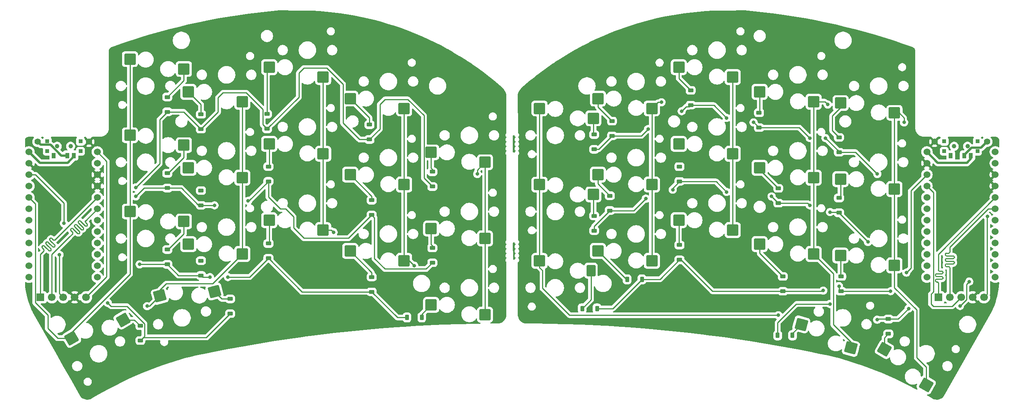
<source format=gbr>
%TF.GenerationSoftware,KiCad,Pcbnew,9.0.4*%
%TF.CreationDate,2025-08-28T00:25:30-07:00*%
%TF.ProjectId,sweepbling-lp__pcb,73776565-7062-46c6-996e-672d6c705f5f,rev?*%
%TF.SameCoordinates,Original*%
%TF.FileFunction,Copper,L2,Bot*%
%TF.FilePolarity,Positive*%
%FSLAX46Y46*%
G04 Gerber Fmt 4.6, Leading zero omitted, Abs format (unit mm)*
G04 Created by KiCad (PCBNEW 9.0.4) date 2025-08-28 00:25:30*
%MOMM*%
%LPD*%
G01*
G04 APERTURE LIST*
G04 Aperture macros list*
%AMRoundRect*
0 Rectangle with rounded corners*
0 $1 Rounding radius*
0 $2 $3 $4 $5 $6 $7 $8 $9 X,Y pos of 4 corners*
0 Add a 4 corners polygon primitive as box body*
4,1,4,$2,$3,$4,$5,$6,$7,$8,$9,$2,$3,0*
0 Add four circle primitives for the rounded corners*
1,1,$1+$1,$2,$3*
1,1,$1+$1,$4,$5*
1,1,$1+$1,$6,$7*
1,1,$1+$1,$8,$9*
0 Add four rect primitives between the rounded corners*
20,1,$1+$1,$2,$3,$4,$5,0*
20,1,$1+$1,$4,$5,$6,$7,0*
20,1,$1+$1,$6,$7,$8,$9,0*
20,1,$1+$1,$8,$9,$2,$3,0*%
G04 Aperture macros list end*
%TA.AperFunction,SMDPad,CuDef*%
%ADD10RoundRect,0.250000X1.025000X1.000000X-1.025000X1.000000X-1.025000X-1.000000X1.025000X-1.000000X0*%
%TD*%
%TA.AperFunction,SMDPad,CuDef*%
%ADD11RoundRect,0.250000X1.248893X0.700636X-0.731255X1.231215X-1.248893X-0.700636X0.731255X-1.231215X0*%
%TD*%
%TA.AperFunction,ComponentPad*%
%ADD12C,1.524000*%
%TD*%
%TA.AperFunction,SMDPad,CuDef*%
%ADD13RoundRect,0.250000X1.387676X0.353525X-0.387676X1.378525X-1.387676X-0.353525X0.387676X-1.378525X0*%
%TD*%
%TA.AperFunction,SMDPad,CuDef*%
%ADD14RoundRect,0.250000X-1.025000X-1.000000X1.025000X-1.000000X1.025000X1.000000X-1.025000X1.000000X0*%
%TD*%
%TA.AperFunction,SMDPad,CuDef*%
%ADD15RoundRect,0.200000X-0.800000X-1.050000X0.800000X-1.050000X0.800000X1.050000X-0.800000X1.050000X0*%
%TD*%
%TA.AperFunction,ComponentPad*%
%ADD16C,1.397000*%
%TD*%
%TA.AperFunction,SMDPad,CuDef*%
%ADD17RoundRect,0.250000X-0.731255X-1.231215X1.248893X-0.700636X0.731255X1.231215X-1.248893X0.700636X0*%
%TD*%
%TA.AperFunction,SMDPad,CuDef*%
%ADD18RoundRect,0.250000X-0.387676X-1.378525X1.387676X-0.353525X0.387676X1.378525X-1.387676X0.353525X0*%
%TD*%
%TA.AperFunction,ComponentPad*%
%ADD19R,1.700000X1.700000*%
%TD*%
%TA.AperFunction,ComponentPad*%
%ADD20C,1.700000*%
%TD*%
%TA.AperFunction,WasherPad*%
%ADD21C,1.000000*%
%TD*%
%TA.AperFunction,SMDPad,CuDef*%
%ADD22R,0.900000X0.900000*%
%TD*%
%TA.AperFunction,SMDPad,CuDef*%
%ADD23R,0.900000X1.250000*%
%TD*%
%TA.AperFunction,SMDPad,CuDef*%
%ADD24RoundRect,0.225000X0.375000X-0.225000X0.375000X0.225000X-0.375000X0.225000X-0.375000X-0.225000X0*%
%TD*%
%TA.AperFunction,SMDPad,CuDef*%
%ADD25RoundRect,0.225000X-0.225000X-0.375000X0.225000X-0.375000X0.225000X0.375000X-0.225000X0.375000X0*%
%TD*%
%TA.AperFunction,SMDPad,CuDef*%
%ADD26RoundRect,0.225000X-0.375000X0.225000X-0.375000X-0.225000X0.375000X-0.225000X0.375000X0.225000X0*%
%TD*%
%TA.AperFunction,SMDPad,CuDef*%
%ADD27RoundRect,0.225000X0.225000X0.375000X-0.225000X0.375000X-0.225000X-0.375000X0.225000X-0.375000X0*%
%TD*%
%TA.AperFunction,ViaPad*%
%ADD28C,0.800000*%
%TD*%
%TA.AperFunction,Conductor*%
%ADD29C,0.250000*%
%TD*%
%TA.AperFunction,Conductor*%
%ADD30C,0.500000*%
%TD*%
G04 APERTURE END LIST*
D10*
%TO.P,SW4_r1,2,2*%
%TO.N,Net-(D8-A)*%
X58200000Y-39682000D03*
%TO.P,SW4_r1,1,1*%
%TO.N,Switch4_r*%
X70200000Y-41882000D03*
%TD*%
D11*
%TO.P,SW16,2,2*%
%TO.N,Net-(D33-A)*%
X194632118Y-91552556D03*
%TO.P,SW16,1,1*%
%TO.N,Switch4*%
X205653826Y-96783422D03*
%TD*%
D12*
%TO.P,U1,1,TX*%
%TO.N,CS*%
X237789400Y-53086000D03*
%TO.P,U1,2,RX*%
%TO.N,unconnected-(U1-RX-Pad2)*%
X237789400Y-55626000D03*
%TO.P,U1,3,GND*%
%TO.N,gnd*%
X237789400Y-58166000D03*
%TO.P,U1,4,GND*%
X237789400Y-60706000D03*
%TO.P,U1,5,SDA*%
%TO.N,MOSI*%
X237789400Y-63246000D03*
%TO.P,U1,6,SCL*%
%TO.N,SCK*%
X237789400Y-65786000D03*
%TO.P,U1,7,D4*%
%TO.N,Switch13*%
X237789400Y-68326000D03*
%TO.P,U1,8,C6*%
%TO.N,Switch14*%
X237789400Y-70866000D03*
%TO.P,U1,9,D7*%
%TO.N,Switch15*%
X237789400Y-73406000D03*
%TO.P,U1,10,E6*%
%TO.N,Switch1*%
X237789400Y-75946000D03*
%TO.P,U1,11,B4*%
%TO.N,Switch16*%
X237789400Y-78486000D03*
%TO.P,U1,12,B5*%
%TO.N,Switch17*%
X237789400Y-81026000D03*
%TO.P,U1,13,B6*%
%TO.N,unconnected-(U1-B6-Pad13)*%
X222569400Y-81026000D03*
%TO.P,U1,14,B2*%
%TO.N,unconnected-(U1-B2-Pad14)*%
X222569400Y-78486000D03*
%TO.P,U1,15,B3*%
%TO.N,unconnected-(U1-B3-Pad15)*%
X222569400Y-75946000D03*
%TO.P,U1,16,B1*%
%TO.N,unconnected-(U1-B1-Pad16)*%
X222569400Y-73406000D03*
%TO.P,U1,17,F7*%
%TO.N,Switch2*%
X222569400Y-70866000D03*
%TO.P,U1,18,F6*%
%TO.N,Switch3*%
X222569400Y-68326000D03*
%TO.P,U1,19,F5*%
%TO.N,Switch4*%
X222569400Y-65786000D03*
%TO.P,U1,20,F4*%
%TO.N,Switch5*%
X222569400Y-63246000D03*
%TO.P,U1,21,VCC*%
%TO.N,vcc*%
X222569400Y-60706000D03*
%TO.P,U1,22,RST*%
%TO.N,reset*%
X222569400Y-58166000D03*
%TO.P,U1,23,GND*%
%TO.N,gnd*%
X222569400Y-55626000D03*
%TO.P,U1,24,RAW*%
%TO.N,raw*%
X222569400Y-53086000D03*
%TD*%
D10*
%TO.P,SW13,1,1*%
%TO.N,Switch3*%
X179356000Y-70516000D03*
%TO.P,SW13,2,2*%
%TO.N,Net-(D30-A)*%
X167356000Y-68316000D03*
%TD*%
D13*
%TO.P,SW17,1,1*%
%TO.N,Switch5*%
X222417089Y-105028152D03*
%TO.P,SW17,2,2*%
%TO.N,Net-(D34-A)*%
X213124784Y-97122897D03*
%TD*%
D10*
%TO.P,SW12,1,1*%
%TO.N,Switch2*%
X161356000Y-77374000D03*
%TO.P,SW12,2,2*%
%TO.N,Net-(D29-A)*%
X149356000Y-75174000D03*
%TD*%
%TO.P,SW14,1,1*%
%TO.N,Switch4*%
X197356000Y-75850000D03*
%TO.P,SW14,2,2*%
%TO.N,Net-(D31-A)*%
X185356000Y-73650000D03*
%TD*%
%TO.P,SW15,1,1*%
%TO.N,Switch5*%
X215336000Y-78390000D03*
%TO.P,SW15,2,2*%
%TO.N,Net-(D32-A)*%
X203336000Y-76190000D03*
%TD*%
%TO.P,SW3,1,1*%
%TO.N,Switch3*%
X179356000Y-36382000D03*
%TO.P,SW3,2,2*%
%TO.N,Net-(D20-A)*%
X167356000Y-34182000D03*
%TD*%
%TO.P,SW2,1,1*%
%TO.N,Switch2*%
X161356000Y-43382000D03*
%TO.P,SW2,2,2*%
%TO.N,Net-(D19-A)*%
X149356000Y-41182000D03*
%TD*%
%TO.P,SW7,1,1*%
%TO.N,Switch2*%
X161356000Y-60356000D03*
%TO.P,SW7,2,2*%
%TO.N,Net-(D24-A)*%
X149356000Y-58156000D03*
%TD*%
D14*
%TO.P,SW11,1,1*%
%TO.N,Switch1*%
X136356000Y-77382000D03*
D15*
%TO.P,SW11,2,2*%
%TO.N,Net-(D28-A)*%
X147806000Y-79582000D03*
%TD*%
D10*
%TO.P,SW10,1,1*%
%TO.N,Switch5*%
X215336000Y-61372000D03*
%TO.P,SW10,2,2*%
%TO.N,Net-(D27-A)*%
X203336000Y-59172000D03*
%TD*%
%TO.P,SW9,1,1*%
%TO.N,Switch4*%
X197356000Y-58832000D03*
%TO.P,SW9,2,2*%
%TO.N,Net-(D26-A)*%
X185356000Y-56632000D03*
%TD*%
D14*
%TO.P,SW6,1,1*%
%TO.N,Switch1*%
X136356000Y-60382000D03*
%TO.P,SW6,2,2*%
%TO.N,Net-(D23-A)*%
X148356000Y-62582000D03*
%TD*%
D10*
%TO.P,SW5,1,1*%
%TO.N,Switch5*%
X215356000Y-44382000D03*
%TO.P,SW5,2,2*%
%TO.N,Net-(D22-A)*%
X203356000Y-42182000D03*
%TD*%
%TO.P,SW4,1,1*%
%TO.N,Switch4*%
X197356000Y-41882000D03*
%TO.P,SW4,2,2*%
%TO.N,Net-(D21-A)*%
X185356000Y-39682000D03*
%TD*%
D14*
%TO.P,SW1,1,1*%
%TO.N,Switch1*%
X136356000Y-43382000D03*
%TO.P,SW1,2,2*%
%TO.N,Net-(D18-A)*%
X148356000Y-45582000D03*
%TD*%
D10*
%TO.P,SW8,1,1*%
%TO.N,Switch3*%
X179356000Y-53498000D03*
%TO.P,SW8,2,2*%
%TO.N,Net-(D25-A)*%
X167356000Y-51298000D03*
%TD*%
D16*
%TO.P,Bat+1,1,1*%
%TO.N,BT+*%
X235966000Y-50800000D03*
%TD*%
%TO.P,BatGND1,1,1*%
%TO.N,gnd*%
X224282000Y-50800000D03*
%TD*%
D12*
%TO.P,U2,1,TX*%
%TO.N,CS_r*%
X37937400Y-53086000D03*
%TO.P,U2,2,RX*%
%TO.N,unconnected-(U2-RX-Pad2)*%
X37937400Y-55626000D03*
%TO.P,U2,3,GND*%
%TO.N,gnd_r*%
X37937400Y-58166000D03*
%TO.P,U2,4,GND*%
X37937400Y-60706000D03*
%TO.P,U2,5,SDA*%
%TO.N,MOSI_r*%
X37937400Y-63246000D03*
%TO.P,U2,6,SCL*%
%TO.N,SCK_r*%
X37937400Y-65786000D03*
%TO.P,U2,7,D4*%
%TO.N,Switch13_r*%
X37937400Y-68326000D03*
%TO.P,U2,8,C6*%
%TO.N,Switch14_r*%
X37937400Y-70866000D03*
%TO.P,U2,9,D7*%
%TO.N,Switch15_r*%
X37937400Y-73406000D03*
%TO.P,U2,10,E6*%
%TO.N,Switch1_r*%
X37937400Y-75946000D03*
%TO.P,U2,11,B4*%
%TO.N,Switch16_r*%
X37937400Y-78486000D03*
%TO.P,U2,12,B5*%
%TO.N,Switch17_r*%
X37937400Y-81026000D03*
%TO.P,U2,13,B6*%
%TO.N,unconnected-(U2-B6-Pad13)*%
X22717400Y-81026000D03*
%TO.P,U2,14,B2*%
%TO.N,unconnected-(U2-B2-Pad14)*%
X22717400Y-78486000D03*
%TO.P,U2,15,B3*%
%TO.N,unconnected-(U2-B3-Pad15)*%
X22717400Y-75946000D03*
%TO.P,U2,16,B1*%
%TO.N,unconnected-(U2-B1-Pad16)*%
X22717400Y-73406000D03*
%TO.P,U2,17,F7*%
%TO.N,Switch2_r*%
X22717400Y-70866000D03*
%TO.P,U2,18,F6*%
%TO.N,Switch3_r*%
X22717400Y-68326000D03*
%TO.P,U2,19,F5*%
%TO.N,Switch4_r*%
X22717400Y-65786000D03*
%TO.P,U2,20,F4*%
%TO.N,Switch5_r*%
X22717400Y-63246000D03*
%TO.P,U2,21,VCC*%
%TO.N,vcc_r*%
X22717400Y-60706000D03*
%TO.P,U2,22,RST*%
%TO.N,reset_r*%
X22717400Y-58166000D03*
%TO.P,U2,23,GND*%
%TO.N,gnd_r*%
X22717400Y-55626000D03*
%TO.P,U2,24,RAW*%
%TO.N,raw_r*%
X22717400Y-53086000D03*
%TD*%
D14*
%TO.P,SW15_r1,1,1*%
%TO.N,Switch5_r*%
X45186000Y-66390000D03*
%TO.P,SW15_r1,2,2*%
%TO.N,Net-(D3-A)*%
X57186000Y-68590000D03*
%TD*%
D10*
%TO.P,SW9_r1,1,1*%
%TO.N,Switch4_r*%
X70200000Y-58832000D03*
%TO.P,SW9_r1,2,2*%
%TO.N,Net-(D7-A)*%
X58200000Y-56632000D03*
%TD*%
%TO.P,SW13_r1,1,1*%
%TO.N,Switch3_r*%
X88188000Y-70516000D03*
%TO.P,SW13_r1,2,2*%
%TO.N,Net-(D11-A)*%
X76188000Y-68316000D03*
%TD*%
%TO.P,SW12_r1,1,1*%
%TO.N,Switch2_r*%
X106214000Y-77374000D03*
%TO.P,SW12_r1,2,2*%
%TO.N,Net-(D12-A)*%
X94214000Y-75174000D03*
%TD*%
D14*
%TO.P,SW5_r1,1,1*%
%TO.N,Switch5_r*%
X45186000Y-32382000D03*
%TO.P,SW5_r1,2,2*%
%TO.N,Net-(D1-A)*%
X57186000Y-34582000D03*
%TD*%
D10*
%TO.P,SW1_r1,1,1*%
%TO.N,Switch1_r*%
X124232000Y-55382000D03*
%TO.P,SW1_r1,2,2*%
%TO.N,Net-(D15-A)*%
X112232000Y-53182000D03*
%TD*%
%TO.P,SW14_r1,1,1*%
%TO.N,Switch4_r*%
X70200000Y-75850000D03*
%TO.P,SW14_r1,2,2*%
%TO.N,Net-(D6-A)*%
X58200000Y-73650000D03*
%TD*%
%TO.P,SW3_r1,1,1*%
%TO.N,Switch3_r*%
X88188000Y-36382000D03*
%TO.P,SW3_r1,2,2*%
%TO.N,Net-(D9-A)*%
X76188000Y-34182000D03*
%TD*%
%TO.P,SW11_r1,1,1*%
%TO.N,Switch1_r*%
X124232000Y-89382000D03*
%TO.P,SW11_r1,2,2*%
%TO.N,Net-(D17-A)*%
X112232000Y-87182000D03*
%TD*%
D14*
%TO.P,SW10_r1,1,1*%
%TO.N,Switch5_r*%
X45186000Y-49372000D03*
%TO.P,SW10_r1,2,2*%
%TO.N,Net-(D2-A)*%
X57186000Y-51572000D03*
%TD*%
D10*
%TO.P,SW2_r1,1,1*%
%TO.N,Switch2_r*%
X106214000Y-43382000D03*
%TO.P,SW2_r1,2,2*%
%TO.N,Net-(D14-A)*%
X94214000Y-41182000D03*
%TD*%
%TO.P,SW7_r1,1,1*%
%TO.N,Switch2_r*%
X106214000Y-60356000D03*
%TO.P,SW7_r1,2,2*%
%TO.N,Net-(D13-A)*%
X94214000Y-58156000D03*
%TD*%
D17*
%TO.P,SW16_r1,1,1*%
%TO.N,Switch4_r*%
X51844345Y-85192312D03*
%TO.P,SW16_r1,2,2*%
%TO.N,Net-(D5-A)*%
X64004857Y-84211520D03*
%TD*%
D10*
%TO.P,SW8_r1,1,1*%
%TO.N,Switch3_r*%
X88188000Y-53498000D03*
%TO.P,SW8_r1,2,2*%
%TO.N,Net-(D10-A)*%
X76188000Y-51298000D03*
%TD*%
D18*
%TO.P,SW17_r1,1,1*%
%TO.N,Switch5_r*%
X32186911Y-94635848D03*
%TO.P,SW17_r1,2,2*%
%TO.N,Net-(D4-A)*%
X43679216Y-90541103D03*
%TD*%
D10*
%TO.P,SW6_r1,1,1*%
%TO.N,Switch1_r*%
X124232000Y-72382000D03*
%TO.P,SW6_r1,2,2*%
%TO.N,Net-(D16-A)*%
X112232000Y-70182000D03*
%TD*%
D16*
%TO.P,BatGNDr1,1,1*%
%TO.N,gnd_r*%
X36068000Y-50800000D03*
%TD*%
%TO.P,Bat+r1,1,1*%
%TO.N,BT+_r*%
X24638000Y-50800000D03*
%TD*%
D19*
%TO.P,J1,1,Pin_1*%
%TO.N,MOSI*%
X225128000Y-85500000D03*
D20*
%TO.P,J1,2,Pin_2*%
%TO.N,SCK*%
X227668000Y-85500000D03*
%TO.P,J1,3,Pin_3*%
%TO.N,vcc*%
X230208000Y-85500000D03*
%TO.P,J1,4,Pin_4*%
%TO.N,gnd*%
X232748000Y-85500000D03*
%TO.P,J1,5,Pin_5*%
%TO.N,CS*%
X235288000Y-85500000D03*
%TD*%
D19*
%TO.P,J1_r1,1,Pin_1*%
%TO.N,MOSI_r*%
X25276000Y-85500000D03*
D20*
%TO.P,J1_r1,2,Pin_2*%
%TO.N,SCK_r*%
X27816000Y-85500000D03*
%TO.P,J1_r1,3,Pin_3*%
%TO.N,vcc_r*%
X30356000Y-85500000D03*
%TO.P,J1_r1,4,Pin_4*%
%TO.N,gnd_r*%
X32896000Y-85500000D03*
%TO.P,J1_r1,5,Pin_5*%
%TO.N,CS_r*%
X35436000Y-85500000D03*
%TD*%
D21*
%TO.P,SW_POWER1,*%
%TO.N,*%
X231624000Y-51816000D03*
X228624000Y-51816000D03*
D22*
%TO.P,SW_POWER1,0*%
%TO.N,N/C*%
X233824000Y-52916000D03*
X233824000Y-50716000D03*
X226424000Y-52916000D03*
X226424000Y-50716000D03*
D23*
%TO.P,SW_POWER1,1,A*%
%TO.N,unconnected-(SW_POWER1-A-Pad1)*%
X227874000Y-53891000D03*
%TO.P,SW_POWER1,2,B*%
%TO.N,BT+*%
X230874000Y-53891000D03*
%TO.P,SW_POWER1,3,C*%
%TO.N,raw*%
X232374000Y-53891000D03*
%TD*%
D21*
%TO.P,SW_POWERR1,*%
%TO.N,*%
X31980000Y-51816000D03*
X28980000Y-51816000D03*
D22*
%TO.P,SW_POWERR1,0*%
%TO.N,N/C*%
X34180000Y-52916000D03*
X34180000Y-50716000D03*
X26780000Y-52916000D03*
X26780000Y-50716000D03*
D23*
%TO.P,SW_POWERR1,1,A*%
%TO.N,unconnected-(SW_POWERR1-A-Pad1)*%
X28230000Y-53891000D03*
%TO.P,SW_POWERR1,2,B*%
%TO.N,BT+_r*%
X31230000Y-53891000D03*
%TO.P,SW_POWERR1,3,C*%
%TO.N,raw_r*%
X32730000Y-53891000D03*
%TD*%
D24*
%TO.P,D10,1,K*%
%TO.N,Switch15_r*%
X76000000Y-59650000D03*
%TO.P,D10,2,A*%
%TO.N,Net-(D10-A)*%
X76000000Y-56350000D03*
%TD*%
D25*
%TO.P,D17,1,K*%
%TO.N,Switch16_r*%
X106850000Y-90000000D03*
%TO.P,D17,2,A*%
%TO.N,Net-(D17-A)*%
X110150000Y-90000000D03*
%TD*%
D24*
%TO.P,D7,1,K*%
%TO.N,Switch15_r*%
X61000000Y-65000000D03*
%TO.P,D7,2,A*%
%TO.N,Net-(D7-A)*%
X61000000Y-61700000D03*
%TD*%
%TO.P,D12,1,K*%
%TO.N,Switch16_r*%
X99000000Y-84300000D03*
%TO.P,D12,2,A*%
%TO.N,Net-(D12-A)*%
X99000000Y-81000000D03*
%TD*%
%TO.P,D13,1,K*%
%TO.N,Switch15_r*%
X99000000Y-67150000D03*
%TO.P,D13,2,A*%
%TO.N,Net-(D13-A)*%
X99000000Y-63850000D03*
%TD*%
D26*
%TO.P,D34,1,K*%
%TO.N,Switch17*%
X214000000Y-90350000D03*
%TO.P,D34,2,A*%
%TO.N,Net-(D34-A)*%
X214000000Y-93650000D03*
%TD*%
D24*
%TO.P,D19,1,K*%
%TO.N,Switch14*%
X152500000Y-49506000D03*
%TO.P,D19,2,A*%
%TO.N,Net-(D19-A)*%
X152500000Y-46206000D03*
%TD*%
%TO.P,D20,1,K*%
%TO.N,Switch14*%
X170000000Y-42648000D03*
%TO.P,D20,2,A*%
%TO.N,Net-(D20-A)*%
X170000000Y-39348000D03*
%TD*%
%TO.P,D5,1,K*%
%TO.N,Switch17_r*%
X67500000Y-89150000D03*
%TO.P,D5,2,A*%
%TO.N,Net-(D5-A)*%
X67500000Y-85850000D03*
%TD*%
%TO.P,D8,1,K*%
%TO.N,Switch14_r*%
X61000000Y-48000000D03*
%TO.P,D8,2,A*%
%TO.N,Net-(D8-A)*%
X61000000Y-44700000D03*
%TD*%
%TO.P,D18,1,K*%
%TO.N,Switch14*%
X148500000Y-52500000D03*
%TO.P,D18,2,A*%
%TO.N,Net-(D18-A)*%
X148500000Y-49200000D03*
%TD*%
%TO.P,D32,1,K*%
%TO.N,Switch16*%
X203500000Y-84150000D03*
%TO.P,D32,2,A*%
%TO.N,Net-(D32-A)*%
X203500000Y-80850000D03*
%TD*%
%TO.P,D26,1,K*%
%TO.N,Switch15*%
X189500000Y-64500000D03*
%TO.P,D26,2,A*%
%TO.N,Net-(D26-A)*%
X189500000Y-61200000D03*
%TD*%
%TO.P,D3,1,K*%
%TO.N,Switch16_r*%
X53500000Y-78150000D03*
%TO.P,D3,2,A*%
%TO.N,Net-(D3-A)*%
X53500000Y-74850000D03*
%TD*%
D27*
%TO.P,D29,1,K*%
%TO.N,Switch16*%
X159150000Y-81500000D03*
%TO.P,D29,2,A*%
%TO.N,Net-(D29-A)*%
X155850000Y-81500000D03*
%TD*%
D25*
%TO.P,D33,1,K*%
%TO.N,Switch17*%
X189350000Y-94000000D03*
%TO.P,D33,2,A*%
%TO.N,Net-(D33-A)*%
X192650000Y-94000000D03*
%TD*%
D24*
%TO.P,D24,1,K*%
%TO.N,Switch15*%
X152000000Y-66150000D03*
%TO.P,D24,2,A*%
%TO.N,Net-(D24-A)*%
X152000000Y-62850000D03*
%TD*%
%TO.P,D1,1,K*%
%TO.N,Switch14_r*%
X53500000Y-44150000D03*
%TO.P,D1,2,A*%
%TO.N,Net-(D1-A)*%
X53500000Y-40850000D03*
%TD*%
%TO.P,D2,1,K*%
%TO.N,Switch15_r*%
X53500000Y-61150000D03*
%TO.P,D2,2,A*%
%TO.N,Net-(D2-A)*%
X53500000Y-57850000D03*
%TD*%
%TO.P,D22,1,K*%
%TO.N,Switch14*%
X203000000Y-53150000D03*
%TO.P,D22,2,A*%
%TO.N,Net-(D22-A)*%
X203000000Y-49850000D03*
%TD*%
%TO.P,D31,1,K*%
%TO.N,Switch16*%
X190500000Y-84150000D03*
%TO.P,D31,2,A*%
%TO.N,Net-(D31-A)*%
X190500000Y-80850000D03*
%TD*%
%TO.P,D21,1,K*%
%TO.N,Switch14*%
X185206000Y-47650000D03*
%TO.P,D21,2,A*%
%TO.N,Net-(D21-A)*%
X185206000Y-44350000D03*
%TD*%
%TO.P,D14,1,K*%
%TO.N,Switch14_r*%
X98500000Y-50300000D03*
%TO.P,D14,2,A*%
%TO.N,Net-(D14-A)*%
X98500000Y-47000000D03*
%TD*%
%TO.P,D15,1,K*%
%TO.N,Switch14_r*%
X112500000Y-60800000D03*
%TO.P,D15,2,A*%
%TO.N,Net-(D15-A)*%
X112500000Y-57500000D03*
%TD*%
%TO.P,D27,1,K*%
%TO.N,Switch15*%
X203000000Y-66650000D03*
%TO.P,D27,2,A*%
%TO.N,Net-(D27-A)*%
X203000000Y-63350000D03*
%TD*%
%TO.P,D30,1,K*%
%TO.N,Switch16*%
X167500000Y-77150000D03*
%TO.P,D30,2,A*%
%TO.N,Net-(D30-A)*%
X167500000Y-73850000D03*
%TD*%
%TO.P,D25,1,K*%
%TO.N,Switch15*%
X167500000Y-59666000D03*
%TO.P,D25,2,A*%
%TO.N,Net-(D25-A)*%
X167500000Y-56366000D03*
%TD*%
%TO.P,D11,1,K*%
%TO.N,Switch16_r*%
X76000000Y-76800000D03*
%TO.P,D11,2,A*%
%TO.N,Net-(D11-A)*%
X76000000Y-73500000D03*
%TD*%
%TO.P,D9,1,K*%
%TO.N,Switch14_r*%
X75692000Y-47932000D03*
%TO.P,D9,2,A*%
%TO.N,Net-(D9-A)*%
X75692000Y-44632000D03*
%TD*%
%TO.P,D4,1,K*%
%TO.N,Switch17_r*%
X47500000Y-95150000D03*
%TO.P,D4,2,A*%
%TO.N,Net-(D4-A)*%
X47500000Y-91850000D03*
%TD*%
%TO.P,D16,1,K*%
%TO.N,Switch15_r*%
X112500000Y-77800000D03*
%TO.P,D16,2,A*%
%TO.N,Net-(D16-A)*%
X112500000Y-74500000D03*
%TD*%
D27*
%TO.P,D28,1,K*%
%TO.N,Switch16*%
X149150000Y-88000000D03*
%TO.P,D28,2,A*%
%TO.N,Net-(D28-A)*%
X145850000Y-88000000D03*
%TD*%
D24*
%TO.P,D23,1,K*%
%TO.N,Switch15*%
X148500000Y-70650000D03*
%TO.P,D23,2,A*%
%TO.N,Net-(D23-A)*%
X148500000Y-67350000D03*
%TD*%
%TO.P,D6,1,K*%
%TO.N,Switch16_r*%
X61000000Y-80650000D03*
%TO.P,D6,2,A*%
%TO.N,Net-(D6-A)*%
X61000000Y-77350000D03*
%TD*%
D28*
%TO.N,Switch1_r*%
X122500000Y-58000000D03*
%TO.N,Switch2_r*%
X108475000Y-78450000D03*
%TO.N,Switch3_r*%
X90500000Y-71000000D03*
%TO.N,Switch4_r*%
X49000000Y-87476000D03*
%TO.N,reset_r*%
X30500000Y-69000000D03*
%TO.N,vcc_r*%
X29500000Y-76000000D03*
%TO.N,Switch14_r*%
X46500000Y-61000000D03*
%TO.N,Switch15_r*%
X46500000Y-63000000D03*
X64000000Y-65000000D03*
X71500000Y-64000000D03*
%TO.N,Switch17_r*%
X40250000Y-86750000D03*
%TO.N,Switch16_r*%
X47350000Y-78150000D03*
X63000000Y-81000000D03*
X67000000Y-81000000D03*
%TO.N,Switch16*%
X214500000Y-84150000D03*
%TO.N,Switch1*%
X189500000Y-89500000D03*
X229935558Y-87435558D03*
X232000000Y-82000000D03*
%TO.N,Switch2*%
X163500000Y-42000000D03*
%TO.N,CS*%
X236050353Y-67500000D03*
%TO.N,Switch4*%
X200500000Y-42500000D03*
%TO.N,Switch5*%
X217500000Y-46500000D03*
%TO.N,reset*%
X218000000Y-80000000D03*
%TO.N,Switch14*%
X211528093Y-58000000D03*
X200000000Y-50000000D03*
X196500000Y-50000000D03*
X184000000Y-46500000D03*
X178000000Y-45500000D03*
X168000000Y-44000000D03*
X160500000Y-48000000D03*
%TO.N,Switch15*%
X209453485Y-73150000D03*
X201000000Y-66500000D03*
X196500000Y-65000000D03*
X188000000Y-63000000D03*
X178000000Y-62000000D03*
X166000000Y-61500000D03*
X160000000Y-63500000D03*
%TO.N,Switch17*%
X218500000Y-88000000D03*
X211500000Y-90500000D03*
X201000000Y-87000000D03*
%TO.N,Switch16*%
X203000000Y-83000000D03*
X199500000Y-84000000D03*
%TD*%
D29*
%TO.N,Switch1_r*%
X122500000Y-58000000D02*
X122500000Y-57114000D01*
X122500000Y-57114000D02*
X124232000Y-55382000D01*
D30*
%TO.N,raw_r*%
X32730000Y-53891000D02*
X32730000Y-54118000D01*
X32730000Y-54118000D02*
X31348000Y-55500000D01*
X31348000Y-55500000D02*
X25131400Y-55500000D01*
X25131400Y-55500000D02*
X22717400Y-53086000D01*
%TO.N,BT+_r*%
X31230000Y-53891000D02*
X29886860Y-53891000D01*
X29886860Y-53891000D02*
X27494360Y-51498500D01*
X27494360Y-51498500D02*
X25336500Y-51498500D01*
X25336500Y-51498500D02*
X24638000Y-50800000D01*
D29*
%TO.N,Switch3_r*%
X90500000Y-71000000D02*
X90016000Y-70516000D01*
X90016000Y-70516000D02*
X88188000Y-70516000D01*
%TO.N,Switch2_r*%
X108475000Y-78450000D02*
X107399000Y-77374000D01*
X107399000Y-77374000D02*
X106214000Y-77374000D01*
%TO.N,Switch4_r*%
X49000000Y-87476000D02*
X49560657Y-87476000D01*
X49560657Y-87476000D02*
X51844345Y-85192312D01*
%TO.N,reset_r*%
X24166000Y-58166000D02*
X22717400Y-58166000D01*
X30500000Y-69000000D02*
X30500000Y-64500000D01*
X30500000Y-64500000D02*
X24166000Y-58166000D01*
%TO.N,SCK_r*%
X35288315Y-68435085D02*
G75*
G03*
X35288306Y-68774506I169685J-169715D01*
G01*
X35571159Y-69566457D02*
G75*
G02*
X35231747Y-69566457I-169706J169701D01*
G01*
X34156943Y-68491653D02*
G75*
G03*
X33817531Y-68491652I-169706J-169703D01*
G01*
X32403318Y-71320079D02*
X32318466Y-71404933D01*
X34270081Y-69453319D02*
X34807483Y-69990721D01*
X33732679Y-68576505D02*
G75*
G03*
X33732690Y-68915906I169721J-169695D01*
G01*
X32459887Y-70188709D02*
G75*
G03*
X32120477Y-70188709I-169705J-169703D01*
G01*
X35656010Y-69481605D02*
X35571159Y-69566457D01*
X34807483Y-69990721D02*
G75*
G02*
X34807456Y-70330106I-169683J-169679D01*
G01*
X33817532Y-68491653D02*
X33732679Y-68576505D01*
X32884151Y-69425033D02*
G75*
G03*
X32884190Y-69764406I169749J-169667D01*
G01*
X35656011Y-69142193D02*
G75*
G02*
X35656012Y-69481606I-169711J-169707D01*
G01*
X32827583Y-70556405D02*
X32459887Y-70188709D01*
X35231747Y-69566457D02*
X34864052Y-69198762D01*
X31735840Y-71987560D02*
X27816000Y-75907400D01*
X33958955Y-70839249D02*
G75*
G02*
X33959000Y-71178707I-169655J-169751D01*
G01*
X35288315Y-68774497D02*
X35656011Y-69142193D01*
X33874103Y-71263513D02*
G75*
G02*
X33534691Y-71263513I-169706J169701D01*
G01*
X34864052Y-69198762D02*
X34694345Y-69029055D01*
X34694345Y-69029055D02*
X34156943Y-68491653D01*
X33732679Y-68915917D02*
X34270080Y-69453318D01*
X33308415Y-69340181D02*
G75*
G03*
X32969005Y-69340181I-169705J-169703D01*
G01*
X33421553Y-70301847D02*
X33958955Y-70839249D01*
X33534691Y-71263513D02*
X32997290Y-70726112D01*
X32035623Y-70273561D02*
G75*
G03*
X32035590Y-70613006I169677J-169739D01*
G01*
X32403318Y-70980668D02*
G75*
G02*
X32403345Y-71320105I-169718J-169732D01*
G01*
X34722631Y-70414985D02*
G75*
G02*
X34383219Y-70414985I-169706J169701D01*
G01*
X37937400Y-65786000D02*
X35288315Y-68435085D01*
X34270080Y-69453318D02*
X34270081Y-69453319D01*
X27816000Y-75907400D02*
X27816000Y-85500000D01*
X33421552Y-70301846D02*
X33421553Y-70301847D01*
X33845817Y-69877583D02*
X33308415Y-69340181D01*
X34383219Y-70414985D02*
X33845818Y-69877584D01*
X32969004Y-69340181D02*
X32884151Y-69425033D01*
X32035623Y-70612973D02*
X32403318Y-70980668D01*
X32318466Y-71404933D02*
X31735840Y-71987560D01*
X32120476Y-70188709D02*
X32035623Y-70273561D01*
X32884151Y-69764445D02*
X33421552Y-70301846D01*
X33845818Y-69877584D02*
X33845817Y-69877583D01*
X32997290Y-70726112D02*
X32827583Y-70556405D01*
X34807482Y-70330133D02*
X34722631Y-70414985D01*
X33958954Y-71178661D02*
X33874103Y-71263513D01*
%TO.N,MOSI_r*%
X27144572Y-75113630D02*
G75*
G03*
X27483983Y-75113631I169706J169707D01*
G01*
X27710258Y-73133732D02*
X27342562Y-72766036D01*
X27342563Y-72426624D02*
X27427415Y-72341773D01*
X26494034Y-73614564D02*
G75*
G02*
X26494076Y-73275194I169666J169664D01*
G01*
X26013201Y-74830788D02*
X25645506Y-74463093D01*
X25645506Y-74463093D02*
G75*
G02*
X25645517Y-74123696I169694J169693D01*
G01*
X27568835Y-75028777D02*
G75*
G03*
X27568806Y-74689394I-169735J169677D01*
G01*
X28134523Y-72709469D02*
G75*
G03*
X28473906Y-72709440I169677J169669D01*
G01*
X27342562Y-72766036D02*
G75*
G02*
X27342532Y-72426594I169738J169736D01*
G01*
X27427415Y-72341773D02*
G75*
G02*
X27766827Y-72341773I169706J-169701D01*
G01*
X28417363Y-74180249D02*
G75*
G03*
X28417406Y-73840794I-169663J169749D01*
G01*
X25645505Y-74123683D02*
X25730359Y-74038830D01*
X26607171Y-74576229D02*
X27144572Y-75113630D01*
X26918299Y-73190301D02*
X27455701Y-73727703D01*
X26494035Y-73275152D02*
X26578887Y-73190301D01*
X27031435Y-74151965D02*
X26494034Y-73614564D01*
X25730359Y-74038830D02*
G75*
G02*
X26069771Y-74038830I169706J-169708D01*
G01*
X28920718Y-72262682D02*
X37937400Y-63246000D01*
X27031433Y-74151963D02*
X27031435Y-74151965D01*
X28417363Y-73840837D02*
X27879961Y-73303435D01*
X27455699Y-73727701D02*
X27993100Y-74265102D01*
X28332511Y-74265102D02*
X28417363Y-74180249D01*
X27455701Y-73727703D02*
X27455699Y-73727701D01*
X28558787Y-72624614D02*
X28920718Y-72262682D01*
X26013200Y-75170200D02*
G75*
G03*
X26013195Y-74830795I-169700J169700D01*
G01*
X27568835Y-74689365D02*
X27031433Y-74151963D01*
X27879963Y-73303437D02*
X27710258Y-73133732D01*
X26437467Y-74406526D02*
X26607173Y-74576232D01*
X27766827Y-72341773D02*
X28134523Y-72709469D01*
X27879961Y-73303435D02*
X27879963Y-73303437D01*
X28473935Y-72709468D02*
X28558787Y-72624614D01*
X27993100Y-74265102D02*
G75*
G03*
X28332511Y-74265103I169706J169707D01*
G01*
X27483983Y-75113630D02*
X27568835Y-75028777D01*
X26069771Y-74038830D02*
X26437467Y-74406526D01*
X26607173Y-74576232D02*
X26607171Y-74576229D01*
X26578887Y-73190301D02*
G75*
G02*
X26918299Y-73190301I169706J-169701D01*
G01*
%TO.N,vcc_r*%
X29500000Y-84644000D02*
X29500000Y-76000000D01*
X30356000Y-85500000D02*
X29500000Y-84644000D01*
%TO.N,Switch14_r*%
X98500000Y-50300000D02*
X100813000Y-47987000D01*
X100813000Y-47987000D02*
X100813000Y-42494580D01*
X100813000Y-42494580D02*
X101926580Y-41381000D01*
X101926580Y-41381000D02*
X107059514Y-41381000D01*
X107059514Y-41381000D02*
X110631000Y-44952486D01*
X110631000Y-44952486D02*
X110631000Y-58931000D01*
X110631000Y-58931000D02*
X112500000Y-60800000D01*
X75692000Y-47932000D02*
X82787000Y-40837000D01*
X82787000Y-40837000D02*
X82787000Y-35494580D01*
X82787000Y-35494580D02*
X83900580Y-34381000D01*
X83900580Y-34381000D02*
X89033514Y-34381000D01*
X92613000Y-46613000D02*
X96300000Y-50300000D01*
X89033514Y-34381000D02*
X92613000Y-37960486D01*
X92613000Y-37960486D02*
X92613000Y-46613000D01*
X96300000Y-50300000D02*
X98500000Y-50300000D01*
X61000000Y-48000000D02*
X64799000Y-44201000D01*
X64799000Y-40994580D02*
X65912580Y-39881000D01*
X71045514Y-39881000D02*
X74766000Y-43601486D01*
X64799000Y-44201000D02*
X64799000Y-40994580D01*
X65912580Y-39881000D02*
X71045514Y-39881000D01*
X74766000Y-43601486D02*
X74766000Y-47006000D01*
X74766000Y-47006000D02*
X75692000Y-47932000D01*
X53500000Y-44150000D02*
X57150000Y-44150000D01*
X57150000Y-44150000D02*
X61000000Y-48000000D01*
X51785000Y-55715000D02*
X46500000Y-61000000D01*
X51785000Y-45865000D02*
X51785000Y-55715000D01*
X53500000Y-44150000D02*
X51785000Y-45865000D01*
%TO.N,Switch15_r*%
X48350000Y-61150000D02*
X46500000Y-63000000D01*
X53500000Y-61150000D02*
X48350000Y-61150000D01*
X61000000Y-65000000D02*
X60500000Y-65000000D01*
X60500000Y-65000000D02*
X56650000Y-61150000D01*
X56650000Y-61150000D02*
X53500000Y-61150000D01*
X76000000Y-59650000D02*
X71650000Y-64000000D01*
X71650000Y-64000000D02*
X71500000Y-64000000D01*
X64000000Y-65000000D02*
X61000000Y-65000000D01*
X99000000Y-67150000D02*
X93833000Y-72317000D01*
X93833000Y-72317000D02*
X83900580Y-72317000D01*
X83900580Y-72317000D02*
X81589000Y-70005420D01*
X79852420Y-65792000D02*
X78659463Y-65792000D01*
X78659463Y-65792000D02*
X76000000Y-63132537D01*
X81589000Y-70005420D02*
X81589000Y-67528580D01*
X81589000Y-67528580D02*
X79852420Y-65792000D01*
X76000000Y-63132537D02*
X76000000Y-59650000D01*
X112500000Y-77800000D02*
X111125000Y-79175000D01*
X111125000Y-79175000D02*
X101926580Y-79175000D01*
X99615000Y-76863420D02*
X99615000Y-67765000D01*
X101926580Y-79175000D02*
X99615000Y-76863420D01*
X99615000Y-67765000D02*
X99000000Y-67150000D01*
%TO.N,Switch17_r*%
X41000000Y-87500000D02*
X44535466Y-87500000D01*
X48426000Y-91390534D02*
X48426000Y-94224000D01*
X44535466Y-87500000D02*
X48426000Y-91390534D01*
X40250000Y-86750000D02*
X41000000Y-87500000D01*
X48426000Y-94224000D02*
X47500000Y-95150000D01*
X67500000Y-89150000D02*
X62186076Y-94463924D01*
X62186076Y-94463924D02*
X48186076Y-94463924D01*
X48186076Y-94463924D02*
X47500000Y-95150000D01*
%TO.N,Switch16_r*%
X47350000Y-78150000D02*
X53500000Y-78150000D01*
X61000000Y-80650000D02*
X56000000Y-80650000D01*
X56000000Y-80650000D02*
X53500000Y-78150000D01*
X61350000Y-81000000D02*
X61000000Y-80650000D01*
X76000000Y-76800000D02*
X71800000Y-81000000D01*
X71800000Y-81000000D02*
X67000000Y-81000000D01*
X63000000Y-81000000D02*
X61350000Y-81000000D01*
X99000000Y-84300000D02*
X83500000Y-84300000D01*
X83500000Y-84300000D02*
X76000000Y-76800000D01*
X106850000Y-90000000D02*
X104700000Y-90000000D01*
X104700000Y-90000000D02*
X99000000Y-84300000D01*
%TO.N,Switch1*%
X229935558Y-87435558D02*
X231384000Y-85987116D01*
X231384000Y-85987116D02*
X231384000Y-82616000D01*
X231384000Y-82616000D02*
X232000000Y-82000000D01*
%TO.N,Switch14*%
X168000000Y-44000000D02*
X169000000Y-43000000D01*
X169000000Y-43000000D02*
X169648000Y-43000000D01*
X169648000Y-43000000D02*
X170000000Y-42648000D01*
X200000000Y-50000000D02*
X203000000Y-53000000D01*
X203000000Y-53000000D02*
X203000000Y-53150000D01*
X211528093Y-58000000D02*
X206678093Y-53150000D01*
X206678093Y-53150000D02*
X203000000Y-53150000D01*
%TO.N,CS*%
X236050353Y-67500000D02*
X236000000Y-67550353D01*
X236000000Y-67550353D02*
X236000000Y-84788000D01*
X236000000Y-84788000D02*
X235288000Y-85500000D01*
%TO.N,Switch16*%
X214500000Y-84150000D02*
X203500000Y-84150000D01*
%TO.N,Switch15*%
X209453485Y-73150000D02*
X203000000Y-66696515D01*
X203000000Y-66696515D02*
X203000000Y-66650000D01*
D30*
%TO.N,raw*%
X232374000Y-53891000D02*
X232374000Y-54626000D01*
X232374000Y-54626000D02*
X231500000Y-55500000D01*
X231500000Y-55500000D02*
X224983400Y-55500000D01*
X224983400Y-55500000D02*
X222569400Y-53086000D01*
%TO.N,BT+*%
X230874000Y-53891000D02*
X230874000Y-53739000D01*
X232473000Y-52140000D02*
X234626000Y-52140000D01*
X234626000Y-52140000D02*
X235966000Y-50800000D01*
X230874000Y-53739000D02*
X232473000Y-52140000D01*
D29*
%TO.N,Switch1*%
X143038093Y-89500000D02*
X137000000Y-83461907D01*
X136356000Y-78856000D02*
X136356000Y-77382000D01*
X189500000Y-89500000D02*
X143038093Y-89500000D01*
X137000000Y-79500000D02*
X136356000Y-78856000D01*
X137000000Y-83461907D02*
X137000000Y-79500000D01*
%TO.N,Switch2*%
X163500000Y-42000000D02*
X162738000Y-42000000D01*
X162738000Y-42000000D02*
X161356000Y-43382000D01*
%TO.N,MOSI*%
X225128000Y-79431203D02*
G75*
G03*
X225368000Y-79671200I240000J3D01*
G01*
X226128000Y-80031203D02*
G75*
G02*
X225888000Y-80271200I-240000J3D01*
G01*
X225888000Y-79671203D02*
G75*
G02*
X226127997Y-79911203I0J-239997D01*
G01*
X225128000Y-82431203D02*
X225128000Y-82950353D01*
X224478000Y-80631203D02*
G75*
G03*
X224718000Y-80871200I240000J3D01*
G01*
X225128000Y-75907400D02*
X225128000Y-79431203D01*
X225128000Y-81471203D02*
X224888000Y-81471203D01*
X225368000Y-79671203D02*
X225888000Y-79671203D01*
X224718000Y-81471203D02*
G75*
G03*
X224478003Y-81711203I0J-239997D01*
G01*
X224478000Y-81831203D02*
G75*
G03*
X224718000Y-82071200I240000J3D01*
G01*
X225888000Y-80271203D02*
X225368000Y-80271203D01*
X225888000Y-80871203D02*
G75*
G02*
X226127997Y-81111203I0J-239997D01*
G01*
X226128000Y-81231203D02*
G75*
G02*
X225888000Y-81471200I-240000J3D01*
G01*
X224718000Y-80271203D02*
G75*
G03*
X224478003Y-80511203I0J-239997D01*
G01*
X225888000Y-81471203D02*
X225128000Y-81471203D01*
X226128000Y-81111203D02*
X226128000Y-81231203D01*
X224888000Y-82071203D02*
G75*
G02*
X225127997Y-82311203I0J-239997D01*
G01*
X225128000Y-82311203D02*
X225128000Y-82431203D01*
X225128000Y-82950353D02*
X225128000Y-85500000D01*
X226128000Y-79911203D02*
X226128000Y-80031203D01*
X224478000Y-81711203D02*
X224478000Y-81831203D01*
X224718000Y-80871203D02*
X225128000Y-80871203D01*
X237789400Y-63246000D02*
X225128000Y-75907400D01*
X225128000Y-80271203D02*
X224718000Y-80271203D01*
X224718000Y-82071203D02*
X224888000Y-82071203D01*
X224888000Y-81471203D02*
X224718000Y-81471203D01*
X225368000Y-80271203D02*
X225128000Y-80271203D01*
X224478000Y-80511203D02*
X224478000Y-80631203D01*
X225128000Y-80871203D02*
X225888000Y-80871203D01*
%TO.N,SCK*%
X226908000Y-76860878D02*
G75*
G03*
X226667978Y-77100878I0J-240022D01*
G01*
X236214000Y-65786000D02*
X227668000Y-74332000D01*
X228428000Y-77460878D02*
G75*
G02*
X228668022Y-77700878I0J-240022D01*
G01*
X228428000Y-76860878D02*
X227668000Y-76860878D01*
X226908000Y-75660878D02*
G75*
G03*
X226667978Y-75900878I0J-240022D01*
G01*
X226668000Y-78300878D02*
X226668000Y-78420878D01*
X227668000Y-75420878D02*
G75*
G02*
X227428000Y-75660900I-240000J-22D01*
G01*
X226668000Y-77220878D02*
G75*
G03*
X226908000Y-77460900I240000J-22D01*
G01*
X226908000Y-76260878D02*
X227428000Y-76260878D01*
X226668000Y-75900878D02*
X226668000Y-76020878D01*
X228668000Y-77700878D02*
X228668000Y-77820878D01*
X226908000Y-78060878D02*
G75*
G03*
X226667978Y-78300878I0J-240022D01*
G01*
X228668000Y-76620878D02*
G75*
G02*
X228428000Y-76860900I-240000J-22D01*
G01*
X228428000Y-76260878D02*
G75*
G02*
X228668022Y-76500878I0J-240022D01*
G01*
X228668000Y-77820878D02*
G75*
G02*
X228428000Y-78060900I-240000J-22D01*
G01*
X227668000Y-74332000D02*
X227668000Y-75420878D01*
X227428000Y-78660878D02*
G75*
G02*
X227668022Y-78900878I0J-240022D01*
G01*
X226668000Y-78420878D02*
G75*
G03*
X226908000Y-78660900I240000J-22D01*
G01*
X226668000Y-76020878D02*
G75*
G03*
X226908000Y-76260900I240000J-22D01*
G01*
X237789400Y-65786000D02*
X236214000Y-65786000D01*
X227428000Y-75660878D02*
X226908000Y-75660878D01*
X227668000Y-76260878D02*
X228428000Y-76260878D01*
X227668000Y-76860878D02*
X226908000Y-76860878D01*
X228668000Y-76500878D02*
X228668000Y-76620878D01*
X227428000Y-76260878D02*
X227668000Y-76260878D01*
X227668000Y-77460878D02*
X228428000Y-77460878D01*
X226668000Y-77100878D02*
X226668000Y-77220878D01*
X226908000Y-77460878D02*
X227668000Y-77460878D01*
X228428000Y-78060878D02*
X227668000Y-78060878D01*
X227668000Y-78060878D02*
X227428000Y-78060878D01*
X227668000Y-78900878D02*
X227668000Y-79020878D01*
X226908000Y-78660878D02*
X227428000Y-78660878D01*
X227428000Y-78060878D02*
X226908000Y-78060878D01*
X227668000Y-79550014D02*
X227668000Y-85500000D01*
X227668000Y-79020878D02*
X227668000Y-79550014D01*
%TO.N,vcc*%
X223500000Y-84776000D02*
X223952000Y-84324000D01*
X228208000Y-87500000D02*
X224000000Y-87500000D01*
X230208000Y-85500000D02*
X228208000Y-87500000D01*
X223952000Y-84324000D02*
X224000000Y-84324000D01*
X224000000Y-87500000D02*
X223500000Y-87000000D01*
X224000000Y-62136600D02*
X222569400Y-60706000D01*
X223500000Y-87000000D02*
X223500000Y-84776000D01*
X224000000Y-84324000D02*
X224000000Y-62136600D01*
%TO.N,Switch4*%
X200500000Y-42500000D02*
X199882000Y-41882000D01*
X199882000Y-41882000D02*
X197356000Y-41882000D01*
%TO.N,Switch5*%
X217500000Y-46500000D02*
X217500000Y-45500000D01*
X217500000Y-45500000D02*
X216382000Y-44382000D01*
X216382000Y-44382000D02*
X215356000Y-44382000D01*
%TO.N,reset*%
X218000000Y-80000000D02*
X219000000Y-79000000D01*
X219000000Y-79000000D02*
X219000000Y-61735400D01*
X219000000Y-61735400D02*
X222569400Y-58166000D01*
%TO.N,Switch14*%
X185206000Y-47650000D02*
X194150000Y-47650000D01*
X194150000Y-47650000D02*
X196500000Y-50000000D01*
X175148000Y-42648000D02*
X178000000Y-45500000D01*
X170000000Y-42648000D02*
X175148000Y-42648000D01*
X184056000Y-46500000D02*
X185206000Y-47650000D01*
X184000000Y-46500000D02*
X184056000Y-46500000D01*
X152500000Y-49506000D02*
X158994000Y-49506000D01*
X158994000Y-49506000D02*
X160500000Y-48000000D01*
X148500000Y-52500000D02*
X149506000Y-52500000D01*
X149506000Y-52500000D02*
X152500000Y-49506000D01*
%TO.N,Switch15*%
X189500000Y-64500000D02*
X196000000Y-64500000D01*
X202850000Y-66500000D02*
X203000000Y-66650000D01*
X196000000Y-64500000D02*
X196500000Y-65000000D01*
X201000000Y-66500000D02*
X202850000Y-66500000D01*
X167500000Y-59666000D02*
X175666000Y-59666000D01*
X175666000Y-59666000D02*
X178000000Y-62000000D01*
X188000000Y-63000000D02*
X189500000Y-64500000D01*
X152000000Y-66150000D02*
X157350000Y-66150000D01*
X166000000Y-61166000D02*
X167500000Y-59666000D01*
X157350000Y-66150000D02*
X160000000Y-63500000D01*
X166000000Y-61500000D02*
X166000000Y-61166000D01*
X148500000Y-70650000D02*
X148500000Y-69650000D01*
X148500000Y-69650000D02*
X152000000Y-66150000D01*
%TO.N,Switch17*%
X216150000Y-90350000D02*
X218500000Y-88000000D01*
X214000000Y-90350000D02*
X216150000Y-90350000D01*
X189350000Y-94000000D02*
X189350000Y-91150000D01*
X189350000Y-91150000D02*
X193500000Y-87000000D01*
X193500000Y-87000000D02*
X201000000Y-87000000D01*
X211500000Y-90500000D02*
X211650000Y-90350000D01*
X211650000Y-90350000D02*
X214000000Y-90350000D01*
%TO.N,Switch16*%
X203000000Y-83000000D02*
X203000000Y-83650000D01*
X203000000Y-83650000D02*
X203500000Y-84150000D01*
X190500000Y-84150000D02*
X199350000Y-84150000D01*
X199350000Y-84150000D02*
X199500000Y-84000000D01*
X167500000Y-77150000D02*
X167850000Y-77150000D01*
X167850000Y-77150000D02*
X174850000Y-84150000D01*
X174850000Y-84150000D02*
X190500000Y-84150000D01*
X159150000Y-81500000D02*
X163150000Y-81500000D01*
X163150000Y-81500000D02*
X167500000Y-77150000D01*
X149150000Y-88000000D02*
X152650000Y-88000000D01*
X152650000Y-88000000D02*
X159150000Y-81500000D01*
%TO.N,Switch5*%
X222417089Y-105028152D02*
X222417089Y-101048996D01*
X222417089Y-101048996D02*
X220310000Y-98941907D01*
X220310000Y-98941907D02*
X220310000Y-88310000D01*
X220310000Y-88310000D02*
X215336000Y-83336000D01*
X215336000Y-83336000D02*
X215336000Y-78390000D01*
%TO.N,Switch4*%
X197356000Y-75850000D02*
X201750000Y-80244000D01*
X201750000Y-80244000D02*
X201750000Y-91585501D01*
X201750000Y-91585501D02*
X205653826Y-95489327D01*
X205653826Y-95489327D02*
X205653826Y-96783422D01*
%TO.N,Switch5*%
X215336000Y-61372000D02*
X215336000Y-78390000D01*
X215356000Y-44382000D02*
X215356000Y-61352000D01*
X215356000Y-61352000D02*
X215336000Y-61372000D01*
%TO.N,Switch4*%
X197356000Y-58832000D02*
X197356000Y-75850000D01*
X197356000Y-41882000D02*
X197356000Y-58832000D01*
%TO.N,Switch3*%
X179356000Y-53498000D02*
X179356000Y-70516000D01*
X179356000Y-36382000D02*
X179356000Y-53498000D01*
%TO.N,Switch2*%
X161356000Y-60356000D02*
X161356000Y-77374000D01*
X161356000Y-43382000D02*
X161356000Y-60356000D01*
%TO.N,Switch1*%
X136356000Y-60382000D02*
X136356000Y-77382000D01*
X136356000Y-43382000D02*
X136356000Y-60382000D01*
%TO.N,Net-(D34-A)*%
X213124784Y-97122897D02*
X213124784Y-94525216D01*
X213124784Y-94525216D02*
X214000000Y-93650000D01*
%TO.N,Net-(D33-A)*%
X194632118Y-91552556D02*
X192650000Y-93534674D01*
X192650000Y-93534674D02*
X192650000Y-94000000D01*
%TO.N,Net-(D32-A)*%
X203336000Y-76190000D02*
X203336000Y-80686000D01*
X203336000Y-80686000D02*
X203500000Y-80850000D01*
%TO.N,Net-(D31-A)*%
X185356000Y-73650000D02*
X185356000Y-75706000D01*
X185356000Y-75706000D02*
X190500000Y-80850000D01*
%TO.N,Net-(D29-A)*%
X149356000Y-75174000D02*
X155682000Y-81500000D01*
X155682000Y-81500000D02*
X155850000Y-81500000D01*
%TO.N,Net-(D28-A)*%
X147806000Y-79582000D02*
X147806000Y-86044000D01*
X147806000Y-86044000D02*
X145850000Y-88000000D01*
%TO.N,Net-(D27-A)*%
X203336000Y-59172000D02*
X203336000Y-63014000D01*
X203336000Y-63014000D02*
X203000000Y-63350000D01*
%TO.N,Net-(D26-A)*%
X185356000Y-56632000D02*
X185356000Y-57056000D01*
X185356000Y-57056000D02*
X189500000Y-61200000D01*
%TO.N,Net-(D30-A)*%
X167356000Y-68316000D02*
X167356000Y-73706000D01*
X167356000Y-73706000D02*
X167500000Y-73850000D01*
%TO.N,Net-(D23-A)*%
X148356000Y-62582000D02*
X148356000Y-67206000D01*
X148356000Y-67206000D02*
X148500000Y-67350000D01*
%TO.N,Net-(D24-A)*%
X149356000Y-58156000D02*
X149356000Y-60206000D01*
X149356000Y-60206000D02*
X152000000Y-62850000D01*
%TO.N,Net-(D22-A)*%
X203356000Y-43144000D02*
X201500000Y-45000000D01*
X203356000Y-42182000D02*
X203356000Y-43144000D01*
X201500000Y-45000000D02*
X201500000Y-48350000D01*
X201500000Y-48350000D02*
X203000000Y-49850000D01*
%TO.N,Net-(D21-A)*%
X185356000Y-39682000D02*
X185356000Y-44200000D01*
X185356000Y-44200000D02*
X185206000Y-44350000D01*
%TO.N,Net-(D20-A)*%
X167356000Y-34182000D02*
X167356000Y-36704000D01*
X167356000Y-36704000D02*
X170000000Y-39348000D01*
%TO.N,Net-(D19-A)*%
X149356000Y-41182000D02*
X149356000Y-43062000D01*
X149356000Y-43062000D02*
X152500000Y-46206000D01*
%TO.N,Net-(D18-A)*%
X148356000Y-45582000D02*
X148356000Y-49056000D01*
X148356000Y-49056000D02*
X148500000Y-49200000D01*
%TO.N,Switch1_r*%
X124232000Y-72382000D02*
X124232000Y-89382000D01*
X124232000Y-55382000D02*
X124232000Y-72382000D01*
%TO.N,Switch2_r*%
X106214000Y-60356000D02*
X106214000Y-77374000D01*
X106214000Y-43382000D02*
X106214000Y-60356000D01*
%TO.N,Switch3_r*%
X88188000Y-36382000D02*
X88188000Y-53498000D01*
X88188000Y-53498000D02*
X88188000Y-70516000D01*
%TO.N,Switch4_r*%
X70200000Y-41882000D02*
X70200000Y-58832000D01*
X63567962Y-82482038D02*
X53260524Y-82482038D01*
X53260524Y-82482038D02*
X51844345Y-83898217D01*
X51844345Y-83898217D02*
X51844345Y-85192312D01*
X70200000Y-75850000D02*
X63567962Y-82482038D01*
X70200000Y-58832000D02*
X70200000Y-75850000D01*
%TO.N,Switch5_r*%
X32186911Y-93365119D02*
X32186911Y-94635848D01*
X45186000Y-80366030D02*
X32186911Y-93365119D01*
X45186000Y-32382000D02*
X45186000Y-49372000D01*
X45186000Y-66390000D02*
X45186000Y-80366030D01*
X45186000Y-49372000D02*
X45186000Y-66390000D01*
%TO.N,Net-(D1-A)*%
X53522537Y-40850000D02*
X53500000Y-40850000D01*
X57186000Y-37186537D02*
X53522537Y-40850000D01*
X57186000Y-34582000D02*
X57186000Y-37186537D01*
%TO.N,Net-(D2-A)*%
X57186000Y-54314000D02*
X53650000Y-57850000D01*
X53650000Y-57850000D02*
X53500000Y-57850000D01*
X57186000Y-51572000D02*
X57186000Y-54314000D01*
%TO.N,Net-(D3-A)*%
X53650000Y-74850000D02*
X53500000Y-74850000D01*
X57186000Y-68590000D02*
X57186000Y-71314000D01*
X57186000Y-71314000D02*
X53650000Y-74850000D01*
%TO.N,Net-(D4-A)*%
X46191103Y-90541103D02*
X47500000Y-91850000D01*
X43679216Y-90541103D02*
X46191103Y-90541103D01*
%TO.N,Net-(D5-A)*%
X65643337Y-85850000D02*
X67500000Y-85850000D01*
X64004857Y-84211520D02*
X65643337Y-85850000D01*
%TO.N,Net-(D8-A)*%
X61000000Y-44700000D02*
X61000000Y-42482000D01*
X61000000Y-42482000D02*
X58200000Y-39682000D01*
%TO.N,Net-(D9-A)*%
X75692000Y-34678000D02*
X76188000Y-34182000D01*
X75692000Y-44632000D02*
X75692000Y-34678000D01*
%TO.N,Net-(D10-A)*%
X76188000Y-51298000D02*
X76188000Y-56162000D01*
X76188000Y-56162000D02*
X76000000Y-56350000D01*
%TO.N,Net-(D11-A)*%
X76188000Y-73312000D02*
X76000000Y-73500000D01*
X76188000Y-68316000D02*
X76188000Y-73312000D01*
%TO.N,Net-(D12-A)*%
X99000000Y-79960000D02*
X99000000Y-81000000D01*
X94214000Y-75174000D02*
X99000000Y-79960000D01*
%TO.N,Net-(D13-A)*%
X94214000Y-58156000D02*
X99000000Y-62942000D01*
X99000000Y-62942000D02*
X99000000Y-63850000D01*
%TO.N,Net-(D14-A)*%
X98500000Y-47000000D02*
X98500000Y-45468000D01*
X98500000Y-45468000D02*
X94214000Y-41182000D01*
%TO.N,Net-(D15-A)*%
X112500000Y-57500000D02*
X112500000Y-57000000D01*
X112500000Y-57000000D02*
X112232000Y-56732000D01*
X112232000Y-56732000D02*
X112232000Y-53182000D01*
%TO.N,Net-(D16-A)*%
X112232000Y-73732000D02*
X112232000Y-70182000D01*
X112500000Y-74000000D02*
X112232000Y-73732000D01*
X112500000Y-74500000D02*
X112500000Y-74000000D01*
%TO.N,Net-(D17-A)*%
X110150000Y-90000000D02*
X110150000Y-89264000D01*
X110150000Y-89264000D02*
X112232000Y-87182000D01*
%TO.N,MOSI_r*%
X25276000Y-85500000D02*
X25276000Y-75907400D01*
X25276000Y-75907400D02*
X26013200Y-75170200D01*
%TO.N,Switch5_r*%
X22717400Y-63246000D02*
X24100000Y-64628600D01*
X26905000Y-92416552D02*
X29124296Y-94635848D01*
X24100000Y-64628600D02*
X24100000Y-86676000D01*
X24100000Y-86676000D02*
X26905000Y-89481000D01*
X29124296Y-94635848D02*
X32186911Y-94635848D01*
X26905000Y-89481000D02*
X26905000Y-92416552D01*
%TO.N,CS_r*%
X35436000Y-85500000D02*
X40000000Y-80936000D01*
X40000000Y-80936000D02*
X40000000Y-55148600D01*
X40000000Y-55148600D02*
X37937400Y-53086000D01*
%TD*%
%TA.AperFunction,Conductor*%
%TO.N,gnd*%
G36*
X221216932Y-60518537D02*
G01*
X221273768Y-60561084D01*
X221298579Y-60627604D01*
X221298900Y-60636593D01*
X221298900Y-60805991D01*
X221330166Y-61003397D01*
X221330185Y-61003515D01*
X221388144Y-61181894D01*
X221391981Y-61193703D01*
X221427262Y-61262946D01*
X221482772Y-61371890D01*
X221556873Y-61473880D01*
X221600317Y-61533675D01*
X221600319Y-61533677D01*
X221600321Y-61533680D01*
X221741719Y-61675078D01*
X221741722Y-61675080D01*
X221741725Y-61675083D01*
X221903513Y-61792629D01*
X222043062Y-61863733D01*
X222094677Y-61912482D01*
X222111743Y-61981397D01*
X222088842Y-62048598D01*
X222043062Y-62088266D01*
X222031088Y-62094368D01*
X221903510Y-62159372D01*
X221741722Y-62276919D01*
X221741719Y-62276921D01*
X221600321Y-62418319D01*
X221600319Y-62418322D01*
X221482772Y-62580109D01*
X221391982Y-62758295D01*
X221391979Y-62758301D01*
X221330185Y-62948484D01*
X221330184Y-62948489D01*
X221330184Y-62948490D01*
X221298900Y-63146009D01*
X221298900Y-63345991D01*
X221328362Y-63532004D01*
X221330185Y-63543515D01*
X221388937Y-63724336D01*
X221391981Y-63733703D01*
X221428360Y-63805100D01*
X221482772Y-63911890D01*
X221534939Y-63983690D01*
X221600317Y-64073675D01*
X221600319Y-64073677D01*
X221600321Y-64073680D01*
X221741719Y-64215078D01*
X221741722Y-64215080D01*
X221741725Y-64215083D01*
X221861218Y-64301900D01*
X221899737Y-64329886D01*
X221903513Y-64332629D01*
X222043062Y-64403733D01*
X222094677Y-64452482D01*
X222111743Y-64521397D01*
X222088842Y-64588598D01*
X222043062Y-64628266D01*
X222012506Y-64643836D01*
X221903510Y-64699372D01*
X221741722Y-64816919D01*
X221741719Y-64816921D01*
X221600321Y-64958319D01*
X221600319Y-64958322D01*
X221482772Y-65120109D01*
X221391982Y-65298295D01*
X221391979Y-65298301D01*
X221330185Y-65488484D01*
X221330184Y-65488489D01*
X221330184Y-65488490D01*
X221298900Y-65686009D01*
X221298900Y-65885991D01*
X221314679Y-65985614D01*
X221330185Y-66083515D01*
X221391915Y-66273500D01*
X221391981Y-66273703D01*
X221435679Y-66359464D01*
X221482772Y-66451890D01*
X221559503Y-66557500D01*
X221600317Y-66613675D01*
X221600319Y-66613677D01*
X221600321Y-66613680D01*
X221741719Y-66755078D01*
X221741722Y-66755080D01*
X221741725Y-66755083D01*
X221903513Y-66872629D01*
X222043062Y-66943733D01*
X222094677Y-66992482D01*
X222111743Y-67061397D01*
X222088842Y-67128598D01*
X222043062Y-67168266D01*
X222006098Y-67187101D01*
X221903510Y-67239372D01*
X221741722Y-67356919D01*
X221741719Y-67356921D01*
X221600321Y-67498319D01*
X221600319Y-67498322D01*
X221482772Y-67660109D01*
X221391982Y-67838295D01*
X221391979Y-67838301D01*
X221330185Y-68028484D01*
X221330184Y-68028489D01*
X221330184Y-68028490D01*
X221298900Y-68226009D01*
X221298900Y-68425991D01*
X221320313Y-68561187D01*
X221330185Y-68623515D01*
X221391979Y-68813698D01*
X221391981Y-68813703D01*
X221435679Y-68899464D01*
X221482772Y-68991890D01*
X221561678Y-69100493D01*
X221600317Y-69153675D01*
X221600319Y-69153677D01*
X221600321Y-69153680D01*
X221741719Y-69295078D01*
X221741722Y-69295080D01*
X221741725Y-69295083D01*
X221836852Y-69364197D01*
X221897638Y-69408361D01*
X221903513Y-69412629D01*
X222043062Y-69483733D01*
X222094677Y-69532482D01*
X222111743Y-69601397D01*
X222088842Y-69668598D01*
X222043062Y-69708266D01*
X222015807Y-69722154D01*
X221903510Y-69779372D01*
X221741722Y-69896919D01*
X221741719Y-69896921D01*
X221600321Y-70038319D01*
X221600319Y-70038322D01*
X221482772Y-70200109D01*
X221391982Y-70378295D01*
X221391979Y-70378301D01*
X221330185Y-70568484D01*
X221330184Y-70568489D01*
X221330184Y-70568490D01*
X221298900Y-70766009D01*
X221298900Y-70965991D01*
X221326275Y-71138828D01*
X221330185Y-71163515D01*
X221391488Y-71352186D01*
X221391981Y-71353703D01*
X221417884Y-71404540D01*
X221482772Y-71531890D01*
X221542410Y-71613973D01*
X221600317Y-71693675D01*
X221600319Y-71693677D01*
X221600321Y-71693680D01*
X221741719Y-71835078D01*
X221741722Y-71835080D01*
X221741725Y-71835083D01*
X221833984Y-71902113D01*
X221897638Y-71948361D01*
X221903513Y-71952629D01*
X222043062Y-72023733D01*
X222094677Y-72072482D01*
X222111743Y-72141397D01*
X222088842Y-72208598D01*
X222043062Y-72248266D01*
X222023192Y-72258391D01*
X221903510Y-72319372D01*
X221741722Y-72436919D01*
X221741719Y-72436921D01*
X221600321Y-72578319D01*
X221600319Y-72578322D01*
X221482772Y-72740109D01*
X221391982Y-72918295D01*
X221391979Y-72918301D01*
X221330185Y-73108484D01*
X221330184Y-73108489D01*
X221330184Y-73108490D01*
X221298900Y-73306009D01*
X221298900Y-73505991D01*
X221329682Y-73700341D01*
X221330185Y-73703515D01*
X221381251Y-73860679D01*
X221391981Y-73893703D01*
X221391982Y-73893704D01*
X221482772Y-74071890D01*
X221542568Y-74154191D01*
X221600317Y-74233675D01*
X221600319Y-74233677D01*
X221600321Y-74233680D01*
X221741719Y-74375078D01*
X221741722Y-74375080D01*
X221741725Y-74375083D01*
X221903513Y-74492629D01*
X222043062Y-74563733D01*
X222094677Y-74612482D01*
X222111743Y-74681397D01*
X222088842Y-74748598D01*
X222043062Y-74788266D01*
X222021104Y-74799455D01*
X221903510Y-74859372D01*
X221741722Y-74976919D01*
X221741719Y-74976921D01*
X221600321Y-75118319D01*
X221600319Y-75118322D01*
X221482772Y-75280109D01*
X221391982Y-75458295D01*
X221391979Y-75458301D01*
X221330185Y-75648484D01*
X221330184Y-75648489D01*
X221330184Y-75648490D01*
X221298900Y-75846009D01*
X221298900Y-76045991D01*
X221326393Y-76219572D01*
X221330185Y-76243515D01*
X221391979Y-76433698D01*
X221391981Y-76433703D01*
X221422430Y-76493462D01*
X221482772Y-76611890D01*
X221551767Y-76706852D01*
X221600317Y-76773675D01*
X221600319Y-76773677D01*
X221600321Y-76773680D01*
X221741719Y-76915078D01*
X221741722Y-76915080D01*
X221741725Y-76915083D01*
X221857118Y-76998921D01*
X221890006Y-77022816D01*
X221903513Y-77032629D01*
X222043062Y-77103733D01*
X222094677Y-77152482D01*
X222111743Y-77221397D01*
X222088842Y-77288598D01*
X222043062Y-77328266D01*
X222008626Y-77345813D01*
X221903510Y-77399372D01*
X221741722Y-77516919D01*
X221741719Y-77516921D01*
X221600321Y-77658319D01*
X221600319Y-77658322D01*
X221482772Y-77820109D01*
X221391982Y-77998295D01*
X221391979Y-77998301D01*
X221330185Y-78188484D01*
X221330184Y-78188489D01*
X221330184Y-78188490D01*
X221298900Y-78386009D01*
X221298900Y-78585991D01*
X221325239Y-78752289D01*
X221330185Y-78783515D01*
X221385257Y-78953009D01*
X221391981Y-78973703D01*
X221428904Y-79046167D01*
X221482772Y-79151890D01*
X221543069Y-79234880D01*
X221600317Y-79313675D01*
X221600319Y-79313677D01*
X221600321Y-79313680D01*
X221741719Y-79455078D01*
X221741722Y-79455080D01*
X221741725Y-79455083D01*
X221903513Y-79572629D01*
X222043062Y-79643733D01*
X222094677Y-79692482D01*
X222111743Y-79761397D01*
X222088842Y-79828598D01*
X222043062Y-79868266D01*
X222008626Y-79885813D01*
X221903510Y-79939372D01*
X221741722Y-80056919D01*
X221741719Y-80056921D01*
X221600321Y-80198319D01*
X221600319Y-80198322D01*
X221482772Y-80360109D01*
X221391982Y-80538295D01*
X221391979Y-80538301D01*
X221330185Y-80728484D01*
X221330184Y-80728489D01*
X221330184Y-80728490D01*
X221298900Y-80926009D01*
X221298900Y-81125991D01*
X221329191Y-81317242D01*
X221330185Y-81323515D01*
X221391979Y-81513698D01*
X221391981Y-81513703D01*
X221419901Y-81568499D01*
X221482772Y-81691890D01*
X221560849Y-81799352D01*
X221600317Y-81853675D01*
X221600319Y-81853677D01*
X221600321Y-81853680D01*
X221741719Y-81995078D01*
X221741722Y-81995080D01*
X221741725Y-81995083D01*
X221807903Y-82043164D01*
X221903509Y-82112627D01*
X221903513Y-82112629D01*
X222081697Y-82203419D01*
X222271884Y-82265214D01*
X222271885Y-82265214D01*
X222271890Y-82265216D01*
X222469409Y-82296500D01*
X222469412Y-82296500D01*
X222669388Y-82296500D01*
X222669391Y-82296500D01*
X222866910Y-82265216D01*
X223057103Y-82203419D01*
X223183298Y-82139118D01*
X223253073Y-82126014D01*
X223318858Y-82152713D01*
X223359765Y-82210741D01*
X223366500Y-82251385D01*
X223366500Y-83961404D01*
X223346498Y-84029525D01*
X223329596Y-84050499D01*
X223096167Y-84283929D01*
X223007927Y-84372169D01*
X223007926Y-84372171D01*
X222938601Y-84475923D01*
X222895352Y-84580335D01*
X222890845Y-84591215D01*
X222888827Y-84601362D01*
X222866500Y-84713603D01*
X222866500Y-84713606D01*
X222866500Y-86937606D01*
X222866500Y-87062394D01*
X222890845Y-87184785D01*
X222938600Y-87300075D01*
X223007929Y-87403833D01*
X223596167Y-87992072D01*
X223699925Y-88061401D01*
X223815215Y-88109155D01*
X223937606Y-88133500D01*
X223937607Y-88133500D01*
X228270393Y-88133500D01*
X228270394Y-88133500D01*
X228392785Y-88109155D01*
X228508075Y-88061400D01*
X228611833Y-87992071D01*
X228882169Y-87721733D01*
X228944482Y-87687709D01*
X229015297Y-87692773D01*
X229072133Y-87735320D01*
X229087673Y-87762610D01*
X229130453Y-87865889D01*
X229130455Y-87865893D01*
X229155333Y-87903125D01*
X229229880Y-88014693D01*
X229356423Y-88141236D01*
X229505222Y-88240660D01*
X229670558Y-88309145D01*
X229846079Y-88344058D01*
X229846080Y-88344058D01*
X230025036Y-88344058D01*
X230025037Y-88344058D01*
X230200558Y-88309145D01*
X230365894Y-88240660D01*
X230514693Y-88141236D01*
X230641236Y-88014693D01*
X230740660Y-87865894D01*
X230809145Y-87700558D01*
X230844058Y-87525037D01*
X230844058Y-87475152D01*
X230864060Y-87407031D01*
X230880957Y-87386062D01*
X231710704Y-86556315D01*
X231773013Y-86522293D01*
X231843828Y-86527357D01*
X231873858Y-86543477D01*
X232036253Y-86661465D01*
X232226707Y-86758506D01*
X232226713Y-86758509D01*
X232429996Y-86824559D01*
X232641126Y-86858000D01*
X232854874Y-86858000D01*
X233066003Y-86824559D01*
X233269286Y-86758509D01*
X233269292Y-86758506D01*
X233459750Y-86661463D01*
X233512167Y-86623378D01*
X233512167Y-86623377D01*
X232872947Y-85984158D01*
X232940993Y-85965925D01*
X233055007Y-85900099D01*
X233148099Y-85807007D01*
X233213925Y-85692993D01*
X233232157Y-85624948D01*
X233871376Y-86264167D01*
X233871378Y-86264167D01*
X233909459Y-86211756D01*
X233910259Y-86210451D01*
X233910694Y-86210057D01*
X233912377Y-86207741D01*
X233912863Y-86208094D01*
X233962897Y-86162809D01*
X234032936Y-86151188D01*
X234098140Y-86179278D01*
X234123097Y-86208075D01*
X234123196Y-86208004D01*
X234124025Y-86209145D01*
X234125136Y-86210427D01*
X234126103Y-86212006D01*
X234185910Y-86294322D01*
X234251794Y-86385004D01*
X234251796Y-86385006D01*
X234251798Y-86385009D01*
X234402990Y-86536201D01*
X234402993Y-86536203D01*
X234402996Y-86536206D01*
X234575991Y-86661894D01*
X234766517Y-86758972D01*
X234969878Y-86825047D01*
X234969879Y-86825047D01*
X234969884Y-86825049D01*
X235181084Y-86858500D01*
X235181087Y-86858500D01*
X235394913Y-86858500D01*
X235394916Y-86858500D01*
X235606116Y-86825049D01*
X235809483Y-86758972D01*
X236000009Y-86661894D01*
X236173004Y-86536206D01*
X236324206Y-86385004D01*
X236449894Y-86212009D01*
X236546972Y-86021483D01*
X236613049Y-85818116D01*
X236646500Y-85606916D01*
X236646500Y-85393084D01*
X236613049Y-85181884D01*
X236587627Y-85103642D01*
X236585600Y-85032674D01*
X236591047Y-85016499D01*
X236609155Y-84972785D01*
X236633500Y-84850394D01*
X236633500Y-84725606D01*
X236633500Y-81971049D01*
X236653502Y-81902928D01*
X236707158Y-81856435D01*
X236777432Y-81846331D01*
X236842012Y-81875825D01*
X236848595Y-81881954D01*
X236961719Y-81995078D01*
X236961722Y-81995080D01*
X236961725Y-81995083D01*
X237027903Y-82043164D01*
X237123509Y-82112627D01*
X237123513Y-82112629D01*
X237301697Y-82203419D01*
X237491884Y-82265214D01*
X237491885Y-82265214D01*
X237491890Y-82265216D01*
X237689409Y-82296500D01*
X237689412Y-82296500D01*
X237889388Y-82296500D01*
X237889391Y-82296500D01*
X238086910Y-82265216D01*
X238277103Y-82203419D01*
X238455287Y-82112629D01*
X238455294Y-82112624D01*
X238459511Y-82110041D01*
X238460362Y-82111430D01*
X238467475Y-82108889D01*
X238478881Y-82099598D01*
X238500240Y-82097186D01*
X238520483Y-82089957D01*
X238534811Y-82093284D01*
X238549429Y-82091634D01*
X238568701Y-82101153D01*
X238589639Y-82106015D01*
X238599894Y-82116560D01*
X238613084Y-82123075D01*
X238624150Y-82141502D01*
X238639136Y-82156912D01*
X238642737Y-82172453D01*
X238649636Y-82183940D01*
X238653659Y-82219577D01*
X238651555Y-82288801D01*
X238651253Y-82294496D01*
X238594378Y-83044853D01*
X238593818Y-83050530D01*
X238503043Y-83797530D01*
X238502227Y-83803175D01*
X238377736Y-84545316D01*
X238376665Y-84550918D01*
X238218718Y-85286644D01*
X238217395Y-85292189D01*
X238186600Y-85409491D01*
X238026310Y-86020030D01*
X238024737Y-86025512D01*
X237800911Y-86743943D01*
X237799092Y-86749349D01*
X237542969Y-87456947D01*
X237540906Y-87462265D01*
X237253047Y-88157488D01*
X237250746Y-88162708D01*
X236932868Y-88841729D01*
X236928450Y-88850298D01*
X226427870Y-107431512D01*
X226419992Y-107443744D01*
X226278704Y-107637560D01*
X226268062Y-107650302D01*
X226103041Y-107823315D01*
X226090818Y-107834546D01*
X225904484Y-107984365D01*
X225890889Y-107993892D01*
X225686474Y-108117916D01*
X225671746Y-108125573D01*
X225452810Y-108221644D01*
X225437203Y-108227299D01*
X225207521Y-108293760D01*
X225191306Y-108297313D01*
X224954901Y-108333000D01*
X224938358Y-108334392D01*
X224699295Y-108338691D01*
X224682715Y-108337895D01*
X224445173Y-108310731D01*
X224428840Y-108307763D01*
X224196925Y-108249606D01*
X224181124Y-108244516D01*
X223958873Y-108156377D01*
X223943879Y-108149255D01*
X223731495Y-108030628D01*
X223728430Y-108028859D01*
X223726401Y-108027650D01*
X223720923Y-108024097D01*
X223720478Y-108024119D01*
X223705325Y-108015088D01*
X223705037Y-108014916D01*
X223704983Y-108014858D01*
X223704836Y-108014796D01*
X223662704Y-107989578D01*
X223007360Y-107597320D01*
X222667063Y-107402519D01*
X222617881Y-107351318D01*
X222604188Y-107281655D01*
X222630332Y-107215647D01*
X222688012Y-107174252D01*
X222730906Y-107168872D01*
X222730871Y-107167649D01*
X222738204Y-107167435D01*
X222738207Y-107167436D01*
X222915445Y-107162279D01*
X223086714Y-107116387D01*
X223242785Y-107032234D01*
X223375241Y-106914358D01*
X223436373Y-106829701D01*
X224486916Y-105010104D01*
X224529667Y-104914833D01*
X224565523Y-104741185D01*
X224560366Y-104563947D01*
X224514475Y-104392677D01*
X224430322Y-104236606D01*
X224430321Y-104236604D01*
X224430320Y-104236603D01*
X224312446Y-104104151D01*
X224312446Y-104104150D01*
X224268453Y-104072383D01*
X224227788Y-104043019D01*
X223113589Y-103399736D01*
X223064596Y-103348354D01*
X223050589Y-103290617D01*
X223050589Y-100986603D01*
X223050588Y-100986599D01*
X223026244Y-100864211D01*
X222978489Y-100748921D01*
X222973500Y-100741454D01*
X225998640Y-100741454D01*
X225998640Y-100922546D01*
X226026969Y-101101409D01*
X226082929Y-101273639D01*
X226165144Y-101434994D01*
X226165146Y-101434997D01*
X226173452Y-101446429D01*
X226271587Y-101581501D01*
X226271589Y-101581503D01*
X226271591Y-101581506D01*
X226399633Y-101709548D01*
X226399636Y-101709550D01*
X226399639Y-101709553D01*
X226546146Y-101815996D01*
X226707501Y-101898211D01*
X226879731Y-101954171D01*
X227058594Y-101982500D01*
X227058597Y-101982500D01*
X227239683Y-101982500D01*
X227239686Y-101982500D01*
X227418549Y-101954171D01*
X227590779Y-101898211D01*
X227752134Y-101815996D01*
X227898641Y-101709553D01*
X228026693Y-101581501D01*
X228133136Y-101434994D01*
X228215351Y-101273639D01*
X228271311Y-101101409D01*
X228299640Y-100922546D01*
X228299640Y-100741454D01*
X228271311Y-100562591D01*
X228215351Y-100390361D01*
X228133136Y-100229006D01*
X228026693Y-100082499D01*
X228026690Y-100082496D01*
X228026688Y-100082493D01*
X227898646Y-99954451D01*
X227898643Y-99954449D01*
X227898641Y-99954447D01*
X227752134Y-99848004D01*
X227590779Y-99765789D01*
X227590776Y-99765788D01*
X227590774Y-99765787D01*
X227418552Y-99709830D01*
X227418549Y-99709829D01*
X227239686Y-99681500D01*
X227058594Y-99681500D01*
X226879731Y-99709829D01*
X226879728Y-99709829D01*
X226879727Y-99709830D01*
X226707505Y-99765787D01*
X226707499Y-99765790D01*
X226546142Y-99848006D01*
X226399636Y-99954449D01*
X226399633Y-99954451D01*
X226271591Y-100082493D01*
X226271589Y-100082496D01*
X226165146Y-100229002D01*
X226082930Y-100390359D01*
X226082927Y-100390365D01*
X226028810Y-100556925D01*
X226026969Y-100562591D01*
X225998640Y-100741454D01*
X222973500Y-100741454D01*
X222909160Y-100645163D01*
X222820922Y-100556925D01*
X222502449Y-100238452D01*
X222468423Y-100176140D01*
X222473488Y-100105325D01*
X222516035Y-100048489D01*
X222575096Y-100024435D01*
X222741653Y-100002507D01*
X222767333Y-99999127D01*
X222767333Y-99999126D01*
X222767340Y-99999126D01*
X223014313Y-99932950D01*
X223250535Y-99835104D01*
X223471965Y-99707261D01*
X223674813Y-99551610D01*
X223855610Y-99370813D01*
X224011261Y-99167965D01*
X224139104Y-98946535D01*
X224236950Y-98710313D01*
X224303126Y-98463340D01*
X224336500Y-98209843D01*
X224336500Y-97954157D01*
X224303126Y-97700660D01*
X224236950Y-97453687D01*
X224139104Y-97217465D01*
X224094925Y-97140945D01*
X224026721Y-97022812D01*
X224011263Y-96996038D01*
X224011261Y-96996035D01*
X223988214Y-96965999D01*
X228106153Y-96965999D01*
X228106153Y-97143386D01*
X228132749Y-97277090D01*
X228140759Y-97317359D01*
X228208640Y-97481240D01*
X228258902Y-97556462D01*
X228307188Y-97628727D01*
X228307193Y-97628733D01*
X228432612Y-97754152D01*
X228432618Y-97754157D01*
X228580106Y-97852706D01*
X228743987Y-97920587D01*
X228917962Y-97955193D01*
X228917963Y-97955193D01*
X229095343Y-97955193D01*
X229095344Y-97955193D01*
X229269319Y-97920587D01*
X229433200Y-97852706D01*
X229580688Y-97754157D01*
X229706117Y-97628728D01*
X229804666Y-97481240D01*
X229872547Y-97317359D01*
X229907153Y-97143384D01*
X229907153Y-96966002D01*
X229872547Y-96792027D01*
X229804666Y-96628146D01*
X229706117Y-96480658D01*
X229706112Y-96480652D01*
X229580693Y-96355233D01*
X229580687Y-96355228D01*
X229521972Y-96315996D01*
X229433200Y-96256680D01*
X229269319Y-96188799D01*
X229095346Y-96154193D01*
X229095344Y-96154193D01*
X228917962Y-96154193D01*
X228917959Y-96154193D01*
X228743986Y-96188799D01*
X228743981Y-96188801D01*
X228580106Y-96256680D01*
X228432618Y-96355228D01*
X228432612Y-96355233D01*
X228307193Y-96480652D01*
X228307188Y-96480658D01*
X228208640Y-96628146D01*
X228140761Y-96792021D01*
X228140759Y-96792026D01*
X228106153Y-96965999D01*
X223988214Y-96965999D01*
X223855610Y-96793187D01*
X223855604Y-96793181D01*
X223855595Y-96793171D01*
X223674828Y-96612404D01*
X223674807Y-96612385D01*
X223575928Y-96536513D01*
X223471965Y-96456739D01*
X223471963Y-96456738D01*
X223471961Y-96456736D01*
X223250546Y-96328902D01*
X223250541Y-96328899D01*
X223250535Y-96328896D01*
X223014313Y-96231050D01*
X222767340Y-96164874D01*
X222767338Y-96164873D01*
X222767332Y-96164872D01*
X222513845Y-96131500D01*
X222513843Y-96131500D01*
X222258157Y-96131500D01*
X222258154Y-96131500D01*
X222004667Y-96164872D01*
X222004660Y-96164874D01*
X221757687Y-96231050D01*
X221552609Y-96315996D01*
X221521463Y-96328897D01*
X221521453Y-96328902D01*
X221300038Y-96456736D01*
X221300031Y-96456741D01*
X221146204Y-96574778D01*
X221079984Y-96600379D01*
X221010435Y-96586114D01*
X220959639Y-96536513D01*
X220943500Y-96474816D01*
X220943500Y-91440793D01*
X229722500Y-91440793D01*
X229722500Y-91693206D01*
X229755444Y-91943445D01*
X229767740Y-91989336D01*
X229820774Y-92187260D01*
X229917367Y-92420454D01*
X229917368Y-92420457D01*
X229917370Y-92420460D01*
X229917373Y-92420466D01*
X230043567Y-92639042D01*
X230043571Y-92639048D01*
X230197219Y-92839285D01*
X230197238Y-92839306D01*
X230375693Y-93017761D01*
X230375714Y-93017780D01*
X230575951Y-93171428D01*
X230575957Y-93171432D01*
X230794533Y-93297626D01*
X230794539Y-93297629D01*
X230794546Y-93297633D01*
X231027740Y-93394226D01*
X231271548Y-93459554D01*
X231271552Y-93459554D01*
X231271554Y-93459555D01*
X231336047Y-93468045D01*
X231521796Y-93492500D01*
X231521803Y-93492500D01*
X231774197Y-93492500D01*
X231774204Y-93492500D01*
X232000368Y-93462724D01*
X232024445Y-93459555D01*
X232024445Y-93459554D01*
X232024452Y-93459554D01*
X232268260Y-93394226D01*
X232501454Y-93297633D01*
X232720046Y-93171430D01*
X232905783Y-93028908D01*
X232920285Y-93017780D01*
X232920285Y-93017779D01*
X232920294Y-93017773D01*
X233098773Y-92839294D01*
X233252430Y-92639046D01*
X233378633Y-92420454D01*
X233475226Y-92187260D01*
X233540554Y-91943452D01*
X233573500Y-91693204D01*
X233573500Y-91440796D01*
X233540554Y-91190548D01*
X233475226Y-90946740D01*
X233378633Y-90713546D01*
X233378629Y-90713539D01*
X233378626Y-90713533D01*
X233252432Y-90494957D01*
X233252428Y-90494951D01*
X233098780Y-90294714D01*
X233098761Y-90294693D01*
X232920306Y-90116238D01*
X232920285Y-90116219D01*
X232720048Y-89962571D01*
X232720042Y-89962567D01*
X232501466Y-89836373D01*
X232501460Y-89836370D01*
X232501457Y-89836368D01*
X232501454Y-89836367D01*
X232268260Y-89739774D01*
X232268258Y-89739773D01*
X232268257Y-89739773D01*
X232024445Y-89674444D01*
X231774206Y-89641500D01*
X231774204Y-89641500D01*
X231521796Y-89641500D01*
X231521793Y-89641500D01*
X231271554Y-89674444D01*
X231027742Y-89739773D01*
X230794539Y-89836370D01*
X230794533Y-89836373D01*
X230575957Y-89962567D01*
X230575951Y-89962571D01*
X230375714Y-90116219D01*
X230375693Y-90116238D01*
X230197238Y-90294693D01*
X230197219Y-90294714D01*
X230043571Y-90494951D01*
X230043567Y-90494957D01*
X229917373Y-90713533D01*
X229917370Y-90713539D01*
X229820773Y-90946742D01*
X229755444Y-91190554D01*
X229722500Y-91440793D01*
X220943500Y-91440793D01*
X220943500Y-88247607D01*
X220943499Y-88247603D01*
X220942393Y-88242041D01*
X220919155Y-88125215D01*
X220871400Y-88009925D01*
X220802071Y-87906167D01*
X220713833Y-87817929D01*
X216006405Y-83110501D01*
X215972379Y-83048189D01*
X215969500Y-83021406D01*
X215969500Y-80274499D01*
X215989502Y-80206378D01*
X216043158Y-80159885D01*
X216095500Y-80148499D01*
X216411544Y-80148499D01*
X216515426Y-80137887D01*
X216683738Y-80082115D01*
X216834652Y-79989030D01*
X216852208Y-79971474D01*
X216876405Y-79947278D01*
X216938717Y-79913252D01*
X217009532Y-79918317D01*
X217066368Y-79960864D01*
X217091179Y-80027384D01*
X217091500Y-80036373D01*
X217091500Y-80089481D01*
X217106053Y-80162642D01*
X217114752Y-80206378D01*
X217126414Y-80265003D01*
X217135112Y-80286001D01*
X217194898Y-80430336D01*
X217294322Y-80579135D01*
X217420865Y-80705678D01*
X217569664Y-80805102D01*
X217735000Y-80873587D01*
X217910521Y-80908500D01*
X217910522Y-80908500D01*
X218089478Y-80908500D01*
X218089479Y-80908500D01*
X218265000Y-80873587D01*
X218430336Y-80805102D01*
X218579135Y-80705678D01*
X218705678Y-80579135D01*
X218805102Y-80430336D01*
X218873587Y-80265000D01*
X218908500Y-80089479D01*
X218908500Y-80039595D01*
X218928502Y-79971474D01*
X218945405Y-79950499D01*
X219197532Y-79698372D01*
X219492072Y-79403833D01*
X219561401Y-79300075D01*
X219600507Y-79205663D01*
X219609155Y-79184785D01*
X219633500Y-79062394D01*
X219633500Y-62049993D01*
X219653502Y-61981872D01*
X219670400Y-61960903D01*
X221083805Y-60547497D01*
X221146117Y-60513472D01*
X221216932Y-60518537D01*
G37*
%TD.AperFunction*%
%TA.AperFunction,Conductor*%
G36*
X182072421Y-21528707D02*
G01*
X184320166Y-21733618D01*
X184322063Y-21733807D01*
X186572031Y-21974655D01*
X186573887Y-21974868D01*
X188819988Y-22251097D01*
X188821728Y-22251325D01*
X191063096Y-22562829D01*
X191064956Y-22563102D01*
X193301175Y-22909822D01*
X193302947Y-22910111D01*
X195533359Y-23291942D01*
X195535264Y-23292283D01*
X197759520Y-23709169D01*
X197761310Y-23709520D01*
X199978593Y-24161306D01*
X199980496Y-24161710D01*
X202190344Y-24648300D01*
X202192274Y-24648740D01*
X204394278Y-25170044D01*
X204396123Y-25170497D01*
X206589670Y-25726370D01*
X206591470Y-25726841D01*
X208776011Y-26317146D01*
X208777827Y-26317652D01*
X210952795Y-26942234D01*
X210954649Y-26942783D01*
X213119503Y-27601487D01*
X213121237Y-27602029D01*
X215275602Y-28294743D01*
X215277378Y-28295330D01*
X216638533Y-28756739D01*
X217420412Y-29021783D01*
X217422283Y-29022433D01*
X219412771Y-29732269D01*
X219541920Y-29778325D01*
X219563144Y-29788202D01*
X219660605Y-29845125D01*
X219679954Y-29859037D01*
X219765162Y-29933485D01*
X219781537Y-29950786D01*
X219851194Y-30039948D01*
X219864026Y-30060036D01*
X219915636Y-30160712D01*
X219924456Y-30182861D01*
X219956179Y-30291458D01*
X219960669Y-30314871D01*
X219971979Y-30433920D01*
X219972544Y-30445837D01*
X219972502Y-47177808D01*
X219972501Y-47756204D01*
X219972227Y-47756611D01*
X219972501Y-47764434D01*
X219972501Y-47792706D01*
X219973703Y-47798235D01*
X219977190Y-47896151D01*
X219977190Y-47896156D01*
X219977191Y-47896158D01*
X219981791Y-47923880D01*
X220020191Y-48155316D01*
X220020193Y-48155323D01*
X220096280Y-48406740D01*
X220096287Y-48406760D01*
X220204195Y-48646263D01*
X220204199Y-48646269D01*
X220342119Y-48869838D01*
X220342121Y-48869840D01*
X220342122Y-48869842D01*
X220507753Y-49073747D01*
X220698319Y-49254567D01*
X220803841Y-49331459D01*
X220910625Y-49409271D01*
X220910627Y-49409272D01*
X220910631Y-49409275D01*
X221141137Y-49535283D01*
X221385979Y-49630484D01*
X221641062Y-49693283D01*
X221641064Y-49693283D01*
X221641074Y-49693285D01*
X221902107Y-49722630D01*
X221902109Y-49722630D01*
X221902117Y-49722631D01*
X221902123Y-49722630D01*
X221902125Y-49722631D01*
X221920240Y-49722324D01*
X222032253Y-49720433D01*
X222034162Y-49720416D01*
X223509143Y-49720146D01*
X223577267Y-49740136D01*
X223598261Y-49757051D01*
X224234810Y-50393600D01*
X224228496Y-50393600D01*
X224125135Y-50421295D01*
X224032464Y-50474799D01*
X223956799Y-50550464D01*
X223903295Y-50643135D01*
X223875600Y-50746496D01*
X223875600Y-50752810D01*
X223267083Y-50144293D01*
X223267082Y-50144293D01*
X223250109Y-50167654D01*
X223163893Y-50336863D01*
X223163890Y-50336869D01*
X223105209Y-50517471D01*
X223075500Y-50705049D01*
X223075500Y-50894950D01*
X223105209Y-51082528D01*
X223163890Y-51263130D01*
X223163893Y-51263136D01*
X223250109Y-51432345D01*
X223250110Y-51432347D01*
X223267081Y-51455705D01*
X223267082Y-51455706D01*
X223875600Y-50847188D01*
X223875600Y-50853504D01*
X223903295Y-50956865D01*
X223956799Y-51049536D01*
X224032464Y-51125201D01*
X224125135Y-51178705D01*
X224228496Y-51206400D01*
X224234810Y-51206400D01*
X223626293Y-51814917D01*
X223649652Y-51831889D01*
X223818863Y-51918106D01*
X223818869Y-51918109D01*
X223999473Y-51976790D01*
X223999469Y-51976790D01*
X224187049Y-52006500D01*
X224376951Y-52006500D01*
X224564528Y-51976790D01*
X224745130Y-51918109D01*
X224745142Y-51918104D01*
X224914335Y-51831896D01*
X224914348Y-51831888D01*
X224937705Y-51814917D01*
X224937706Y-51814916D01*
X224329190Y-51206400D01*
X224335504Y-51206400D01*
X224438865Y-51178705D01*
X224531536Y-51125201D01*
X224607201Y-51049536D01*
X224660705Y-50956865D01*
X224688400Y-50853504D01*
X224688400Y-50847189D01*
X225296916Y-51455706D01*
X225296917Y-51455705D01*
X225313888Y-51432348D01*
X225316481Y-51428119D01*
X225317935Y-51429010D01*
X225361563Y-51382777D01*
X225430471Y-51365681D01*
X225497682Y-51388554D01*
X225525996Y-51416059D01*
X225610738Y-51529261D01*
X225727792Y-51616887D01*
X225727794Y-51616888D01*
X225727796Y-51616889D01*
X225742840Y-51622500D01*
X225864795Y-51667988D01*
X225864803Y-51667990D01*
X225925350Y-51674499D01*
X225925355Y-51674499D01*
X225925362Y-51674500D01*
X225925368Y-51674500D01*
X226922632Y-51674500D01*
X226922638Y-51674500D01*
X226922645Y-51674499D01*
X226922649Y-51674499D01*
X226983196Y-51667990D01*
X226983199Y-51667989D01*
X226983201Y-51667989D01*
X227120204Y-51616889D01*
X227122314Y-51615310D01*
X227237261Y-51529261D01*
X227324887Y-51412207D01*
X227324887Y-51412206D01*
X227324889Y-51412204D01*
X227375989Y-51275201D01*
X227376180Y-51273432D01*
X227382499Y-51214649D01*
X227382500Y-51214632D01*
X227382500Y-50217367D01*
X227382499Y-50217350D01*
X227375990Y-50156803D01*
X227375988Y-50156795D01*
X227345354Y-50074663D01*
X227324889Y-50019796D01*
X227324888Y-50019794D01*
X227324887Y-50019792D01*
X227250893Y-49920949D01*
X227226082Y-49854429D01*
X227241173Y-49785055D01*
X227291375Y-49734853D01*
X227351733Y-49719441D01*
X232896979Y-49718423D01*
X232965100Y-49738413D01*
X233011603Y-49792060D01*
X233021720Y-49862332D01*
X232997867Y-49919932D01*
X232923113Y-50019792D01*
X232923110Y-50019797D01*
X232872011Y-50156795D01*
X232872009Y-50156803D01*
X232865500Y-50217350D01*
X232865500Y-51214647D01*
X232868445Y-51242031D01*
X232865620Y-51257684D01*
X232867885Y-51273432D01*
X232859446Y-51291909D01*
X232855840Y-51311899D01*
X232844998Y-51323543D01*
X232838391Y-51338012D01*
X232821306Y-51348991D01*
X232807462Y-51363862D01*
X232791246Y-51368310D01*
X232778665Y-51376396D01*
X232743167Y-51381500D01*
X232613937Y-51381500D01*
X232545816Y-51361498D01*
X232509172Y-51325502D01*
X232475562Y-51275201D01*
X232407353Y-51173119D01*
X232266881Y-51032647D01*
X232101704Y-50922279D01*
X231931095Y-50851610D01*
X231918174Y-50846258D01*
X231918169Y-50846256D01*
X231723331Y-50807500D01*
X231723329Y-50807500D01*
X231524671Y-50807500D01*
X231524668Y-50807500D01*
X231329830Y-50846256D01*
X231329825Y-50846258D01*
X231146296Y-50922279D01*
X230981123Y-51032644D01*
X230981116Y-51032649D01*
X230840649Y-51173116D01*
X230840644Y-51173123D01*
X230730279Y-51338296D01*
X230654258Y-51521825D01*
X230654256Y-51521830D01*
X230615500Y-51716668D01*
X230615500Y-51915331D01*
X230648752Y-52082499D01*
X230654256Y-52110169D01*
X230730279Y-52293704D01*
X230840647Y-52458881D01*
X230840649Y-52458883D01*
X230871946Y-52490180D01*
X230876353Y-52498251D01*
X230883718Y-52503764D01*
X230893103Y-52528925D01*
X230905972Y-52552492D01*
X230905315Y-52561666D01*
X230908530Y-52570284D01*
X230902822Y-52596522D01*
X230900907Y-52623307D01*
X230894995Y-52632505D01*
X230893440Y-52639658D01*
X230871948Y-52668369D01*
X230819725Y-52720594D01*
X230757414Y-52754620D01*
X230730628Y-52757500D01*
X230375350Y-52757500D01*
X230314803Y-52764009D01*
X230314795Y-52764011D01*
X230177797Y-52815110D01*
X230177792Y-52815112D01*
X230060738Y-52902738D01*
X229973112Y-53019792D01*
X229973110Y-53019797D01*
X229922011Y-53156795D01*
X229922009Y-53156803D01*
X229915500Y-53217350D01*
X229915500Y-54564647D01*
X229919520Y-54602031D01*
X229906914Y-54671900D01*
X229858536Y-54723862D01*
X229794242Y-54741500D01*
X228953758Y-54741500D01*
X228885637Y-54721498D01*
X228839144Y-54667842D01*
X228828480Y-54602031D01*
X228831520Y-54573749D01*
X228832500Y-54564638D01*
X228832500Y-53217362D01*
X228832067Y-53213332D01*
X228825990Y-53156803D01*
X228825988Y-53156795D01*
X228786483Y-53050880D01*
X228774889Y-53019796D01*
X228774888Y-53019794D01*
X228774887Y-53019792D01*
X228760790Y-53000961D01*
X228735979Y-52934441D01*
X228751071Y-52865067D01*
X228801273Y-52814864D01*
X228837072Y-52801875D01*
X228918169Y-52785744D01*
X229101704Y-52709721D01*
X229266881Y-52599353D01*
X229407353Y-52458881D01*
X229517721Y-52293704D01*
X229593744Y-52110169D01*
X229632500Y-51915329D01*
X229632500Y-51716671D01*
X229593744Y-51521831D01*
X229517721Y-51338296D01*
X229407353Y-51173119D01*
X229266881Y-51032647D01*
X229101704Y-50922279D01*
X228931095Y-50851610D01*
X228918174Y-50846258D01*
X228918169Y-50846256D01*
X228723331Y-50807500D01*
X228723329Y-50807500D01*
X228524671Y-50807500D01*
X228524668Y-50807500D01*
X228329830Y-50846256D01*
X228329825Y-50846258D01*
X228146296Y-50922279D01*
X227981123Y-51032644D01*
X227981116Y-51032649D01*
X227840649Y-51173116D01*
X227840644Y-51173123D01*
X227730279Y-51338296D01*
X227654258Y-51521825D01*
X227654256Y-51521830D01*
X227615500Y-51716668D01*
X227615500Y-51915331D01*
X227648752Y-52082499D01*
X227654256Y-52110169D01*
X227730279Y-52293704D01*
X227840647Y-52458881D01*
X227840649Y-52458883D01*
X227924171Y-52542405D01*
X227958197Y-52604717D01*
X227953132Y-52675532D01*
X227910585Y-52732368D01*
X227844065Y-52757179D01*
X227835076Y-52757500D01*
X227508500Y-52757500D01*
X227440379Y-52737498D01*
X227393886Y-52683842D01*
X227382500Y-52631500D01*
X227382500Y-52417367D01*
X227382499Y-52417350D01*
X227375990Y-52356803D01*
X227375988Y-52356795D01*
X227339260Y-52258325D01*
X227324889Y-52219796D01*
X227324888Y-52219794D01*
X227324887Y-52219792D01*
X227237261Y-52102738D01*
X227120207Y-52015112D01*
X227120202Y-52015110D01*
X226983204Y-51964011D01*
X226983196Y-51964009D01*
X226922649Y-51957500D01*
X226922638Y-51957500D01*
X225925362Y-51957500D01*
X225925350Y-51957500D01*
X225864803Y-51964009D01*
X225864795Y-51964011D01*
X225727797Y-52015110D01*
X225727792Y-52015112D01*
X225610738Y-52102738D01*
X225523112Y-52219792D01*
X225523110Y-52219797D01*
X225472011Y-52356795D01*
X225472009Y-52356803D01*
X225465500Y-52417350D01*
X225465500Y-53414649D01*
X225472009Y-53475196D01*
X225472011Y-53475204D01*
X225523110Y-53612202D01*
X225523112Y-53612207D01*
X225610738Y-53729261D01*
X225727792Y-53816887D01*
X225727794Y-53816888D01*
X225727796Y-53816889D01*
X225785817Y-53838530D01*
X225864795Y-53867988D01*
X225864803Y-53867990D01*
X225925350Y-53874499D01*
X225925355Y-53874499D01*
X225925362Y-53874500D01*
X226789500Y-53874500D01*
X226857621Y-53894502D01*
X226904114Y-53948158D01*
X226915500Y-54000500D01*
X226915500Y-54564647D01*
X226919520Y-54602031D01*
X226906914Y-54671900D01*
X226858536Y-54723862D01*
X226794242Y-54741500D01*
X225349771Y-54741500D01*
X225281650Y-54721498D01*
X225260676Y-54704595D01*
X223871920Y-53315839D01*
X223837894Y-53253527D01*
X223836567Y-53207033D01*
X223839900Y-53185991D01*
X223839900Y-52986009D01*
X223808616Y-52788490D01*
X223746819Y-52598297D01*
X223656029Y-52420113D01*
X223656027Y-52420109D01*
X223564187Y-52293704D01*
X223538483Y-52258325D01*
X223538480Y-52258322D01*
X223538478Y-52258319D01*
X223397080Y-52116921D01*
X223397077Y-52116919D01*
X223397075Y-52116917D01*
X223319084Y-52060253D01*
X223235290Y-51999372D01*
X223142864Y-51952279D01*
X223057103Y-51908581D01*
X223057100Y-51908580D01*
X223057098Y-51908579D01*
X222989846Y-51886728D01*
X222866914Y-51846785D01*
X222866917Y-51846785D01*
X222830143Y-51840960D01*
X222669391Y-51815500D01*
X222469409Y-51815500D01*
X222271890Y-51846784D01*
X222271884Y-51846785D01*
X222081701Y-51908579D01*
X222081695Y-51908582D01*
X221903509Y-51999372D01*
X221741722Y-52116919D01*
X221741719Y-52116921D01*
X221600321Y-52258319D01*
X221600319Y-52258322D01*
X221482772Y-52420109D01*
X221391982Y-52598295D01*
X221391979Y-52598301D01*
X221330185Y-52788484D01*
X221330184Y-52788489D01*
X221330184Y-52788490D01*
X221298900Y-52986009D01*
X221298900Y-53185991D01*
X221321470Y-53328489D01*
X221330185Y-53383515D01*
X221391979Y-53573698D01*
X221391981Y-53573703D01*
X221411600Y-53612207D01*
X221482772Y-53751890D01*
X221551309Y-53846222D01*
X221600317Y-53913675D01*
X221600319Y-53913677D01*
X221600321Y-53913680D01*
X221741719Y-54055078D01*
X221741722Y-54055080D01*
X221741725Y-54055083D01*
X221903513Y-54172629D01*
X222043615Y-54244015D01*
X222095228Y-54292761D01*
X222112294Y-54361676D01*
X222089393Y-54428878D01*
X222043614Y-54468546D01*
X221903781Y-54539795D01*
X221903775Y-54539799D01*
X221868232Y-54565622D01*
X222522211Y-55219600D01*
X222515896Y-55219600D01*
X222412535Y-55247295D01*
X222319864Y-55300799D01*
X222244199Y-55376464D01*
X222190695Y-55469135D01*
X222163000Y-55572496D01*
X222163000Y-55578809D01*
X221509023Y-54924832D01*
X221509022Y-54924832D01*
X221483199Y-54960375D01*
X221483198Y-54960376D01*
X221392446Y-55138487D01*
X221392443Y-55138493D01*
X221330673Y-55328602D01*
X221299400Y-55526052D01*
X221299400Y-55725947D01*
X221330673Y-55923397D01*
X221392443Y-56113506D01*
X221392446Y-56113512D01*
X221483199Y-56291624D01*
X221509022Y-56327166D01*
X222163000Y-55673188D01*
X222163000Y-55679504D01*
X222190695Y-55782865D01*
X222244199Y-55875536D01*
X222319864Y-55951201D01*
X222412535Y-56004705D01*
X222515896Y-56032400D01*
X222522210Y-56032400D01*
X221868231Y-56686377D01*
X221903773Y-56712199D01*
X222043613Y-56783452D01*
X222095228Y-56832201D01*
X222112294Y-56901115D01*
X222089393Y-56968317D01*
X222043613Y-57007986D01*
X221903510Y-57079372D01*
X221741722Y-57196919D01*
X221741719Y-57196921D01*
X221600321Y-57338319D01*
X221600319Y-57338322D01*
X221482772Y-57500109D01*
X221391982Y-57678295D01*
X221391979Y-57678301D01*
X221330185Y-57868484D01*
X221330184Y-57868489D01*
X221330184Y-57868490D01*
X221298900Y-58066009D01*
X221298900Y-58265991D01*
X221307908Y-58322865D01*
X221326403Y-58439640D01*
X221317303Y-58510051D01*
X221291049Y-58548445D01*
X218596167Y-61243329D01*
X218507931Y-61331564D01*
X218507926Y-61331571D01*
X218438601Y-61435323D01*
X218397460Y-61534646D01*
X218390845Y-61550615D01*
X218383114Y-61589481D01*
X218366500Y-61673003D01*
X218366500Y-71489255D01*
X218346498Y-71557376D01*
X218292842Y-71603869D01*
X218222568Y-71613973D01*
X218157988Y-71584479D01*
X218151405Y-71578350D01*
X218085506Y-71512451D01*
X218085503Y-71512449D01*
X218085501Y-71512447D01*
X217938994Y-71406004D01*
X217777639Y-71323789D01*
X217777636Y-71323788D01*
X217777634Y-71323787D01*
X217605412Y-71267830D01*
X217605409Y-71267829D01*
X217426546Y-71239500D01*
X217245454Y-71239500D01*
X217066591Y-71267829D01*
X217066588Y-71267829D01*
X217066587Y-71267830D01*
X216894365Y-71323787D01*
X216894359Y-71323790D01*
X216733002Y-71406006D01*
X216586496Y-71512449D01*
X216586493Y-71512451D01*
X216458451Y-71640493D01*
X216458449Y-71640496D01*
X216352006Y-71787002D01*
X216269790Y-71948359D01*
X216269787Y-71948365D01*
X216215333Y-72115962D01*
X216175260Y-72174568D01*
X216109863Y-72202205D01*
X216039906Y-72190098D01*
X215987600Y-72142092D01*
X215969500Y-72077026D01*
X215969500Y-68553521D01*
X215989502Y-68485400D01*
X216043158Y-68438907D01*
X216113432Y-68428803D01*
X216178012Y-68458297D01*
X216211908Y-68505302D01*
X216257987Y-68616546D01*
X216257987Y-68616547D01*
X216356535Y-68764034D01*
X216356540Y-68764040D01*
X216481959Y-68889459D01*
X216481965Y-68889464D01*
X216629453Y-68988013D01*
X216793334Y-69055894D01*
X216967309Y-69090500D01*
X216967310Y-69090500D01*
X217144690Y-69090500D01*
X217144691Y-69090500D01*
X217318666Y-69055894D01*
X217482547Y-68988013D01*
X217630035Y-68889464D01*
X217755464Y-68764035D01*
X217854013Y-68616547D01*
X217921894Y-68452666D01*
X217956500Y-68278691D01*
X217956500Y-68101309D01*
X217921894Y-67927334D01*
X217854013Y-67763453D01*
X217755464Y-67615965D01*
X217755459Y-67615959D01*
X217630040Y-67490540D01*
X217630034Y-67490535D01*
X217566693Y-67448212D01*
X217482547Y-67391987D01*
X217318666Y-67324106D01*
X217144693Y-67289500D01*
X217144691Y-67289500D01*
X216967309Y-67289500D01*
X216967306Y-67289500D01*
X216793333Y-67324106D01*
X216793328Y-67324108D01*
X216629453Y-67391987D01*
X216481965Y-67490535D01*
X216481959Y-67490540D01*
X216356540Y-67615959D01*
X216356535Y-67615965D01*
X216257987Y-67763453D01*
X216211909Y-67874696D01*
X216167361Y-67929977D01*
X216099997Y-67952398D01*
X216031206Y-67934840D01*
X215982828Y-67882878D01*
X215969500Y-67826478D01*
X215969500Y-63256499D01*
X215989502Y-63188378D01*
X216043158Y-63141885D01*
X216095500Y-63130499D01*
X216411544Y-63130499D01*
X216515426Y-63119887D01*
X216683738Y-63064115D01*
X216834652Y-62971030D01*
X216960030Y-62845652D01*
X217053115Y-62694738D01*
X217108887Y-62526426D01*
X217119500Y-62422545D01*
X217119499Y-60321456D01*
X217114078Y-60268394D01*
X217108887Y-60217574D01*
X217089987Y-60160536D01*
X217053115Y-60049262D01*
X216960030Y-59898348D01*
X216960029Y-59898347D01*
X216960024Y-59898341D01*
X216834658Y-59772975D01*
X216834652Y-59772970D01*
X216787587Y-59743940D01*
X216683738Y-59679885D01*
X216580337Y-59645622D01*
X216515427Y-59624113D01*
X216515420Y-59624112D01*
X216411553Y-59613500D01*
X216411545Y-59613500D01*
X216115500Y-59613500D01*
X216047379Y-59593498D01*
X216000886Y-59539842D01*
X215989500Y-59487500D01*
X215989500Y-55746528D01*
X216009502Y-55678407D01*
X216063158Y-55631914D01*
X216133432Y-55621810D01*
X216198012Y-55651304D01*
X216235332Y-55707591D01*
X216269789Y-55813639D01*
X216325774Y-55923515D01*
X216352006Y-55974997D01*
X216458447Y-56121501D01*
X216458451Y-56121506D01*
X216586493Y-56249548D01*
X216586496Y-56249550D01*
X216586499Y-56249553D01*
X216733006Y-56355996D01*
X216894361Y-56438211D01*
X217066591Y-56494171D01*
X217245454Y-56522500D01*
X217245457Y-56522500D01*
X217426543Y-56522500D01*
X217426546Y-56522500D01*
X217605409Y-56494171D01*
X217777639Y-56438211D01*
X217938994Y-56355996D01*
X218085501Y-56249553D01*
X218213553Y-56121501D01*
X218319996Y-55974994D01*
X218402211Y-55813639D01*
X218458171Y-55641409D01*
X218486500Y-55462546D01*
X218486500Y-55281454D01*
X218458171Y-55102591D01*
X218402211Y-54930361D01*
X218319996Y-54769006D01*
X218213553Y-54622499D01*
X218213550Y-54622496D01*
X218213548Y-54622493D01*
X218085506Y-54494451D01*
X218085503Y-54494449D01*
X218085501Y-54494447D01*
X217938994Y-54388004D01*
X217777639Y-54305789D01*
X217777636Y-54305788D01*
X217777634Y-54305787D01*
X217605412Y-54249830D01*
X217605409Y-54249829D01*
X217426546Y-54221500D01*
X217245454Y-54221500D01*
X217066591Y-54249829D01*
X217066588Y-54249829D01*
X217066587Y-54249830D01*
X216894365Y-54305787D01*
X216894359Y-54305790D01*
X216733002Y-54388006D01*
X216586496Y-54494449D01*
X216586493Y-54494451D01*
X216458451Y-54622493D01*
X216458449Y-54622496D01*
X216352006Y-54769002D01*
X216269790Y-54930359D01*
X216269787Y-54930365D01*
X216235333Y-55036407D01*
X216195260Y-55095013D01*
X216129863Y-55122650D01*
X216059906Y-55110543D01*
X216007600Y-55062537D01*
X215989500Y-54997471D01*
X215989500Y-51583806D01*
X216009502Y-51515685D01*
X216063158Y-51469192D01*
X216133432Y-51459088D01*
X216198012Y-51488582D01*
X216231908Y-51535587D01*
X216252918Y-51586310D01*
X216257987Y-51598547D01*
X216356535Y-51746034D01*
X216356540Y-51746040D01*
X216481959Y-51871459D01*
X216481965Y-51871464D01*
X216629453Y-51970013D01*
X216793334Y-52037894D01*
X216967309Y-52072500D01*
X216967310Y-52072500D01*
X217144690Y-52072500D01*
X217144691Y-52072500D01*
X217318666Y-52037894D01*
X217482547Y-51970013D01*
X217630035Y-51871464D01*
X217755464Y-51746035D01*
X217854013Y-51598547D01*
X217921894Y-51434666D01*
X217956500Y-51260691D01*
X217956500Y-51083309D01*
X217921894Y-50909334D01*
X217899581Y-50855464D01*
X217855198Y-50748313D01*
X217854013Y-50745454D01*
X217854013Y-50745453D01*
X217755464Y-50597965D01*
X217755459Y-50597959D01*
X217630040Y-50472540D01*
X217630034Y-50472535D01*
X217566879Y-50430336D01*
X217482547Y-50373987D01*
X217318666Y-50306106D01*
X217144693Y-50271500D01*
X217144691Y-50271500D01*
X216967309Y-50271500D01*
X216967306Y-50271500D01*
X216793333Y-50306106D01*
X216793328Y-50306108D01*
X216629453Y-50373987D01*
X216481965Y-50472535D01*
X216481959Y-50472540D01*
X216356540Y-50597959D01*
X216356535Y-50597965D01*
X216257987Y-50745453D01*
X216231909Y-50808411D01*
X216187361Y-50863692D01*
X216119997Y-50886113D01*
X216051206Y-50868555D01*
X216002828Y-50816593D01*
X215989500Y-50760193D01*
X215989500Y-46266499D01*
X216009502Y-46198378D01*
X216063158Y-46151885D01*
X216115500Y-46140499D01*
X216431544Y-46140499D01*
X216479988Y-46135550D01*
X216549788Y-46148526D01*
X216601494Y-46197178D01*
X216618687Y-46266062D01*
X216616372Y-46285479D01*
X216591500Y-46410515D01*
X216591500Y-46589481D01*
X216600065Y-46632538D01*
X216626413Y-46765000D01*
X216694898Y-46930336D01*
X216794322Y-47079135D01*
X216920865Y-47205678D01*
X217069664Y-47305102D01*
X217235000Y-47373587D01*
X217410521Y-47408500D01*
X217410522Y-47408500D01*
X217589478Y-47408500D01*
X217589479Y-47408500D01*
X217765000Y-47373587D01*
X217930336Y-47305102D01*
X218079135Y-47205678D01*
X218205678Y-47079135D01*
X218305102Y-46930336D01*
X218373587Y-46765000D01*
X218408500Y-46589479D01*
X218408500Y-46410521D01*
X218373587Y-46235000D01*
X218305102Y-46069664D01*
X218205678Y-45920865D01*
X218170405Y-45885592D01*
X218136379Y-45823280D01*
X218133500Y-45796497D01*
X218133500Y-45437607D01*
X218133499Y-45437603D01*
X218132493Y-45432544D01*
X218109155Y-45315215D01*
X218085249Y-45257500D01*
X218061401Y-45199925D01*
X217992072Y-45096167D01*
X217992067Y-45096161D01*
X217176404Y-44280498D01*
X217142378Y-44218186D01*
X217139499Y-44191403D01*
X217139499Y-43331455D01*
X217128887Y-43227574D01*
X217121632Y-43205680D01*
X217073115Y-43059262D01*
X216980030Y-42908348D01*
X216980029Y-42908347D01*
X216980024Y-42908341D01*
X216854658Y-42782975D01*
X216854652Y-42782970D01*
X216807587Y-42753940D01*
X216703738Y-42689885D01*
X216600428Y-42655652D01*
X216535427Y-42634113D01*
X216535420Y-42634112D01*
X216431553Y-42623500D01*
X214280455Y-42623500D01*
X214176574Y-42634112D01*
X214008261Y-42689885D01*
X213857347Y-42782970D01*
X213857341Y-42782975D01*
X213731975Y-42908341D01*
X213731970Y-42908347D01*
X213638885Y-43059262D01*
X213583113Y-43227572D01*
X213583112Y-43227578D01*
X213579764Y-43260348D01*
X213552941Y-43326082D01*
X213494837Y-43366880D01*
X213423900Y-43369788D01*
X213362652Y-43333882D01*
X213345297Y-43310538D01*
X213342157Y-43305100D01*
X213335442Y-43293468D01*
X213335440Y-43293465D01*
X213335437Y-43293460D01*
X213193763Y-43108828D01*
X213193762Y-43108826D01*
X213193756Y-43108819D01*
X213193751Y-43108814D01*
X213193746Y-43108808D01*
X213029191Y-42944253D01*
X213029184Y-42944247D01*
X213029181Y-42944244D01*
X213024302Y-42940500D01*
X212844537Y-42802560D01*
X212642980Y-42686191D01*
X212642975Y-42686188D01*
X212642969Y-42686185D01*
X212427940Y-42597118D01*
X212274380Y-42555971D01*
X212203119Y-42536877D01*
X211972374Y-42506500D01*
X211972372Y-42506500D01*
X211739628Y-42506500D01*
X211739625Y-42506500D01*
X211508880Y-42536877D01*
X211313767Y-42589158D01*
X211284060Y-42597118D01*
X211142731Y-42655658D01*
X211069029Y-42686186D01*
X211069019Y-42686191D01*
X210867462Y-42802560D01*
X210682828Y-42944236D01*
X210682808Y-42944253D01*
X210518253Y-43108808D01*
X210518236Y-43108828D01*
X210376560Y-43293462D01*
X210260191Y-43495019D01*
X210260186Y-43495029D01*
X210260185Y-43495031D01*
X210213011Y-43608921D01*
X210171118Y-43710060D01*
X210110877Y-43934880D01*
X210080500Y-44165625D01*
X210080500Y-44398374D01*
X210110877Y-44629119D01*
X210110879Y-44629126D01*
X210171118Y-44853940D01*
X210260185Y-45068969D01*
X210260186Y-45068970D01*
X210260191Y-45068980D01*
X210376560Y-45270537D01*
X210504758Y-45437606D01*
X210518244Y-45455181D01*
X210518247Y-45455184D01*
X210518253Y-45455191D01*
X210682808Y-45619746D01*
X210682814Y-45619751D01*
X210682819Y-45619756D01*
X210682826Y-45619762D01*
X210682828Y-45619763D01*
X210867462Y-45761439D01*
X210974574Y-45823280D01*
X211069031Y-45877815D01*
X211284060Y-45966882D01*
X211508874Y-46027121D01*
X211508878Y-46027121D01*
X211508880Y-46027122D01*
X211568352Y-46034951D01*
X211739628Y-46057500D01*
X211739635Y-46057500D01*
X211972365Y-46057500D01*
X211972372Y-46057500D01*
X212193525Y-46028385D01*
X212203119Y-46027122D01*
X212203119Y-46027121D01*
X212203126Y-46027121D01*
X212427940Y-45966882D01*
X212642969Y-45877815D01*
X212844532Y-45761442D01*
X212844532Y-45761441D01*
X212844537Y-45761439D01*
X212946842Y-45682936D01*
X213029181Y-45619756D01*
X213193756Y-45455181D01*
X213246406Y-45386565D01*
X213335437Y-45270540D01*
X213335442Y-45270532D01*
X213337374Y-45267184D01*
X213388749Y-45218186D01*
X213458461Y-45204741D01*
X213524375Y-45231119D01*
X213565565Y-45288946D01*
X213572500Y-45330171D01*
X213572500Y-45432543D01*
X213583112Y-45536425D01*
X213638885Y-45704738D01*
X213731970Y-45855652D01*
X213731975Y-45855658D01*
X213857341Y-45981024D01*
X213857347Y-45981029D01*
X213857348Y-45981030D01*
X214008262Y-46074115D01*
X214176574Y-46129887D01*
X214280455Y-46140500D01*
X214596500Y-46140499D01*
X214664620Y-46160501D01*
X214711113Y-46214156D01*
X214722500Y-46266499D01*
X214722500Y-59487500D01*
X214702498Y-59555621D01*
X214648842Y-59602114D01*
X214596500Y-59613500D01*
X214260455Y-59613500D01*
X214156574Y-59624112D01*
X213988261Y-59679885D01*
X213837347Y-59772970D01*
X213837341Y-59772975D01*
X213711975Y-59898341D01*
X213711970Y-59898347D01*
X213618885Y-60049262D01*
X213563113Y-60217572D01*
X213563112Y-60217578D01*
X213559764Y-60250348D01*
X213532941Y-60316082D01*
X213474837Y-60356880D01*
X213403900Y-60359788D01*
X213342652Y-60323882D01*
X213325297Y-60300538D01*
X213324755Y-60299600D01*
X213315442Y-60283468D01*
X213315440Y-60283465D01*
X213315437Y-60283460D01*
X213173763Y-60098828D01*
X213173762Y-60098826D01*
X213173756Y-60098819D01*
X213173751Y-60098814D01*
X213173746Y-60098808D01*
X213009191Y-59934253D01*
X213009184Y-59934247D01*
X213009181Y-59934244D01*
X213005604Y-59931499D01*
X212824537Y-59792560D01*
X212622980Y-59676191D01*
X212622975Y-59676188D01*
X212622969Y-59676185D01*
X212407940Y-59587118D01*
X212253826Y-59545823D01*
X212183119Y-59526877D01*
X211952374Y-59496500D01*
X211952372Y-59496500D01*
X211719628Y-59496500D01*
X211719625Y-59496500D01*
X211488880Y-59526877D01*
X211264060Y-59587118D01*
X211068343Y-59668186D01*
X211049029Y-59676186D01*
X211049019Y-59676191D01*
X210847462Y-59792560D01*
X210662828Y-59934236D01*
X210662808Y-59934253D01*
X210498253Y-60098808D01*
X210498236Y-60098828D01*
X210356560Y-60283462D01*
X210240191Y-60485019D01*
X210240186Y-60485029D01*
X210240185Y-60485031D01*
X210200895Y-60579886D01*
X210151118Y-60700060D01*
X210090877Y-60924880D01*
X210060500Y-61155625D01*
X210060500Y-61388374D01*
X210090877Y-61619119D01*
X210090879Y-61619126D01*
X210151118Y-61843940D01*
X210240185Y-62058969D01*
X210240186Y-62058970D01*
X210240191Y-62058980D01*
X210356560Y-62260537D01*
X210498236Y-62445171D01*
X210498244Y-62445181D01*
X210498247Y-62445184D01*
X210498253Y-62445191D01*
X210662808Y-62609746D01*
X210662814Y-62609751D01*
X210662819Y-62609756D01*
X210662826Y-62609762D01*
X210662828Y-62609763D01*
X210847462Y-62751439D01*
X210921738Y-62794322D01*
X211049031Y-62867815D01*
X211264060Y-62956882D01*
X211488874Y-63017121D01*
X211488878Y-63017121D01*
X211488880Y-63017122D01*
X211548352Y-63024951D01*
X211719628Y-63047500D01*
X211719635Y-63047500D01*
X211952365Y-63047500D01*
X211952372Y-63047500D01*
X212160913Y-63020045D01*
X212183119Y-63017122D01*
X212183119Y-63017121D01*
X212183126Y-63017121D01*
X212407940Y-62956882D01*
X212622969Y-62867815D01*
X212824532Y-62751442D01*
X212824532Y-62751441D01*
X212824537Y-62751439D01*
X212934631Y-62666960D01*
X213009181Y-62609756D01*
X213173756Y-62445181D01*
X213228692Y-62373587D01*
X213315437Y-62260540D01*
X213315442Y-62260532D01*
X213317374Y-62257184D01*
X213368749Y-62208186D01*
X213438461Y-62194741D01*
X213504375Y-62221119D01*
X213545565Y-62278946D01*
X213552500Y-62320171D01*
X213552500Y-62422543D01*
X213563112Y-62526425D01*
X213618885Y-62694738D01*
X213711970Y-62845652D01*
X213711975Y-62845658D01*
X213837341Y-62971024D01*
X213837347Y-62971029D01*
X213837348Y-62971030D01*
X213988262Y-63064115D01*
X214156574Y-63119887D01*
X214260455Y-63130500D01*
X214576500Y-63130499D01*
X214644620Y-63150501D01*
X214691113Y-63204156D01*
X214702500Y-63256499D01*
X214702500Y-76505500D01*
X214682498Y-76573621D01*
X214628842Y-76620114D01*
X214576500Y-76631500D01*
X214260455Y-76631500D01*
X214156574Y-76642112D01*
X213988261Y-76697885D01*
X213837347Y-76790970D01*
X213837341Y-76790975D01*
X213711975Y-76916341D01*
X213711970Y-76916347D01*
X213618885Y-77067262D01*
X213563113Y-77235572D01*
X213563112Y-77235578D01*
X213559764Y-77268348D01*
X213532941Y-77334082D01*
X213474837Y-77374880D01*
X213403900Y-77377788D01*
X213342652Y-77341882D01*
X213325297Y-77318538D01*
X213319548Y-77308581D01*
X213315442Y-77301468D01*
X213315440Y-77301465D01*
X213315437Y-77301460D01*
X213173763Y-77116828D01*
X213173762Y-77116826D01*
X213173756Y-77116819D01*
X213173751Y-77116814D01*
X213173746Y-77116808D01*
X213009191Y-76952253D01*
X213009184Y-76952247D01*
X213009181Y-76952244D01*
X212989702Y-76937297D01*
X212824537Y-76810560D01*
X212622980Y-76694191D01*
X212622975Y-76694188D01*
X212622969Y-76694185D01*
X212407940Y-76605118D01*
X212242865Y-76560886D01*
X212183119Y-76544877D01*
X211952374Y-76514500D01*
X211952372Y-76514500D01*
X211719628Y-76514500D01*
X211719625Y-76514500D01*
X211488880Y-76544877D01*
X211264060Y-76605118D01*
X211066144Y-76687097D01*
X211049029Y-76694186D01*
X211049019Y-76694191D01*
X210847462Y-76810560D01*
X210662828Y-76952236D01*
X210662808Y-76952253D01*
X210498253Y-77116808D01*
X210498236Y-77116828D01*
X210356560Y-77301462D01*
X210240191Y-77503019D01*
X210240186Y-77503029D01*
X210240185Y-77503031D01*
X210200895Y-77597886D01*
X210151118Y-77718060D01*
X210090877Y-77942880D01*
X210060500Y-78173625D01*
X210060500Y-78406374D01*
X210090877Y-78637119D01*
X210097229Y-78660826D01*
X210151118Y-78861940D01*
X210240185Y-79076969D01*
X210240186Y-79076970D01*
X210240191Y-79076980D01*
X210356560Y-79278537D01*
X210492030Y-79455083D01*
X210498244Y-79463181D01*
X210498247Y-79463184D01*
X210498253Y-79463191D01*
X210662808Y-79627746D01*
X210662814Y-79627751D01*
X210662819Y-79627756D01*
X210662826Y-79627762D01*
X210662828Y-79627763D01*
X210847462Y-79769439D01*
X210984540Y-79848581D01*
X211049031Y-79885815D01*
X211264060Y-79974882D01*
X211488874Y-80035121D01*
X211488878Y-80035121D01*
X211488880Y-80035122D01*
X211548352Y-80042951D01*
X211719628Y-80065500D01*
X211719635Y-80065500D01*
X211952365Y-80065500D01*
X211952372Y-80065500D01*
X212173616Y-80036373D01*
X212183119Y-80035122D01*
X212183119Y-80035121D01*
X212183126Y-80035121D01*
X212407940Y-79974882D01*
X212622969Y-79885815D01*
X212824532Y-79769442D01*
X212824532Y-79769441D01*
X212824537Y-79769439D01*
X212971820Y-79656424D01*
X213009181Y-79627756D01*
X213173756Y-79463181D01*
X213237128Y-79380593D01*
X213315437Y-79278540D01*
X213315442Y-79278532D01*
X213317374Y-79275184D01*
X213368749Y-79226186D01*
X213438461Y-79212741D01*
X213504375Y-79239119D01*
X213545565Y-79296946D01*
X213552500Y-79338171D01*
X213552500Y-79440543D01*
X213563112Y-79544425D01*
X213618885Y-79712738D01*
X213711970Y-79863652D01*
X213711975Y-79863658D01*
X213837341Y-79989024D01*
X213837347Y-79989029D01*
X213837348Y-79989030D01*
X213988262Y-80082115D01*
X214156574Y-80137887D01*
X214260455Y-80148500D01*
X214576500Y-80148499D01*
X214644620Y-80168501D01*
X214691113Y-80222156D01*
X214702500Y-80274499D01*
X214702500Y-83115500D01*
X214682498Y-83183621D01*
X214628842Y-83230114D01*
X214576500Y-83241500D01*
X214410518Y-83241500D01*
X214297500Y-83263981D01*
X214235000Y-83276413D01*
X214234999Y-83276413D01*
X214234996Y-83276414D01*
X214069662Y-83344899D01*
X213920869Y-83444319D01*
X213920862Y-83444324D01*
X213885592Y-83479595D01*
X213823280Y-83513621D01*
X213796497Y-83516500D01*
X204554457Y-83516500D01*
X204486336Y-83496498D01*
X204459478Y-83472145D01*
X204459475Y-83472149D01*
X204459411Y-83472085D01*
X204455617Y-83468645D01*
X204454280Y-83466954D01*
X204333046Y-83345720D01*
X204333040Y-83345715D01*
X204331715Y-83344898D01*
X204187101Y-83255698D01*
X204024336Y-83201764D01*
X204024330Y-83201762D01*
X204021683Y-83201492D01*
X204020157Y-83200869D01*
X204017610Y-83200324D01*
X204017707Y-83199869D01*
X203955950Y-83174664D01*
X203915156Y-83116558D01*
X203908500Y-83076146D01*
X203908500Y-82910522D01*
X203908499Y-82910518D01*
X203901153Y-82873586D01*
X203873587Y-82735000D01*
X203805102Y-82569664D01*
X203705678Y-82420865D01*
X203579135Y-82294322D01*
X203430336Y-82194898D01*
X203295675Y-82139119D01*
X203265003Y-82126414D01*
X203265001Y-82126413D01*
X203265000Y-82126413D01*
X203176645Y-82108838D01*
X203089481Y-82091500D01*
X203089479Y-82091500D01*
X202910521Y-82091500D01*
X202910518Y-82091500D01*
X202804307Y-82112627D01*
X202735000Y-82126413D01*
X202734999Y-82126413D01*
X202734996Y-82126414D01*
X202569654Y-82194902D01*
X202568890Y-82195311D01*
X202568443Y-82195403D01*
X202563946Y-82197267D01*
X202563592Y-82196413D01*
X202499384Y-82209779D01*
X202433089Y-82184372D01*
X202391054Y-82127157D01*
X202383500Y-82084186D01*
X202383500Y-81675016D01*
X202403502Y-81606895D01*
X202457158Y-81560402D01*
X202527432Y-81550298D01*
X202592012Y-81579792D01*
X202598595Y-81585921D01*
X202666953Y-81654279D01*
X202666959Y-81654284D01*
X202666960Y-81654285D01*
X202812899Y-81744302D01*
X202975664Y-81798236D01*
X202995756Y-81800288D01*
X203076120Y-81808500D01*
X203076128Y-81808500D01*
X203923880Y-81808500D01*
X203996936Y-81801035D01*
X204024336Y-81798236D01*
X204187101Y-81744302D01*
X204333040Y-81654285D01*
X204454285Y-81533040D01*
X204544302Y-81387101D01*
X204598236Y-81224336D01*
X204602990Y-81177808D01*
X204608500Y-81123880D01*
X204608500Y-80576119D01*
X204598236Y-80475666D01*
X204598236Y-80475664D01*
X204544302Y-80312899D01*
X204454285Y-80166960D01*
X204454284Y-80166959D01*
X204454279Y-80166953D01*
X204333046Y-80045720D01*
X204333040Y-80045715D01*
X204303321Y-80027384D01*
X204187101Y-79955698D01*
X204187099Y-79955697D01*
X204187097Y-79955696D01*
X204055867Y-79912211D01*
X203997496Y-79871797D01*
X203970240Y-79806241D01*
X203969500Y-79792607D01*
X203969500Y-78074499D01*
X203989502Y-78006378D01*
X204043158Y-77959885D01*
X204095500Y-77948499D01*
X204411544Y-77948499D01*
X204515426Y-77937887D01*
X204683738Y-77882115D01*
X204834652Y-77789030D01*
X204960030Y-77663652D01*
X205053115Y-77512738D01*
X205108887Y-77344426D01*
X205116660Y-77268348D01*
X205119499Y-77240559D01*
X205119499Y-77240554D01*
X205119500Y-77240545D01*
X205119499Y-77238193D01*
X205119645Y-77237698D01*
X205119663Y-77237350D01*
X205119746Y-77237354D01*
X205139489Y-77170072D01*
X205193136Y-77123570D01*
X205263408Y-77113453D01*
X205327994Y-77142935D01*
X205354612Y-77175163D01*
X205356560Y-77178536D01*
X205497795Y-77362596D01*
X205498244Y-77363181D01*
X205498247Y-77363184D01*
X205498253Y-77363191D01*
X205662808Y-77527746D01*
X205662814Y-77527751D01*
X205662819Y-77527756D01*
X205662826Y-77527762D01*
X205662828Y-77527763D01*
X205847462Y-77669439D01*
X205992135Y-77752966D01*
X206049031Y-77785815D01*
X206264060Y-77874882D01*
X206488874Y-77935121D01*
X206488878Y-77935121D01*
X206488880Y-77935122D01*
X206547765Y-77942874D01*
X206719628Y-77965500D01*
X206719635Y-77965500D01*
X206952365Y-77965500D01*
X206952372Y-77965500D01*
X207176913Y-77935939D01*
X207183119Y-77935122D01*
X207183119Y-77935121D01*
X207183126Y-77935121D01*
X207407940Y-77874882D01*
X207622969Y-77785815D01*
X207824532Y-77669442D01*
X207824532Y-77669441D01*
X207824537Y-77669439D01*
X207926842Y-77590936D01*
X208009181Y-77527756D01*
X208173756Y-77363181D01*
X208246524Y-77268348D01*
X208315439Y-77178537D01*
X208315442Y-77178532D01*
X208431815Y-76976969D01*
X208520882Y-76761940D01*
X208581121Y-76537126D01*
X208611500Y-76306372D01*
X208611500Y-76073628D01*
X208581121Y-75842874D01*
X208520882Y-75618060D01*
X208431815Y-75403031D01*
X208392469Y-75334882D01*
X208315439Y-75201462D01*
X208173763Y-75016828D01*
X208173762Y-75016826D01*
X208173756Y-75016819D01*
X208173751Y-75016814D01*
X208173746Y-75016808D01*
X208009191Y-74852253D01*
X208009184Y-74852247D01*
X208009181Y-74852244D01*
X207986552Y-74834880D01*
X207824537Y-74710560D01*
X207622980Y-74594191D01*
X207622975Y-74594188D01*
X207622969Y-74594185D01*
X207407940Y-74505118D01*
X207183126Y-74444879D01*
X207183119Y-74444877D01*
X206952374Y-74414500D01*
X206952372Y-74414500D01*
X206719628Y-74414500D01*
X206719625Y-74414500D01*
X206488880Y-74444877D01*
X206310677Y-74492627D01*
X206264060Y-74505118D01*
X206074659Y-74583570D01*
X206049029Y-74594186D01*
X206049019Y-74594191D01*
X205847462Y-74710560D01*
X205662828Y-74852236D01*
X205662808Y-74852253D01*
X205498253Y-75016808D01*
X205498236Y-75016828D01*
X205356563Y-75201459D01*
X205354616Y-75204832D01*
X205303231Y-75253823D01*
X205233517Y-75267256D01*
X205167607Y-75240866D01*
X205126427Y-75183033D01*
X205119499Y-75141827D01*
X205119499Y-75139455D01*
X205108887Y-75035574D01*
X205094055Y-74990814D01*
X205053115Y-74867262D01*
X204960030Y-74716348D01*
X204960029Y-74716347D01*
X204960024Y-74716341D01*
X204834658Y-74590975D01*
X204834652Y-74590970D01*
X204822410Y-74583419D01*
X204683738Y-74497885D01*
X204599582Y-74469999D01*
X204515427Y-74442113D01*
X204515420Y-74442112D01*
X204411553Y-74431500D01*
X202260455Y-74431500D01*
X202156574Y-74442112D01*
X201988261Y-74497885D01*
X201837347Y-74590970D01*
X201837341Y-74590975D01*
X201711975Y-74716341D01*
X201711970Y-74716347D01*
X201618885Y-74867262D01*
X201563113Y-75035572D01*
X201563112Y-75035579D01*
X201552500Y-75139446D01*
X201552500Y-77240544D01*
X201563112Y-77344425D01*
X201618885Y-77512738D01*
X201711970Y-77663652D01*
X201711975Y-77663658D01*
X201837341Y-77789024D01*
X201837347Y-77789029D01*
X201837348Y-77789030D01*
X201988262Y-77882115D01*
X202156574Y-77937887D01*
X202260455Y-77948500D01*
X202576500Y-77948499D01*
X202644620Y-77968501D01*
X202691113Y-78022156D01*
X202702500Y-78074499D01*
X202702500Y-79957984D01*
X202693714Y-79987904D01*
X202687087Y-80018370D01*
X202683273Y-80023464D01*
X202682498Y-80026105D01*
X202665595Y-80047080D01*
X202574668Y-80138006D01*
X202512356Y-80172031D01*
X202441540Y-80166965D01*
X202384704Y-80124418D01*
X202361994Y-80073490D01*
X202360405Y-80065500D01*
X202359155Y-80059215D01*
X202311400Y-79943925D01*
X202242071Y-79840167D01*
X202153833Y-79751929D01*
X199176404Y-76774500D01*
X199142378Y-76712188D01*
X199139499Y-76685405D01*
X199139499Y-74799455D01*
X199128887Y-74695574D01*
X199119916Y-74668500D01*
X199073115Y-74527262D01*
X198980030Y-74376348D01*
X198980029Y-74376347D01*
X198980024Y-74376341D01*
X198854658Y-74250975D01*
X198854652Y-74250970D01*
X198826961Y-74233890D01*
X198703738Y-74157885D01*
X198619582Y-74129999D01*
X198535427Y-74102113D01*
X198535420Y-74102112D01*
X198431553Y-74091500D01*
X198431545Y-74091500D01*
X198115500Y-74091500D01*
X198047379Y-74071498D01*
X198000886Y-74017842D01*
X197989500Y-73965500D01*
X197989500Y-70162973D01*
X198009502Y-70094852D01*
X198063158Y-70048359D01*
X198133432Y-70038255D01*
X198198012Y-70067749D01*
X198235332Y-70124036D01*
X198245540Y-70155453D01*
X198281684Y-70266696D01*
X198289789Y-70291639D01*
X198372004Y-70452994D01*
X198372006Y-70452997D01*
X198390399Y-70478313D01*
X198478447Y-70599501D01*
X198478449Y-70599503D01*
X198478451Y-70599506D01*
X198606493Y-70727548D01*
X198606496Y-70727550D01*
X198606499Y-70727553D01*
X198753006Y-70833996D01*
X198914361Y-70916211D01*
X199086591Y-70972171D01*
X199265454Y-71000500D01*
X199265457Y-71000500D01*
X199446543Y-71000500D01*
X199446546Y-71000500D01*
X199625409Y-70972171D01*
X199797639Y-70916211D01*
X199958994Y-70833996D01*
X200105501Y-70727553D01*
X200233553Y-70599501D01*
X200339996Y-70452994D01*
X200422211Y-70291639D01*
X200478171Y-70119409D01*
X200506500Y-69940546D01*
X200506500Y-69759454D01*
X200478171Y-69580591D01*
X200422211Y-69408361D01*
X200339996Y-69247006D01*
X200233553Y-69100499D01*
X200233550Y-69100496D01*
X200233548Y-69100493D01*
X200105506Y-68972451D01*
X200105503Y-68972449D01*
X200105501Y-68972447D01*
X199991277Y-68889459D01*
X199958997Y-68866006D01*
X199958996Y-68866005D01*
X199958994Y-68866004D01*
X199797639Y-68783789D01*
X199797636Y-68783788D01*
X199797634Y-68783787D01*
X199625412Y-68727830D01*
X199625409Y-68727829D01*
X199446546Y-68699500D01*
X199265454Y-68699500D01*
X199086591Y-68727829D01*
X199086588Y-68727829D01*
X199086587Y-68727830D01*
X198914365Y-68783787D01*
X198914359Y-68783790D01*
X198753002Y-68866006D01*
X198606496Y-68972449D01*
X198606493Y-68972451D01*
X198478451Y-69100493D01*
X198478449Y-69100496D01*
X198372006Y-69247002D01*
X198289790Y-69408359D01*
X198289787Y-69408365D01*
X198235333Y-69575962D01*
X198195260Y-69634568D01*
X198129863Y-69662205D01*
X198059906Y-69650098D01*
X198007600Y-69602092D01*
X197989500Y-69537026D01*
X197989500Y-66013521D01*
X198009502Y-65945400D01*
X198063158Y-65898907D01*
X198133432Y-65888803D01*
X198198012Y-65918297D01*
X198231909Y-65965303D01*
X198277987Y-66076547D01*
X198376535Y-66224034D01*
X198376540Y-66224040D01*
X198501959Y-66349459D01*
X198501965Y-66349464D01*
X198649453Y-66448013D01*
X198813334Y-66515894D01*
X198987309Y-66550500D01*
X198987310Y-66550500D01*
X199164690Y-66550500D01*
X199164691Y-66550500D01*
X199338666Y-66515894D01*
X199502547Y-66448013D01*
X199558662Y-66410518D01*
X200091500Y-66410518D01*
X200091500Y-66589481D01*
X200103819Y-66651412D01*
X200126081Y-66763332D01*
X200126414Y-66765003D01*
X200145251Y-66810478D01*
X200194898Y-66930336D01*
X200294322Y-67079135D01*
X200420865Y-67205678D01*
X200569664Y-67305102D01*
X200735000Y-67373587D01*
X200910521Y-67408500D01*
X200910522Y-67408500D01*
X201089478Y-67408500D01*
X201089479Y-67408500D01*
X201265000Y-67373587D01*
X201430336Y-67305102D01*
X201579135Y-67205678D01*
X201614408Y-67170405D01*
X201641776Y-67155460D01*
X201668005Y-67138604D01*
X201674303Y-67137698D01*
X201676720Y-67136379D01*
X201703503Y-67133500D01*
X201852314Y-67133500D01*
X201920435Y-67153502D01*
X201959553Y-67193351D01*
X202030907Y-67309033D01*
X202045715Y-67333040D01*
X202045720Y-67333046D01*
X202166953Y-67454279D01*
X202166959Y-67454284D01*
X202166960Y-67454285D01*
X202312899Y-67544302D01*
X202475664Y-67598236D01*
X202495756Y-67600288D01*
X202576120Y-67608500D01*
X202576128Y-67608500D01*
X202963891Y-67608500D01*
X203032012Y-67628502D01*
X203052986Y-67645405D01*
X206431986Y-71024405D01*
X206466012Y-71086717D01*
X206460947Y-71157532D01*
X206418400Y-71214368D01*
X206351880Y-71239179D01*
X206342891Y-71239500D01*
X206245454Y-71239500D01*
X206066591Y-71267829D01*
X206066588Y-71267829D01*
X206066587Y-71267830D01*
X205894365Y-71323787D01*
X205894359Y-71323790D01*
X205733002Y-71406006D01*
X205586496Y-71512449D01*
X205586493Y-71512451D01*
X205458451Y-71640493D01*
X205458449Y-71640496D01*
X205352006Y-71787002D01*
X205269790Y-71948359D01*
X205269787Y-71948365D01*
X205215636Y-72115029D01*
X205213829Y-72120591D01*
X205185500Y-72299454D01*
X205185500Y-72480546D01*
X205213829Y-72659409D01*
X205213830Y-72659412D01*
X205265148Y-72817357D01*
X205269789Y-72831639D01*
X205352004Y-72992994D01*
X205352006Y-72992997D01*
X205370399Y-73018313D01*
X205458447Y-73139501D01*
X205458449Y-73139503D01*
X205458451Y-73139506D01*
X205586493Y-73267548D01*
X205586496Y-73267550D01*
X205586499Y-73267553D01*
X205733006Y-73373996D01*
X205894361Y-73456211D01*
X206066591Y-73512171D01*
X206245454Y-73540500D01*
X206245457Y-73540500D01*
X206426543Y-73540500D01*
X206426546Y-73540500D01*
X206605409Y-73512171D01*
X206777639Y-73456211D01*
X206938994Y-73373996D01*
X207085501Y-73267553D01*
X207213553Y-73139501D01*
X207319996Y-72992994D01*
X207402211Y-72831639D01*
X207458171Y-72659409D01*
X207486500Y-72480546D01*
X207486500Y-72383109D01*
X207506502Y-72314988D01*
X207560158Y-72268495D01*
X207630432Y-72258391D01*
X207695012Y-72287885D01*
X207701595Y-72294014D01*
X208508080Y-73100499D01*
X208542106Y-73162811D01*
X208544985Y-73189594D01*
X208544985Y-73239481D01*
X208558219Y-73306012D01*
X208566010Y-73345182D01*
X208579899Y-73415003D01*
X208584501Y-73426112D01*
X208648383Y-73580336D01*
X208747807Y-73729135D01*
X208874350Y-73855678D01*
X209023149Y-73955102D01*
X209188485Y-74023587D01*
X209364006Y-74058500D01*
X209364007Y-74058500D01*
X209542963Y-74058500D01*
X209542964Y-74058500D01*
X209718485Y-74023587D01*
X209883821Y-73955102D01*
X210032620Y-73855678D01*
X210159163Y-73729135D01*
X210177025Y-73702401D01*
X210231500Y-73656875D01*
X210301943Y-73648026D01*
X210365988Y-73678667D01*
X210370885Y-73683309D01*
X210547171Y-73859595D01*
X210547181Y-73859604D01*
X210547187Y-73859610D01*
X210750035Y-74015261D01*
X210750036Y-74015262D01*
X210750038Y-74015263D01*
X210847440Y-74071498D01*
X210971465Y-74143104D01*
X211207687Y-74240950D01*
X211454660Y-74307126D01*
X211454666Y-74307126D01*
X211454667Y-74307127D01*
X211483751Y-74310956D01*
X211708157Y-74340500D01*
X211708164Y-74340500D01*
X211963836Y-74340500D01*
X211963843Y-74340500D01*
X212217340Y-74307126D01*
X212464313Y-74240950D01*
X212700535Y-74143104D01*
X212921965Y-74015261D01*
X213124813Y-73859610D01*
X213305610Y-73678813D01*
X213461261Y-73475965D01*
X213589104Y-73254535D01*
X213686950Y-73018313D01*
X213753126Y-72771340D01*
X213786500Y-72517843D01*
X213786500Y-72262157D01*
X213753541Y-72011813D01*
X213753127Y-72008667D01*
X213753126Y-72008666D01*
X213753126Y-72008660D01*
X213686950Y-71761687D01*
X213589104Y-71525465D01*
X213544317Y-71447891D01*
X213461263Y-71304038D01*
X213461261Y-71304035D01*
X213305610Y-71101187D01*
X213305604Y-71101181D01*
X213305595Y-71101171D01*
X213124828Y-70920404D01*
X213124807Y-70920385D01*
X212930127Y-70771002D01*
X212921965Y-70764739D01*
X212921963Y-70764738D01*
X212921961Y-70764736D01*
X212700546Y-70636902D01*
X212700541Y-70636899D01*
X212700535Y-70636896D01*
X212464313Y-70539050D01*
X212217340Y-70472874D01*
X212217338Y-70472873D01*
X212217332Y-70472872D01*
X211963845Y-70439500D01*
X211963843Y-70439500D01*
X211708157Y-70439500D01*
X211708154Y-70439500D01*
X211454667Y-70472872D01*
X211318100Y-70509465D01*
X211207687Y-70539050D01*
X211001402Y-70624496D01*
X210971463Y-70636897D01*
X210971453Y-70636902D01*
X210750038Y-70764736D01*
X210750032Y-70764741D01*
X210547192Y-70920385D01*
X210547171Y-70920404D01*
X210366404Y-71101171D01*
X210366385Y-71101192D01*
X210210741Y-71304032D01*
X210210736Y-71304038D01*
X210082902Y-71525453D01*
X210082897Y-71525463D01*
X210082896Y-71525465D01*
X210058452Y-71584479D01*
X209985050Y-71761687D01*
X209918872Y-72008667D01*
X209896517Y-72178475D01*
X209867795Y-72243402D01*
X209808529Y-72282494D01*
X209737538Y-72283339D01*
X209723384Y-72278441D01*
X209718491Y-72276414D01*
X209542966Y-72241500D01*
X209542964Y-72241500D01*
X209493079Y-72241500D01*
X209424958Y-72221498D01*
X209403984Y-72204595D01*
X204145405Y-66946016D01*
X204111379Y-66883704D01*
X204108500Y-66856921D01*
X204108500Y-66376119D01*
X204100102Y-66293930D01*
X204098236Y-66275664D01*
X204044302Y-66112899D01*
X203954285Y-65966960D01*
X203954284Y-65966959D01*
X203954279Y-65966953D01*
X203833046Y-65845720D01*
X203833040Y-65845715D01*
X203687101Y-65755698D01*
X203524336Y-65701764D01*
X203524333Y-65701763D01*
X203423880Y-65691500D01*
X203423872Y-65691500D01*
X202576128Y-65691500D01*
X202576120Y-65691500D01*
X202475666Y-65701763D01*
X202318968Y-65753687D01*
X202312899Y-65755698D01*
X202166960Y-65845715D01*
X202166959Y-65845715D01*
X202163676Y-65847741D01*
X202097529Y-65866500D01*
X201703503Y-65866500D01*
X201635382Y-65846498D01*
X201614408Y-65829595D01*
X201579137Y-65794324D01*
X201579135Y-65794322D01*
X201430336Y-65694898D01*
X201279686Y-65632496D01*
X201265003Y-65626414D01*
X201265001Y-65626413D01*
X201265000Y-65626413D01*
X201142091Y-65601965D01*
X201089481Y-65591500D01*
X201089479Y-65591500D01*
X200910521Y-65591500D01*
X200910518Y-65591500D01*
X200802940Y-65612899D01*
X200735000Y-65626413D01*
X200734999Y-65626413D01*
X200734996Y-65626414D01*
X200638222Y-65666500D01*
X200577868Y-65691500D01*
X200569662Y-65694899D01*
X200420869Y-65794319D01*
X200420862Y-65794324D01*
X200294324Y-65920862D01*
X200294319Y-65920869D01*
X200194899Y-66069662D01*
X200126414Y-66234996D01*
X200126413Y-66234999D01*
X200126413Y-66235000D01*
X200118324Y-66275666D01*
X200091500Y-66410518D01*
X199558662Y-66410518D01*
X199650035Y-66349464D01*
X199650040Y-66349459D01*
X199684264Y-66315236D01*
X199775459Y-66224040D01*
X199775464Y-66224035D01*
X199874013Y-66076547D01*
X199941894Y-65912666D01*
X199976500Y-65738691D01*
X199976500Y-65561309D01*
X199941894Y-65387334D01*
X199874013Y-65223453D01*
X199775464Y-65075965D01*
X199775459Y-65075959D01*
X199650040Y-64950540D01*
X199650034Y-64950535D01*
X199535994Y-64874336D01*
X199502547Y-64851987D01*
X199338666Y-64784106D01*
X199287217Y-64773872D01*
X199164693Y-64749500D01*
X199164691Y-64749500D01*
X198987309Y-64749500D01*
X198987306Y-64749500D01*
X198813333Y-64784106D01*
X198813328Y-64784108D01*
X198649453Y-64851987D01*
X198501965Y-64950535D01*
X198501959Y-64950540D01*
X198376540Y-65075959D01*
X198376535Y-65075965D01*
X198277987Y-65223453D01*
X198231909Y-65334696D01*
X198187361Y-65389977D01*
X198119997Y-65412398D01*
X198051206Y-65394840D01*
X198002828Y-65342878D01*
X197989500Y-65286478D01*
X197989500Y-60716499D01*
X198009502Y-60648378D01*
X198063158Y-60601885D01*
X198115500Y-60590499D01*
X198431544Y-60590499D01*
X198535426Y-60579887D01*
X198703738Y-60524115D01*
X198854652Y-60431030D01*
X198980030Y-60305652D01*
X199073115Y-60154738D01*
X199128887Y-59986426D01*
X199139500Y-59882545D01*
X199139499Y-58121446D01*
X201552500Y-58121446D01*
X201552500Y-60222544D01*
X201563112Y-60326425D01*
X201618885Y-60494738D01*
X201711970Y-60645652D01*
X201711975Y-60645658D01*
X201837341Y-60771024D01*
X201837347Y-60771029D01*
X201837348Y-60771030D01*
X201988262Y-60864115D01*
X202156574Y-60919887D01*
X202260455Y-60930500D01*
X202576500Y-60930499D01*
X202644620Y-60950501D01*
X202691113Y-61004156D01*
X202702500Y-61056499D01*
X202702500Y-62265500D01*
X202682498Y-62333621D01*
X202628842Y-62380114D01*
X202579300Y-62390890D01*
X202579309Y-62391068D01*
X202579320Y-62391173D01*
X202579314Y-62391173D01*
X202579323Y-62391337D01*
X202576616Y-62391474D01*
X202576500Y-62391500D01*
X202576120Y-62391500D01*
X202475666Y-62401763D01*
X202312899Y-62455698D01*
X202166959Y-62545715D01*
X202166953Y-62545720D01*
X202045720Y-62666953D01*
X202045715Y-62666959D01*
X201955698Y-62812899D01*
X201901763Y-62975666D01*
X201891500Y-63076119D01*
X201891500Y-63623880D01*
X201891499Y-63623880D01*
X201901763Y-63724333D01*
X201901764Y-63724336D01*
X201955698Y-63887101D01*
X202030282Y-64008020D01*
X202045715Y-64033040D01*
X202045720Y-64033046D01*
X202166953Y-64154279D01*
X202166959Y-64154284D01*
X202166960Y-64154285D01*
X202312899Y-64244302D01*
X202475664Y-64298236D01*
X202495756Y-64300288D01*
X202576120Y-64308500D01*
X202576128Y-64308500D01*
X203423880Y-64308500D01*
X203501510Y-64300568D01*
X203524336Y-64298236D01*
X203687101Y-64244302D01*
X203833040Y-64154285D01*
X203954285Y-64033040D01*
X204044302Y-63887101D01*
X204098236Y-63724336D01*
X204105393Y-63654284D01*
X204108500Y-63623880D01*
X204108500Y-63076119D01*
X204098236Y-62975666D01*
X204098236Y-62975664D01*
X204044302Y-62812899D01*
X203988258Y-62722039D01*
X203969500Y-62655893D01*
X203969500Y-61056499D01*
X203989502Y-60988378D01*
X204043158Y-60941885D01*
X204095500Y-60930499D01*
X204411544Y-60930499D01*
X204515426Y-60919887D01*
X204683738Y-60864115D01*
X204834652Y-60771030D01*
X204960030Y-60645652D01*
X205053115Y-60494738D01*
X205108887Y-60326426D01*
X205116752Y-60249442D01*
X205119499Y-60222559D01*
X205119499Y-60222554D01*
X205119500Y-60222545D01*
X205119499Y-60220193D01*
X205119645Y-60219698D01*
X205119663Y-60219350D01*
X205119746Y-60219354D01*
X205139489Y-60152072D01*
X205193136Y-60105570D01*
X205263408Y-60095453D01*
X205327994Y-60124935D01*
X205354612Y-60157163D01*
X205356560Y-60160536D01*
X205498236Y-60345171D01*
X205498244Y-60345181D01*
X205498247Y-60345184D01*
X205498253Y-60345191D01*
X205662808Y-60509746D01*
X205662814Y-60509751D01*
X205662819Y-60509756D01*
X205662826Y-60509762D01*
X205662828Y-60509763D01*
X205847462Y-60651439D01*
X205960149Y-60716499D01*
X206049031Y-60767815D01*
X206264060Y-60856882D01*
X206488874Y-60917121D01*
X206488878Y-60917121D01*
X206488880Y-60917122D01*
X206547765Y-60924874D01*
X206719628Y-60947500D01*
X206719635Y-60947500D01*
X206952365Y-60947500D01*
X206952372Y-60947500D01*
X207162124Y-60919886D01*
X207183119Y-60917122D01*
X207183119Y-60917121D01*
X207183126Y-60917121D01*
X207407940Y-60856882D01*
X207622969Y-60767815D01*
X207824532Y-60651442D01*
X207824532Y-60651441D01*
X207824537Y-60651439D01*
X207943309Y-60560301D01*
X208009181Y-60509756D01*
X208173756Y-60345181D01*
X208253313Y-60241500D01*
X208315439Y-60160537D01*
X208351072Y-60098819D01*
X208431815Y-59958969D01*
X208520882Y-59743940D01*
X208581121Y-59519126D01*
X208611500Y-59288372D01*
X208611500Y-59055628D01*
X208581121Y-58824874D01*
X208520882Y-58600060D01*
X208431815Y-58385031D01*
X208392469Y-58316882D01*
X208315439Y-58183462D01*
X208173763Y-57998828D01*
X208173762Y-57998826D01*
X208173756Y-57998819D01*
X208173751Y-57998814D01*
X208173746Y-57998808D01*
X208009191Y-57834253D01*
X208009184Y-57834247D01*
X208009181Y-57834244D01*
X207986552Y-57816880D01*
X207824537Y-57692560D01*
X207622980Y-57576191D01*
X207622975Y-57576188D01*
X207622969Y-57576185D01*
X207407940Y-57487118D01*
X207183126Y-57426879D01*
X207183119Y-57426877D01*
X206952374Y-57396500D01*
X206952372Y-57396500D01*
X206719628Y-57396500D01*
X206719625Y-57396500D01*
X206488880Y-57426877D01*
X206347232Y-57464832D01*
X206264060Y-57487118D01*
X206064775Y-57569664D01*
X206049029Y-57576186D01*
X206049019Y-57576191D01*
X205847462Y-57692560D01*
X205662828Y-57834236D01*
X205662808Y-57834253D01*
X205498253Y-57998808D01*
X205498236Y-57998828D01*
X205356563Y-58183459D01*
X205354616Y-58186832D01*
X205303231Y-58235823D01*
X205233517Y-58249256D01*
X205167607Y-58222866D01*
X205126427Y-58165033D01*
X205119499Y-58123827D01*
X205119499Y-58121455D01*
X205108887Y-58017574D01*
X205093042Y-57969756D01*
X205053115Y-57849262D01*
X204960030Y-57698348D01*
X204960029Y-57698347D01*
X204960024Y-57698341D01*
X204834658Y-57572975D01*
X204834652Y-57572970D01*
X204811598Y-57558750D01*
X204683738Y-57479885D01*
X204598366Y-57451596D01*
X204515427Y-57424113D01*
X204515420Y-57424112D01*
X204411553Y-57413500D01*
X202260455Y-57413500D01*
X202156574Y-57424112D01*
X201988261Y-57479885D01*
X201837347Y-57572970D01*
X201837341Y-57572975D01*
X201711975Y-57698341D01*
X201711970Y-57698347D01*
X201618885Y-57849262D01*
X201563113Y-58017572D01*
X201563112Y-58017579D01*
X201552500Y-58121446D01*
X199139499Y-58121446D01*
X199139499Y-57781456D01*
X199128887Y-57677574D01*
X199073115Y-57509262D01*
X198980030Y-57358348D01*
X198980029Y-57358347D01*
X198980024Y-57358341D01*
X198854658Y-57232975D01*
X198854652Y-57232970D01*
X198807587Y-57203940D01*
X198703738Y-57139885D01*
X198619582Y-57111999D01*
X198535427Y-57084113D01*
X198535420Y-57084112D01*
X198431553Y-57073500D01*
X198431545Y-57073500D01*
X198115500Y-57073500D01*
X198047379Y-57053498D01*
X198000886Y-56999842D01*
X197989500Y-56947500D01*
X197989500Y-53144973D01*
X198009502Y-53076852D01*
X198063158Y-53030359D01*
X198133432Y-53020255D01*
X198198012Y-53049749D01*
X198235332Y-53106036D01*
X198248583Y-53146817D01*
X198288750Y-53270443D01*
X198289789Y-53273639D01*
X198368012Y-53427159D01*
X198372006Y-53434997D01*
X198390399Y-53460313D01*
X198478447Y-53581501D01*
X198478449Y-53581503D01*
X198478451Y-53581506D01*
X198606493Y-53709548D01*
X198606496Y-53709550D01*
X198606499Y-53709553D01*
X198753006Y-53815996D01*
X198914361Y-53898211D01*
X199086591Y-53954171D01*
X199265454Y-53982500D01*
X199265457Y-53982500D01*
X199446543Y-53982500D01*
X199446546Y-53982500D01*
X199625409Y-53954171D01*
X199797639Y-53898211D01*
X199958994Y-53815996D01*
X200105501Y-53709553D01*
X200233553Y-53581501D01*
X200339996Y-53434994D01*
X200422211Y-53273639D01*
X200478171Y-53101409D01*
X200506500Y-52922546D01*
X200506500Y-52741454D01*
X200478171Y-52562591D01*
X200422211Y-52390361D01*
X200339996Y-52229006D01*
X200233553Y-52082499D01*
X200233550Y-52082496D01*
X200233548Y-52082493D01*
X200105506Y-51954451D01*
X200105503Y-51954449D01*
X200105501Y-51954447D01*
X199991277Y-51871459D01*
X199958997Y-51848006D01*
X199958996Y-51848005D01*
X199958994Y-51848004D01*
X199797639Y-51765789D01*
X199797636Y-51765788D01*
X199797634Y-51765787D01*
X199625412Y-51709830D01*
X199625409Y-51709829D01*
X199446546Y-51681500D01*
X199265454Y-51681500D01*
X199086591Y-51709829D01*
X199086588Y-51709829D01*
X199086587Y-51709830D01*
X198914365Y-51765787D01*
X198914359Y-51765790D01*
X198753002Y-51848006D01*
X198606496Y-51954449D01*
X198606493Y-51954451D01*
X198478451Y-52082493D01*
X198478449Y-52082496D01*
X198372006Y-52229002D01*
X198289790Y-52390359D01*
X198289787Y-52390365D01*
X198235333Y-52557962D01*
X198195260Y-52616568D01*
X198129863Y-52644205D01*
X198059906Y-52632098D01*
X198007600Y-52584092D01*
X197989500Y-52519026D01*
X197989500Y-48995521D01*
X198009502Y-48927400D01*
X198063158Y-48880907D01*
X198133432Y-48870803D01*
X198198012Y-48900297D01*
X198231908Y-48947302D01*
X198235386Y-48955698D01*
X198277987Y-49058547D01*
X198376535Y-49206034D01*
X198376540Y-49206040D01*
X198501959Y-49331459D01*
X198501965Y-49331464D01*
X198649453Y-49430013D01*
X198813334Y-49497894D01*
X198987309Y-49532500D01*
X198987310Y-49532500D01*
X199021718Y-49532500D01*
X199089839Y-49552502D01*
X199136332Y-49606158D01*
X199146436Y-49676432D01*
X199138127Y-49706717D01*
X199126415Y-49734992D01*
X199126413Y-49734998D01*
X199126413Y-49735000D01*
X199116457Y-49785055D01*
X199091500Y-49910518D01*
X199091500Y-50089481D01*
X199101450Y-50139500D01*
X199122923Y-50247456D01*
X199126414Y-50265003D01*
X199137196Y-50291033D01*
X199194898Y-50430336D01*
X199294322Y-50579135D01*
X199420865Y-50705678D01*
X199569664Y-50805102D01*
X199735000Y-50873587D01*
X199910521Y-50908500D01*
X199960406Y-50908500D01*
X200028527Y-50928502D01*
X200049501Y-50945405D01*
X201857385Y-52753290D01*
X201891411Y-52815602D01*
X201893638Y-52855186D01*
X201891500Y-52876121D01*
X201891500Y-53423880D01*
X201891499Y-53423880D01*
X201901763Y-53524333D01*
X201901764Y-53524336D01*
X201955698Y-53687101D01*
X201996347Y-53753002D01*
X202045715Y-53833040D01*
X202045720Y-53833046D01*
X202166953Y-53954279D01*
X202166959Y-53954284D01*
X202166960Y-53954285D01*
X202312899Y-54044302D01*
X202475664Y-54098236D01*
X202495756Y-54100288D01*
X202576120Y-54108500D01*
X202576128Y-54108500D01*
X203423880Y-54108500D01*
X203496936Y-54101035D01*
X203524336Y-54098236D01*
X203687101Y-54044302D01*
X203833040Y-53954285D01*
X203954285Y-53833040D01*
X203954288Y-53833034D01*
X203955617Y-53831355D01*
X203956830Y-53830495D01*
X203959475Y-53827851D01*
X203959926Y-53828302D01*
X204013556Y-53790323D01*
X204054457Y-53783500D01*
X206363499Y-53783500D01*
X206431620Y-53803502D01*
X206452594Y-53820405D01*
X206659866Y-54027677D01*
X206693892Y-54089989D01*
X206688827Y-54160804D01*
X206646280Y-54217640D01*
X206579760Y-54242451D01*
X206551061Y-54241221D01*
X206509669Y-54234665D01*
X206426546Y-54221500D01*
X206245454Y-54221500D01*
X206066591Y-54249829D01*
X206066588Y-54249829D01*
X206066587Y-54249830D01*
X205894365Y-54305787D01*
X205894359Y-54305790D01*
X205733002Y-54388006D01*
X205586496Y-54494449D01*
X205586493Y-54494451D01*
X205458451Y-54622493D01*
X205458449Y-54622496D01*
X205352006Y-54769002D01*
X205269790Y-54930359D01*
X205269787Y-54930365D01*
X205215636Y-55097029D01*
X205213829Y-55102591D01*
X205185500Y-55281454D01*
X205185500Y-55462546D01*
X205213829Y-55641409D01*
X205213830Y-55641412D01*
X205247983Y-55746528D01*
X205269789Y-55813639D01*
X205325774Y-55923515D01*
X205352006Y-55974997D01*
X205458447Y-56121501D01*
X205458451Y-56121506D01*
X205586493Y-56249548D01*
X205586496Y-56249550D01*
X205586499Y-56249553D01*
X205733006Y-56355996D01*
X205894361Y-56438211D01*
X206066591Y-56494171D01*
X206245454Y-56522500D01*
X206245457Y-56522500D01*
X206426543Y-56522500D01*
X206426546Y-56522500D01*
X206605409Y-56494171D01*
X206777639Y-56438211D01*
X206938994Y-56355996D01*
X207085501Y-56249553D01*
X207213553Y-56121501D01*
X207319996Y-55974994D01*
X207402211Y-55813639D01*
X207458171Y-55641409D01*
X207486500Y-55462546D01*
X207486500Y-55281454D01*
X207466778Y-55156936D01*
X207475878Y-55086528D01*
X207521599Y-55032214D01*
X207589428Y-55011241D01*
X207657827Y-55030268D01*
X207680322Y-55048133D01*
X210582688Y-57950499D01*
X210616714Y-58012811D01*
X210619593Y-58039594D01*
X210619593Y-58089481D01*
X210626425Y-58123827D01*
X210651374Y-58249256D01*
X210654507Y-58265003D01*
X210674566Y-58313429D01*
X210722991Y-58430336D01*
X210822415Y-58579135D01*
X210948958Y-58705678D01*
X211097757Y-58805102D01*
X211263093Y-58873587D01*
X211438614Y-58908500D01*
X211438615Y-58908500D01*
X211617571Y-58908500D01*
X211617572Y-58908500D01*
X211793093Y-58873587D01*
X211958429Y-58805102D01*
X212107228Y-58705678D01*
X212233771Y-58579135D01*
X212333195Y-58430336D01*
X212401680Y-58265000D01*
X212436593Y-58089479D01*
X212436593Y-57910521D01*
X212401680Y-57735000D01*
X212333195Y-57569664D01*
X212254303Y-57451593D01*
X212233089Y-57383843D01*
X212251872Y-57315376D01*
X212304689Y-57267933D01*
X212326448Y-57259890D01*
X212464313Y-57222950D01*
X212700535Y-57125104D01*
X212921965Y-56997261D01*
X213124813Y-56841610D01*
X213305610Y-56660813D01*
X213461261Y-56457965D01*
X213589104Y-56236535D01*
X213686950Y-56000313D01*
X213753126Y-55753340D01*
X213786500Y-55499843D01*
X213786500Y-55244157D01*
X213753541Y-54993813D01*
X213753127Y-54990667D01*
X213753126Y-54990666D01*
X213753126Y-54990660D01*
X213686950Y-54743687D01*
X213589104Y-54507465D01*
X213543570Y-54428598D01*
X213461263Y-54286038D01*
X213461261Y-54286035D01*
X213317158Y-54098236D01*
X213305614Y-54083192D01*
X213305612Y-54083190D01*
X213305610Y-54083187D01*
X213305604Y-54083181D01*
X213305595Y-54083171D01*
X213124828Y-53902404D01*
X213124807Y-53902385D01*
X213020698Y-53822500D01*
X212921965Y-53746739D01*
X212921963Y-53746738D01*
X212921961Y-53746736D01*
X212700546Y-53618902D01*
X212700541Y-53618899D01*
X212700535Y-53618896D01*
X212464313Y-53521050D01*
X212217340Y-53454874D01*
X212217338Y-53454873D01*
X212217332Y-53454872D01*
X211963845Y-53421500D01*
X211963843Y-53421500D01*
X211708157Y-53421500D01*
X211708154Y-53421500D01*
X211454667Y-53454872D01*
X211318100Y-53491465D01*
X211207687Y-53521050D01*
X211001402Y-53606496D01*
X210971463Y-53618897D01*
X210971453Y-53618902D01*
X210750038Y-53746736D01*
X210750032Y-53746741D01*
X210547192Y-53902385D01*
X210547171Y-53902404D01*
X210366404Y-54083171D01*
X210366385Y-54083192D01*
X210210741Y-54286032D01*
X210210736Y-54286038D01*
X210082902Y-54507453D01*
X210082897Y-54507463D01*
X209985050Y-54743687D01*
X209918872Y-54990666D01*
X209893564Y-55182901D01*
X209864841Y-55247828D01*
X209805576Y-55286919D01*
X209734584Y-55287764D01*
X209679547Y-55255549D01*
X207081928Y-52657931D01*
X207081926Y-52657929D01*
X206978168Y-52588600D01*
X206862878Y-52540845D01*
X206789179Y-52526185D01*
X206740489Y-52516500D01*
X206740487Y-52516500D01*
X204054457Y-52516500D01*
X203986336Y-52496498D01*
X203959478Y-52472145D01*
X203959475Y-52472149D01*
X203959411Y-52472085D01*
X203955617Y-52468645D01*
X203954280Y-52466954D01*
X203833046Y-52345720D01*
X203833040Y-52345715D01*
X203829566Y-52343572D01*
X203687101Y-52255698D01*
X203524336Y-52201764D01*
X203524333Y-52201763D01*
X203423880Y-52191500D01*
X203423872Y-52191500D01*
X203139595Y-52191500D01*
X203071474Y-52171498D01*
X203050500Y-52154595D01*
X200945405Y-50049500D01*
X200911379Y-49987188D01*
X200908500Y-49960405D01*
X200908500Y-49910522D01*
X200908499Y-49910518D01*
X200873587Y-49735000D01*
X200805102Y-49569664D01*
X200705678Y-49420865D01*
X200579135Y-49294322D01*
X200430336Y-49194898D01*
X200277677Y-49131664D01*
X200265003Y-49126414D01*
X200265001Y-49126413D01*
X200265000Y-49126413D01*
X200156977Y-49104926D01*
X200089481Y-49091500D01*
X200089479Y-49091500D01*
X200048935Y-49091500D01*
X199980814Y-49071498D01*
X199934321Y-49017842D01*
X199924217Y-48947568D01*
X199932527Y-48917281D01*
X199941890Y-48894676D01*
X199941890Y-48894674D01*
X199941894Y-48894666D01*
X199976500Y-48720691D01*
X199976500Y-48543309D01*
X199941894Y-48369334D01*
X199874013Y-48205453D01*
X199775464Y-48057965D01*
X199775459Y-48057959D01*
X199650040Y-47932540D01*
X199650034Y-47932535D01*
X199570410Y-47879332D01*
X199502547Y-47833987D01*
X199338666Y-47766106D01*
X199324343Y-47763257D01*
X199164693Y-47731500D01*
X199164691Y-47731500D01*
X198987309Y-47731500D01*
X198987306Y-47731500D01*
X198813333Y-47766106D01*
X198813328Y-47766108D01*
X198649453Y-47833987D01*
X198501965Y-47932535D01*
X198501959Y-47932540D01*
X198376540Y-48057959D01*
X198376535Y-48057965D01*
X198277987Y-48205453D01*
X198231909Y-48316696D01*
X198187361Y-48371977D01*
X198119997Y-48394398D01*
X198051206Y-48376840D01*
X198002828Y-48324878D01*
X197989500Y-48268478D01*
X197989500Y-43766499D01*
X198009502Y-43698378D01*
X198063158Y-43651885D01*
X198115500Y-43640499D01*
X198431544Y-43640499D01*
X198535426Y-43629887D01*
X198703738Y-43574115D01*
X198854652Y-43481030D01*
X198980030Y-43355652D01*
X199073115Y-43204738D01*
X199128887Y-43036426D01*
X199136644Y-42960501D01*
X199139500Y-42932553D01*
X199139500Y-42641500D01*
X199142091Y-42632674D01*
X199140782Y-42623568D01*
X199151937Y-42599142D01*
X199159502Y-42573379D01*
X199166455Y-42567354D01*
X199170276Y-42558988D01*
X199192861Y-42544473D01*
X199213158Y-42526886D01*
X199223844Y-42524561D01*
X199230002Y-42520604D01*
X199265500Y-42515500D01*
X199473379Y-42515500D01*
X199541500Y-42535502D01*
X199587993Y-42589158D01*
X199596957Y-42616917D01*
X199617101Y-42718186D01*
X199626414Y-42765003D01*
X199636332Y-42788946D01*
X199694898Y-42930336D01*
X199794322Y-43079135D01*
X199920865Y-43205678D01*
X200069664Y-43305102D01*
X200235000Y-43373587D01*
X200410521Y-43408500D01*
X200410522Y-43408500D01*
X200589478Y-43408500D01*
X200589479Y-43408500D01*
X200765000Y-43373587D01*
X200930336Y-43305102D01*
X201079135Y-43205678D01*
X201205678Y-43079135D01*
X201305102Y-42930336D01*
X201330092Y-42870004D01*
X201374639Y-42814725D01*
X201442002Y-42792304D01*
X201510793Y-42809862D01*
X201559172Y-42861824D01*
X201572500Y-42918224D01*
X201572500Y-43232544D01*
X201583112Y-43336425D01*
X201638885Y-43504738D01*
X201731970Y-43655652D01*
X201731975Y-43655658D01*
X201751111Y-43674794D01*
X201785137Y-43737106D01*
X201780072Y-43807921D01*
X201751112Y-43852984D01*
X201096167Y-44507929D01*
X201007931Y-44596164D01*
X201007926Y-44596171D01*
X200941958Y-44694900D01*
X200938600Y-44699925D01*
X200936218Y-44705675D01*
X200899206Y-44795031D01*
X200890845Y-44815215D01*
X200883142Y-44853939D01*
X200866500Y-44937603D01*
X200866500Y-44937606D01*
X200866500Y-48287606D01*
X200866500Y-48412394D01*
X200890845Y-48534785D01*
X200938600Y-48650075D01*
X201007929Y-48753833D01*
X201007931Y-48753835D01*
X201854595Y-49600499D01*
X201888621Y-49662811D01*
X201891500Y-49689594D01*
X201891500Y-50123880D01*
X201891499Y-50123880D01*
X201901763Y-50224333D01*
X201901764Y-50224336D01*
X201955698Y-50387101D01*
X202008398Y-50472540D01*
X202045715Y-50533040D01*
X202045720Y-50533046D01*
X202166953Y-50654279D01*
X202166959Y-50654284D01*
X202166960Y-50654285D01*
X202312899Y-50744302D01*
X202475664Y-50798236D01*
X202495756Y-50800288D01*
X202576120Y-50808500D01*
X202576128Y-50808500D01*
X203423880Y-50808500D01*
X203496936Y-50801035D01*
X203524336Y-50798236D01*
X203687101Y-50744302D01*
X203833040Y-50654285D01*
X203954285Y-50533040D01*
X204044302Y-50387101D01*
X204098236Y-50224336D01*
X204104054Y-50167390D01*
X204108500Y-50123880D01*
X204108500Y-49576119D01*
X204098236Y-49475666D01*
X204098236Y-49475664D01*
X204044302Y-49312899D01*
X203954285Y-49166960D01*
X203954284Y-49166959D01*
X203954279Y-49166953D01*
X203833046Y-49045720D01*
X203833040Y-49045715D01*
X203771927Y-49008020D01*
X203687101Y-48955698D01*
X203524336Y-48901764D01*
X203524333Y-48901763D01*
X203423880Y-48891500D01*
X203423872Y-48891500D01*
X202989594Y-48891500D01*
X202921473Y-48871498D01*
X202900499Y-48854595D01*
X202170405Y-48124501D01*
X202136379Y-48062189D01*
X202133500Y-48035406D01*
X202133500Y-46175713D01*
X203055500Y-46175713D01*
X203055500Y-46388287D01*
X203088754Y-46598243D01*
X203154443Y-46800412D01*
X203250949Y-46989816D01*
X203375896Y-47161792D01*
X203375898Y-47161794D01*
X203375900Y-47161797D01*
X203526202Y-47312099D01*
X203526205Y-47312101D01*
X203526208Y-47312104D01*
X203698184Y-47437051D01*
X203887588Y-47533557D01*
X204089757Y-47599246D01*
X204299713Y-47632500D01*
X204299716Y-47632500D01*
X204512284Y-47632500D01*
X204512287Y-47632500D01*
X204722243Y-47599246D01*
X204924412Y-47533557D01*
X205113816Y-47437051D01*
X205285792Y-47312104D01*
X205436104Y-47161792D01*
X205561051Y-46989816D01*
X205657557Y-46800412D01*
X205723246Y-46598243D01*
X205756500Y-46388287D01*
X205756500Y-46175713D01*
X205723246Y-45965757D01*
X205657557Y-45763588D01*
X205561051Y-45574184D01*
X205436104Y-45402208D01*
X205436101Y-45402205D01*
X205436099Y-45402202D01*
X205285797Y-45251900D01*
X205285794Y-45251898D01*
X205285792Y-45251896D01*
X205148138Y-45151885D01*
X205113819Y-45126951D01*
X205113818Y-45126950D01*
X205113816Y-45126949D01*
X204924412Y-45030443D01*
X204722243Y-44964754D01*
X204512287Y-44931500D01*
X204299713Y-44931500D01*
X204089757Y-44964754D01*
X204089754Y-44964754D01*
X204089753Y-44964755D01*
X203887588Y-45030443D01*
X203887586Y-45030444D01*
X203698180Y-45126951D01*
X203526205Y-45251898D01*
X203526202Y-45251900D01*
X203375900Y-45402202D01*
X203375898Y-45402205D01*
X203250951Y-45574180D01*
X203154444Y-45763586D01*
X203154443Y-45763588D01*
X203099684Y-45932119D01*
X203088754Y-45965757D01*
X203055500Y-46175713D01*
X202133500Y-46175713D01*
X202133500Y-45314593D01*
X202153502Y-45246472D01*
X202170400Y-45225503D01*
X203418499Y-43977403D01*
X203480811Y-43943378D01*
X203507594Y-43940499D01*
X204431544Y-43940499D01*
X204535426Y-43929887D01*
X204703738Y-43874115D01*
X204854652Y-43781030D01*
X204980030Y-43655652D01*
X205073115Y-43504738D01*
X205128887Y-43336426D01*
X205139500Y-43232545D01*
X205139499Y-43230193D01*
X205139645Y-43229698D01*
X205139663Y-43229350D01*
X205139746Y-43229354D01*
X205159489Y-43162072D01*
X205213136Y-43115570D01*
X205283408Y-43105453D01*
X205347994Y-43134935D01*
X205374612Y-43167163D01*
X205376560Y-43170536D01*
X205518236Y-43355171D01*
X205518244Y-43355181D01*
X205518247Y-43355184D01*
X205518253Y-43355191D01*
X205682808Y-43519746D01*
X205682814Y-43519751D01*
X205682819Y-43519756D01*
X205682826Y-43519762D01*
X205682828Y-43519763D01*
X205867462Y-43661439D01*
X205996498Y-43735938D01*
X206069031Y-43777815D01*
X206284060Y-43866882D01*
X206508874Y-43927121D01*
X206508878Y-43927121D01*
X206508880Y-43927122D01*
X206567765Y-43934874D01*
X206739628Y-43957500D01*
X206739635Y-43957500D01*
X206972365Y-43957500D01*
X206972372Y-43957500D01*
X207182116Y-43929887D01*
X207203119Y-43927122D01*
X207203119Y-43927121D01*
X207203126Y-43927121D01*
X207427940Y-43866882D01*
X207642969Y-43777815D01*
X207844532Y-43661442D01*
X207844532Y-43661441D01*
X207844537Y-43661439D01*
X207958340Y-43574114D01*
X208029181Y-43519756D01*
X208193756Y-43355181D01*
X208287859Y-43232544D01*
X208335439Y-43170537D01*
X208356029Y-43134874D01*
X208451815Y-42968969D01*
X208540882Y-42753940D01*
X208601121Y-42529126D01*
X208631500Y-42298372D01*
X208631500Y-42065628D01*
X208601121Y-41834874D01*
X208540882Y-41610060D01*
X208451815Y-41395031D01*
X208393672Y-41294324D01*
X208335439Y-41193462D01*
X208193763Y-41008828D01*
X208193762Y-41008826D01*
X208193756Y-41008819D01*
X208193751Y-41008814D01*
X208193746Y-41008808D01*
X208029191Y-40844253D01*
X208029184Y-40844247D01*
X208029181Y-40844244D01*
X208018994Y-40836427D01*
X207844537Y-40702560D01*
X207642980Y-40586191D01*
X207642975Y-40586188D01*
X207642969Y-40586185D01*
X207427940Y-40497118D01*
X207230646Y-40444253D01*
X207203119Y-40436877D01*
X206972374Y-40406500D01*
X206972372Y-40406500D01*
X206739628Y-40406500D01*
X206739625Y-40406500D01*
X206508880Y-40436877D01*
X206284060Y-40497118D01*
X206069029Y-40586186D01*
X206069019Y-40586191D01*
X205867462Y-40702560D01*
X205682828Y-40844236D01*
X205682808Y-40844253D01*
X205518253Y-41008808D01*
X205518236Y-41008828D01*
X205376563Y-41193459D01*
X205374616Y-41196832D01*
X205323231Y-41245823D01*
X205253517Y-41259256D01*
X205187607Y-41232866D01*
X205146427Y-41175033D01*
X205139499Y-41133827D01*
X205139499Y-41131455D01*
X205128887Y-41027574D01*
X205121320Y-41004737D01*
X205073115Y-40859262D01*
X204980030Y-40708348D01*
X204980029Y-40708347D01*
X204980024Y-40708341D01*
X204854658Y-40582975D01*
X204854652Y-40582970D01*
X204715464Y-40497118D01*
X204703738Y-40489885D01*
X204619582Y-40461999D01*
X204535427Y-40434113D01*
X204535420Y-40434112D01*
X204431553Y-40423500D01*
X202280455Y-40423500D01*
X202176574Y-40434112D01*
X202008261Y-40489885D01*
X201857347Y-40582970D01*
X201857341Y-40582975D01*
X201731975Y-40708341D01*
X201731970Y-40708347D01*
X201638885Y-40859262D01*
X201583113Y-41027572D01*
X201583112Y-41027579D01*
X201572500Y-41131446D01*
X201572500Y-42081775D01*
X201552498Y-42149896D01*
X201498842Y-42196389D01*
X201428568Y-42206493D01*
X201363988Y-42176999D01*
X201330091Y-42129993D01*
X201321324Y-42108828D01*
X201305102Y-42069664D01*
X201205678Y-41920865D01*
X201079135Y-41794322D01*
X200930336Y-41694898D01*
X200787998Y-41635939D01*
X200765003Y-41626414D01*
X200765001Y-41626413D01*
X200765000Y-41626413D01*
X200676645Y-41608838D01*
X200589481Y-41591500D01*
X200589479Y-41591500D01*
X200539594Y-41591500D01*
X200471473Y-41571498D01*
X200450499Y-41554595D01*
X200285835Y-41389931D01*
X200285833Y-41389929D01*
X200182075Y-41320600D01*
X200066785Y-41272845D01*
X199993086Y-41258185D01*
X199944396Y-41248500D01*
X199944394Y-41248500D01*
X199265499Y-41248500D01*
X199197378Y-41228498D01*
X199150885Y-41174842D01*
X199139499Y-41122500D01*
X199139499Y-40831455D01*
X199128887Y-40727574D01*
X199109987Y-40670536D01*
X199073115Y-40559262D01*
X198980030Y-40408348D01*
X198980029Y-40408347D01*
X198980024Y-40408341D01*
X198854658Y-40282975D01*
X198854652Y-40282970D01*
X198819385Y-40261217D01*
X198703738Y-40189885D01*
X198590264Y-40152284D01*
X198535427Y-40134113D01*
X198535420Y-40134112D01*
X198431553Y-40123500D01*
X196280455Y-40123500D01*
X196176574Y-40134112D01*
X196008261Y-40189885D01*
X195857347Y-40282970D01*
X195857341Y-40282975D01*
X195731975Y-40408341D01*
X195731970Y-40408347D01*
X195638885Y-40559262D01*
X195583113Y-40727572D01*
X195583112Y-40727578D01*
X195579764Y-40760348D01*
X195552941Y-40826082D01*
X195494837Y-40866880D01*
X195423900Y-40869788D01*
X195362652Y-40833882D01*
X195345297Y-40810538D01*
X195335437Y-40793460D01*
X195193763Y-40608828D01*
X195193762Y-40608826D01*
X195193756Y-40608819D01*
X195193751Y-40608814D01*
X195193746Y-40608808D01*
X195029191Y-40444253D01*
X195029184Y-40444247D01*
X195029181Y-40444244D01*
X195019583Y-40436879D01*
X194844537Y-40302560D01*
X194642980Y-40186191D01*
X194642975Y-40186188D01*
X194642969Y-40186185D01*
X194427940Y-40097118D01*
X194203126Y-40036879D01*
X194203119Y-40036877D01*
X193972374Y-40006500D01*
X193972372Y-40006500D01*
X193739628Y-40006500D01*
X193739625Y-40006500D01*
X193508880Y-40036877D01*
X193330669Y-40084629D01*
X193284060Y-40097118D01*
X193081004Y-40181226D01*
X193069029Y-40186186D01*
X193069019Y-40186191D01*
X192867462Y-40302560D01*
X192682828Y-40444236D01*
X192682808Y-40444253D01*
X192518253Y-40608808D01*
X192518236Y-40608828D01*
X192376560Y-40793462D01*
X192260191Y-40995019D01*
X192260186Y-40995029D01*
X192260185Y-40995031D01*
X192246703Y-41027579D01*
X192171118Y-41210060D01*
X192110877Y-41434880D01*
X192080500Y-41665625D01*
X192080500Y-41898374D01*
X192110877Y-42129119D01*
X192114928Y-42144236D01*
X192171118Y-42353940D01*
X192260185Y-42568969D01*
X192260186Y-42568970D01*
X192260191Y-42568980D01*
X192376560Y-42770537D01*
X192518236Y-42955171D01*
X192518244Y-42955181D01*
X192518247Y-42955184D01*
X192518253Y-42955191D01*
X192682808Y-43119746D01*
X192682814Y-43119751D01*
X192682819Y-43119756D01*
X192682826Y-43119762D01*
X192682828Y-43119763D01*
X192867462Y-43261439D01*
X192988735Y-43331456D01*
X193069031Y-43377815D01*
X193284060Y-43466882D01*
X193508874Y-43527121D01*
X193508878Y-43527121D01*
X193508880Y-43527122D01*
X193568352Y-43534951D01*
X193739628Y-43557500D01*
X193739635Y-43557500D01*
X193972365Y-43557500D01*
X193972372Y-43557500D01*
X194180913Y-43530045D01*
X194203119Y-43527122D01*
X194203119Y-43527121D01*
X194203126Y-43527121D01*
X194427940Y-43466882D01*
X194642969Y-43377815D01*
X194844532Y-43261442D01*
X194844532Y-43261441D01*
X194844537Y-43261439D01*
X194969403Y-43165625D01*
X195029181Y-43119756D01*
X195193756Y-42955181D01*
X195261511Y-42866881D01*
X195335437Y-42770540D01*
X195335442Y-42770532D01*
X195337374Y-42767184D01*
X195388749Y-42718186D01*
X195458461Y-42704741D01*
X195524375Y-42731119D01*
X195565565Y-42788946D01*
X195572500Y-42830171D01*
X195572500Y-42932543D01*
X195583112Y-43036425D01*
X195638885Y-43204738D01*
X195731970Y-43355652D01*
X195731975Y-43355658D01*
X195857341Y-43481024D01*
X195857347Y-43481029D01*
X195857348Y-43481030D01*
X196008262Y-43574115D01*
X196176574Y-43629887D01*
X196280455Y-43640500D01*
X196596500Y-43640499D01*
X196664620Y-43660501D01*
X196711113Y-43714156D01*
X196722500Y-43766499D01*
X196722500Y-48965581D01*
X196719883Y-48974493D01*
X196721192Y-48983690D01*
X196710038Y-49008020D01*
X196702498Y-49033702D01*
X196695477Y-49039785D01*
X196691607Y-49048229D01*
X196669069Y-49062667D01*
X196648842Y-49080195D01*
X196638064Y-49082531D01*
X196631826Y-49086528D01*
X196610331Y-49088543D01*
X196596321Y-49091581D01*
X196589839Y-49091571D01*
X196589479Y-49091500D01*
X196539415Y-49091500D01*
X196505402Y-49081460D01*
X196471473Y-49071498D01*
X196471370Y-49071415D01*
X196471322Y-49071401D01*
X196471251Y-49071319D01*
X196450499Y-49054595D01*
X194553835Y-47157931D01*
X194553833Y-47157929D01*
X194450075Y-47088600D01*
X194334785Y-47040845D01*
X194261086Y-47026185D01*
X194212396Y-47016500D01*
X194212394Y-47016500D01*
X186260457Y-47016500D01*
X186192336Y-46996498D01*
X186165478Y-46972145D01*
X186165475Y-46972149D01*
X186165411Y-46972085D01*
X186161617Y-46968645D01*
X186160280Y-46966954D01*
X186039046Y-46845720D01*
X186039040Y-46845715D01*
X185893101Y-46755698D01*
X185730336Y-46701764D01*
X185730333Y-46701763D01*
X185629880Y-46691500D01*
X185629872Y-46691500D01*
X185195595Y-46691500D01*
X185165679Y-46682716D01*
X185135210Y-46676088D01*
X185130114Y-46672273D01*
X185127474Y-46671498D01*
X185106500Y-46654595D01*
X184945405Y-46493500D01*
X184911379Y-46431188D01*
X184909811Y-46416607D01*
X184909106Y-46416677D01*
X184908500Y-46410528D01*
X184908500Y-46410521D01*
X184873587Y-46235000D01*
X184805102Y-46069664D01*
X184705678Y-45920865D01*
X184579135Y-45794322D01*
X184430336Y-45694898D01*
X184313429Y-45646473D01*
X184265003Y-45626414D01*
X184265001Y-45626413D01*
X184265000Y-45626413D01*
X184176645Y-45608838D01*
X184089481Y-45591500D01*
X184089479Y-45591500D01*
X183910521Y-45591500D01*
X183910518Y-45591500D01*
X183779771Y-45617507D01*
X183735000Y-45626413D01*
X183734999Y-45626413D01*
X183734996Y-45626414D01*
X183569662Y-45694899D01*
X183420869Y-45794319D01*
X183420862Y-45794324D01*
X183294324Y-45920862D01*
X183294319Y-45920869D01*
X183194899Y-46069662D01*
X183126414Y-46234996D01*
X183091500Y-46410518D01*
X183091500Y-46589481D01*
X183100065Y-46632538D01*
X183126413Y-46765000D01*
X183194898Y-46930336D01*
X183294322Y-47079135D01*
X183420865Y-47205678D01*
X183569664Y-47305102D01*
X183735000Y-47373587D01*
X183910521Y-47408500D01*
X183971500Y-47408500D01*
X184039621Y-47428502D01*
X184086114Y-47482158D01*
X184097500Y-47534500D01*
X184097500Y-47923880D01*
X184097499Y-47923880D01*
X184107763Y-48024333D01*
X184107764Y-48024336D01*
X184161698Y-48187101D01*
X184212116Y-48268840D01*
X184251715Y-48333040D01*
X184251720Y-48333046D01*
X184372953Y-48454279D01*
X184372959Y-48454284D01*
X184372960Y-48454285D01*
X184518899Y-48544302D01*
X184681664Y-48598236D01*
X184701756Y-48600288D01*
X184782120Y-48608500D01*
X184782128Y-48608500D01*
X185629880Y-48608500D01*
X185702936Y-48601035D01*
X185730336Y-48598236D01*
X185893101Y-48544302D01*
X186039040Y-48454285D01*
X186160285Y-48333040D01*
X186160288Y-48333034D01*
X186161617Y-48331355D01*
X186162830Y-48330495D01*
X186165475Y-48327851D01*
X186165926Y-48328302D01*
X186219556Y-48290323D01*
X186260457Y-48283500D01*
X193835406Y-48283500D01*
X193903527Y-48303502D01*
X193924501Y-48320405D01*
X195554595Y-49950499D01*
X195588621Y-50012811D01*
X195591500Y-50039594D01*
X195591500Y-50089481D01*
X195601450Y-50139500D01*
X195622923Y-50247456D01*
X195626414Y-50265003D01*
X195637196Y-50291033D01*
X195694898Y-50430336D01*
X195794322Y-50579135D01*
X195920865Y-50705678D01*
X196069664Y-50805102D01*
X196235000Y-50873587D01*
X196410521Y-50908500D01*
X196410522Y-50908500D01*
X196595669Y-50908500D01*
X196595669Y-50911213D01*
X196653883Y-50922243D01*
X196705420Y-50971074D01*
X196722500Y-51034418D01*
X196722500Y-56947500D01*
X196702498Y-57015621D01*
X196648842Y-57062114D01*
X196596500Y-57073500D01*
X196280455Y-57073500D01*
X196176574Y-57084112D01*
X196008261Y-57139885D01*
X195857347Y-57232970D01*
X195857341Y-57232975D01*
X195731975Y-57358341D01*
X195731970Y-57358347D01*
X195638885Y-57509262D01*
X195583113Y-57677572D01*
X195583112Y-57677578D01*
X195579764Y-57710348D01*
X195552941Y-57776082D01*
X195494837Y-57816880D01*
X195423900Y-57819788D01*
X195362652Y-57783882D01*
X195345297Y-57760538D01*
X195344755Y-57759600D01*
X195335442Y-57743468D01*
X195335440Y-57743465D01*
X195335437Y-57743460D01*
X195193763Y-57558828D01*
X195193762Y-57558826D01*
X195193756Y-57558819D01*
X195193751Y-57558814D01*
X195193746Y-57558808D01*
X195029191Y-57394253D01*
X195029184Y-57394247D01*
X195029181Y-57394244D01*
X195029171Y-57394236D01*
X194844537Y-57252560D01*
X194642980Y-57136191D01*
X194642975Y-57136188D01*
X194642969Y-57136185D01*
X194427940Y-57047118D01*
X194257961Y-57001572D01*
X194203119Y-56986877D01*
X193972374Y-56956500D01*
X193972372Y-56956500D01*
X193739628Y-56956500D01*
X193739625Y-56956500D01*
X193508880Y-56986877D01*
X193284060Y-57047118D01*
X193095784Y-57125104D01*
X193069029Y-57136186D01*
X193069019Y-57136191D01*
X192867462Y-57252560D01*
X192682828Y-57394236D01*
X192682808Y-57394253D01*
X192518253Y-57558808D01*
X192518236Y-57558828D01*
X192376560Y-57743462D01*
X192260191Y-57945019D01*
X192260186Y-57945029D01*
X192260185Y-57945031D01*
X192193654Y-58105652D01*
X192171118Y-58160060D01*
X192110877Y-58384880D01*
X192080500Y-58615625D01*
X192080500Y-58848374D01*
X192110877Y-59079119D01*
X192111871Y-59082828D01*
X192171118Y-59303940D01*
X192260185Y-59518969D01*
X192260186Y-59518970D01*
X192260191Y-59518980D01*
X192376560Y-59720537D01*
X192515129Y-59901122D01*
X192518244Y-59905181D01*
X192518247Y-59905184D01*
X192518253Y-59905191D01*
X192682808Y-60069746D01*
X192682814Y-60069751D01*
X192682819Y-60069756D01*
X192682826Y-60069762D01*
X192682828Y-60069763D01*
X192867462Y-60211439D01*
X192992220Y-60283468D01*
X193069031Y-60327815D01*
X193284060Y-60416882D01*
X193508874Y-60477121D01*
X193508878Y-60477121D01*
X193508880Y-60477122D01*
X193568352Y-60484951D01*
X193739628Y-60507500D01*
X193739635Y-60507500D01*
X193972365Y-60507500D01*
X193972372Y-60507500D01*
X194180913Y-60480045D01*
X194203119Y-60477122D01*
X194203119Y-60477121D01*
X194203126Y-60477121D01*
X194427940Y-60416882D01*
X194642969Y-60327815D01*
X194844532Y-60211442D01*
X194844532Y-60211441D01*
X194844537Y-60211439D01*
X194946842Y-60132936D01*
X195029181Y-60069756D01*
X195193756Y-59905181D01*
X195254202Y-59826406D01*
X195335437Y-59720540D01*
X195335442Y-59720532D01*
X195337374Y-59717184D01*
X195388749Y-59668186D01*
X195458461Y-59654741D01*
X195524375Y-59681119D01*
X195565565Y-59738946D01*
X195572500Y-59780171D01*
X195572500Y-59882543D01*
X195583112Y-59986425D01*
X195638885Y-60154738D01*
X195731970Y-60305652D01*
X195731975Y-60305658D01*
X195857341Y-60431024D01*
X195857347Y-60431029D01*
X195857348Y-60431030D01*
X196008262Y-60524115D01*
X196176574Y-60579887D01*
X196280455Y-60590500D01*
X196596500Y-60590499D01*
X196664620Y-60610501D01*
X196711113Y-60664156D01*
X196722500Y-60716499D01*
X196722500Y-63965581D01*
X196719883Y-63974493D01*
X196721192Y-63983690D01*
X196710038Y-64008020D01*
X196702498Y-64033702D01*
X196695477Y-64039785D01*
X196691607Y-64048229D01*
X196669069Y-64062667D01*
X196648842Y-64080195D01*
X196638064Y-64082531D01*
X196631826Y-64086528D01*
X196610331Y-64088543D01*
X196596321Y-64091581D01*
X196589839Y-64091571D01*
X196589479Y-64091500D01*
X196539415Y-64091500D01*
X196505402Y-64081460D01*
X196471473Y-64071498D01*
X196471370Y-64071415D01*
X196471322Y-64071401D01*
X196471251Y-64071319D01*
X196450499Y-64054595D01*
X196403835Y-64007931D01*
X196403833Y-64007929D01*
X196300075Y-63938600D01*
X196184785Y-63890845D01*
X196098013Y-63873585D01*
X196062396Y-63866500D01*
X196062394Y-63866500D01*
X190554457Y-63866500D01*
X190486336Y-63846498D01*
X190459478Y-63822145D01*
X190459475Y-63822149D01*
X190459411Y-63822085D01*
X190455617Y-63818645D01*
X190454280Y-63816954D01*
X190333046Y-63695720D01*
X190333040Y-63695715D01*
X190261300Y-63651465D01*
X190187101Y-63605698D01*
X190024336Y-63551764D01*
X190024333Y-63551763D01*
X189923880Y-63541500D01*
X189923872Y-63541500D01*
X189489594Y-63541500D01*
X189421473Y-63521498D01*
X189400499Y-63504595D01*
X188945405Y-63049501D01*
X188911379Y-62987189D01*
X188908500Y-62960406D01*
X188908500Y-62910522D01*
X188908499Y-62910518D01*
X188908098Y-62908500D01*
X188873587Y-62735000D01*
X188805102Y-62569664D01*
X188705678Y-62420865D01*
X188579135Y-62294322D01*
X188430336Y-62194898D01*
X188273387Y-62129887D01*
X188265003Y-62126414D01*
X188265001Y-62126413D01*
X188265000Y-62126413D01*
X188176645Y-62108838D01*
X188089481Y-62091500D01*
X188089479Y-62091500D01*
X187910521Y-62091500D01*
X187910518Y-62091500D01*
X187794896Y-62114499D01*
X187735000Y-62126413D01*
X187734999Y-62126413D01*
X187734996Y-62126414D01*
X187603902Y-62180716D01*
X187582472Y-62189593D01*
X187569662Y-62194899D01*
X187420869Y-62294319D01*
X187420862Y-62294324D01*
X187294324Y-62420862D01*
X187294319Y-62420869D01*
X187194899Y-62569662D01*
X187126414Y-62734996D01*
X187091500Y-62910518D01*
X187091500Y-63089481D01*
X187101924Y-63141885D01*
X187126413Y-63265000D01*
X187194898Y-63430336D01*
X187294322Y-63579135D01*
X187420865Y-63705678D01*
X187569664Y-63805102D01*
X187735000Y-63873587D01*
X187910521Y-63908500D01*
X187960406Y-63908500D01*
X188028527Y-63928502D01*
X188049501Y-63945405D01*
X188354595Y-64250499D01*
X188388621Y-64312811D01*
X188391500Y-64339594D01*
X188391500Y-64773880D01*
X188391499Y-64773880D01*
X188401763Y-64874333D01*
X188401764Y-64874336D01*
X188455698Y-65037101D01*
X188506901Y-65120113D01*
X188545715Y-65183040D01*
X188545720Y-65183046D01*
X188666953Y-65304279D01*
X188666959Y-65304284D01*
X188666960Y-65304285D01*
X188812899Y-65394302D01*
X188975664Y-65448236D01*
X188995756Y-65450288D01*
X189076120Y-65458500D01*
X189076128Y-65458500D01*
X189923880Y-65458500D01*
X189996936Y-65451035D01*
X190024336Y-65448236D01*
X190187101Y-65394302D01*
X190333040Y-65304285D01*
X190454285Y-65183040D01*
X190454288Y-65183034D01*
X190455617Y-65181355D01*
X190456830Y-65180495D01*
X190459475Y-65177851D01*
X190459926Y-65178302D01*
X190513556Y-65140323D01*
X190554457Y-65133500D01*
X195496851Y-65133500D01*
X195564972Y-65153502D01*
X195611465Y-65207158D01*
X195620430Y-65234920D01*
X195626412Y-65264998D01*
X195626413Y-65265000D01*
X195694898Y-65430336D01*
X195794322Y-65579135D01*
X195920865Y-65705678D01*
X196069664Y-65805102D01*
X196235000Y-65873587D01*
X196410521Y-65908500D01*
X196410522Y-65908500D01*
X196595669Y-65908500D01*
X196595669Y-65911213D01*
X196653883Y-65922243D01*
X196705420Y-65971074D01*
X196722500Y-66034418D01*
X196722500Y-73965500D01*
X196702498Y-74033621D01*
X196648842Y-74080114D01*
X196596500Y-74091500D01*
X196280455Y-74091500D01*
X196176574Y-74102112D01*
X196008261Y-74157885D01*
X195857347Y-74250970D01*
X195857341Y-74250975D01*
X195731975Y-74376341D01*
X195731970Y-74376347D01*
X195638885Y-74527262D01*
X195583113Y-74695572D01*
X195583112Y-74695578D01*
X195579764Y-74728348D01*
X195552941Y-74794082D01*
X195494837Y-74834880D01*
X195423900Y-74837788D01*
X195362652Y-74801882D01*
X195345297Y-74778538D01*
X195345259Y-74778473D01*
X195335442Y-74761468D01*
X195335440Y-74761465D01*
X195335437Y-74761460D01*
X195193763Y-74576828D01*
X195193762Y-74576826D01*
X195193756Y-74576819D01*
X195193751Y-74576814D01*
X195193746Y-74576808D01*
X195029191Y-74412253D01*
X195029184Y-74412247D01*
X195029181Y-74412244D01*
X195009702Y-74397297D01*
X194844537Y-74270560D01*
X194642980Y-74154191D01*
X194642975Y-74154188D01*
X194642969Y-74154185D01*
X194427940Y-74065118D01*
X194257961Y-74019572D01*
X194203119Y-74004877D01*
X193972374Y-73974500D01*
X193972372Y-73974500D01*
X193739628Y-73974500D01*
X193739625Y-73974500D01*
X193508880Y-74004877D01*
X193284060Y-74065118D01*
X193095784Y-74143104D01*
X193069029Y-74154186D01*
X193069019Y-74154191D01*
X192867462Y-74270560D01*
X192682828Y-74412236D01*
X192682808Y-74412253D01*
X192518253Y-74576808D01*
X192518236Y-74576828D01*
X192376560Y-74761462D01*
X192260191Y-74963019D01*
X192260186Y-74963029D01*
X192260185Y-74963031D01*
X192254432Y-74976921D01*
X192171118Y-75178060D01*
X192110877Y-75402880D01*
X192080500Y-75633625D01*
X192080500Y-75866374D01*
X192110877Y-76097119D01*
X192114284Y-76109833D01*
X192171118Y-76321940D01*
X192260185Y-76536969D01*
X192260186Y-76536970D01*
X192260191Y-76536980D01*
X192376560Y-76738537D01*
X192515129Y-76919122D01*
X192518244Y-76923181D01*
X192518247Y-76923184D01*
X192518253Y-76923191D01*
X192682808Y-77087746D01*
X192682814Y-77087751D01*
X192682819Y-77087756D01*
X192682826Y-77087762D01*
X192682828Y-77087763D01*
X192867462Y-77229439D01*
X193004540Y-77308581D01*
X193069031Y-77345815D01*
X193284060Y-77434882D01*
X193508874Y-77495121D01*
X193508878Y-77495121D01*
X193508880Y-77495122D01*
X193568352Y-77502951D01*
X193739628Y-77525500D01*
X193739635Y-77525500D01*
X193972365Y-77525500D01*
X193972372Y-77525500D01*
X194180913Y-77498045D01*
X194203119Y-77495122D01*
X194203119Y-77495121D01*
X194203126Y-77495121D01*
X194427940Y-77434882D01*
X194642969Y-77345815D01*
X194844532Y-77229442D01*
X194844532Y-77229441D01*
X194844537Y-77229439D01*
X194967768Y-77134880D01*
X195029181Y-77087756D01*
X195193756Y-76923181D01*
X195270683Y-76822928D01*
X195335437Y-76738540D01*
X195335442Y-76738532D01*
X195337374Y-76735184D01*
X195388749Y-76686186D01*
X195458461Y-76672741D01*
X195524375Y-76699119D01*
X195565565Y-76756946D01*
X195572500Y-76798171D01*
X195572500Y-76900543D01*
X195583112Y-77004425D01*
X195638885Y-77172738D01*
X195731970Y-77323652D01*
X195731975Y-77323658D01*
X195857341Y-77449024D01*
X195857347Y-77449029D01*
X195857348Y-77449030D01*
X196008262Y-77542115D01*
X196176574Y-77597887D01*
X196280455Y-77608500D01*
X198166405Y-77608499D01*
X198234526Y-77628501D01*
X198255500Y-77645404D01*
X201079595Y-80469499D01*
X201113621Y-80531811D01*
X201116500Y-80558594D01*
X201116500Y-85965500D01*
X201096498Y-86033621D01*
X201042842Y-86080114D01*
X200990500Y-86091500D01*
X200910518Y-86091500D01*
X200779771Y-86117507D01*
X200735000Y-86126413D01*
X200734999Y-86126413D01*
X200734996Y-86126414D01*
X200569662Y-86194899D01*
X200420869Y-86294319D01*
X200420862Y-86294324D01*
X200385592Y-86329595D01*
X200323280Y-86363621D01*
X200296497Y-86366500D01*
X193437603Y-86366500D01*
X193364568Y-86381028D01*
X193315215Y-86390845D01*
X193315213Y-86390845D01*
X193315212Y-86390846D01*
X193199923Y-86438601D01*
X193096171Y-86507926D01*
X193096164Y-86507931D01*
X190505114Y-89098980D01*
X190442802Y-89133006D01*
X190371986Y-89127941D01*
X190315151Y-89085394D01*
X190305916Y-89070882D01*
X190210381Y-88927904D01*
X190205678Y-88920865D01*
X190079135Y-88794322D01*
X189930336Y-88694898D01*
X189813429Y-88646473D01*
X189765003Y-88626414D01*
X189765001Y-88626413D01*
X189765000Y-88626413D01*
X189676645Y-88608838D01*
X189589481Y-88591500D01*
X189589479Y-88591500D01*
X189410521Y-88591500D01*
X189410518Y-88591500D01*
X189282720Y-88616921D01*
X189235000Y-88626413D01*
X189234999Y-88626413D01*
X189234996Y-88626414D01*
X189103902Y-88680716D01*
X189087870Y-88687357D01*
X189069662Y-88694899D01*
X188920869Y-88794319D01*
X188920862Y-88794324D01*
X188885592Y-88829595D01*
X188823280Y-88863621D01*
X188796497Y-88866500D01*
X152820323Y-88866500D01*
X152752202Y-88846498D01*
X152705709Y-88792842D01*
X152695605Y-88722568D01*
X152725099Y-88657988D01*
X152784825Y-88619604D01*
X152795734Y-88616922D01*
X152834785Y-88609155D01*
X152950075Y-88561400D01*
X153053833Y-88492071D01*
X158900499Y-82645405D01*
X158962811Y-82611379D01*
X158989594Y-82608500D01*
X159423880Y-82608500D01*
X159496936Y-82601035D01*
X159524336Y-82598236D01*
X159687101Y-82544302D01*
X159833040Y-82454285D01*
X159954285Y-82333040D01*
X160040446Y-82193351D01*
X160093231Y-82145875D01*
X160147686Y-82133500D01*
X163212393Y-82133500D01*
X163212394Y-82133500D01*
X163334785Y-82109155D01*
X163450075Y-82061400D01*
X163553833Y-81992071D01*
X167400499Y-78145405D01*
X167462811Y-78111379D01*
X167489594Y-78108500D01*
X167860406Y-78108500D01*
X167928527Y-78128502D01*
X167949501Y-78145405D01*
X174357929Y-84553833D01*
X174446167Y-84642071D01*
X174549925Y-84711400D01*
X174665215Y-84759155D01*
X174787606Y-84783500D01*
X189445543Y-84783500D01*
X189513664Y-84803502D01*
X189540521Y-84827854D01*
X189540525Y-84827851D01*
X189540588Y-84827914D01*
X189544383Y-84831355D01*
X189545719Y-84833045D01*
X189666953Y-84954279D01*
X189666959Y-84954284D01*
X189666960Y-84954285D01*
X189812899Y-85044302D01*
X189975664Y-85098236D01*
X189991961Y-85099901D01*
X190076120Y-85108500D01*
X190076128Y-85108500D01*
X190923880Y-85108500D01*
X190996936Y-85101035D01*
X191024336Y-85098236D01*
X191187101Y-85044302D01*
X191333040Y-84954285D01*
X191454285Y-84833040D01*
X191454288Y-84833034D01*
X191455617Y-84831355D01*
X191456830Y-84830495D01*
X191459475Y-84827851D01*
X191459926Y-84828302D01*
X191513556Y-84790323D01*
X191554457Y-84783500D01*
X198999113Y-84783500D01*
X199064009Y-84802555D01*
X199064207Y-84802185D01*
X199065984Y-84803135D01*
X199067234Y-84803502D01*
X199069051Y-84804692D01*
X199069664Y-84805102D01*
X199235000Y-84873587D01*
X199410521Y-84908500D01*
X199410522Y-84908500D01*
X199589478Y-84908500D01*
X199589479Y-84908500D01*
X199765000Y-84873587D01*
X199930336Y-84805102D01*
X200079135Y-84705678D01*
X200205678Y-84579135D01*
X200305102Y-84430336D01*
X200373587Y-84265000D01*
X200408500Y-84089479D01*
X200408500Y-83910521D01*
X200373587Y-83735000D01*
X200305102Y-83569664D01*
X200205678Y-83420865D01*
X200079135Y-83294322D01*
X199930336Y-83194898D01*
X199813429Y-83146473D01*
X199765003Y-83126414D01*
X199765001Y-83126413D01*
X199765000Y-83126413D01*
X199676645Y-83108838D01*
X199589481Y-83091500D01*
X199589479Y-83091500D01*
X199410521Y-83091500D01*
X199410518Y-83091500D01*
X199289864Y-83115500D01*
X199235000Y-83126413D01*
X199234999Y-83126413D01*
X199234996Y-83126414D01*
X199119884Y-83174096D01*
X199077868Y-83191500D01*
X199069662Y-83194899D01*
X198920869Y-83294319D01*
X198920862Y-83294324D01*
X198794326Y-83420860D01*
X198794321Y-83420866D01*
X198767838Y-83460502D01*
X198713361Y-83506030D01*
X198663073Y-83516500D01*
X191554457Y-83516500D01*
X191486336Y-83496498D01*
X191459478Y-83472145D01*
X191459475Y-83472149D01*
X191459411Y-83472085D01*
X191455617Y-83468645D01*
X191454280Y-83466954D01*
X191333046Y-83345720D01*
X191333040Y-83345715D01*
X191331715Y-83344898D01*
X191187101Y-83255698D01*
X191024336Y-83201764D01*
X191024333Y-83201763D01*
X190923880Y-83191500D01*
X190923872Y-83191500D01*
X190076128Y-83191500D01*
X190076120Y-83191500D01*
X189975666Y-83201763D01*
X189812899Y-83255698D01*
X189666959Y-83345715D01*
X189666953Y-83345720D01*
X189545719Y-83466954D01*
X189544383Y-83468645D01*
X189543169Y-83469504D01*
X189540525Y-83472149D01*
X189540073Y-83471697D01*
X189486444Y-83509677D01*
X189445543Y-83516500D01*
X175164594Y-83516500D01*
X175096473Y-83496498D01*
X175075499Y-83479595D01*
X168645405Y-77049501D01*
X168611379Y-76987189D01*
X168608500Y-76960406D01*
X168608500Y-76876119D01*
X168598236Y-76775666D01*
X168598236Y-76775664D01*
X168544302Y-76612899D01*
X168454285Y-76466960D01*
X168454284Y-76466959D01*
X168454279Y-76466953D01*
X168333046Y-76345720D01*
X168333040Y-76345715D01*
X168309921Y-76331455D01*
X168187101Y-76255698D01*
X168024336Y-76201764D01*
X168024333Y-76201763D01*
X167923880Y-76191500D01*
X167923872Y-76191500D01*
X167076128Y-76191500D01*
X167076120Y-76191500D01*
X166975666Y-76201763D01*
X166812899Y-76255698D01*
X166666959Y-76345715D01*
X166666953Y-76345720D01*
X166545720Y-76466953D01*
X166545715Y-76466959D01*
X166455698Y-76612899D01*
X166401763Y-76775666D01*
X166391500Y-76876119D01*
X166391500Y-77310406D01*
X166371498Y-77378527D01*
X166354595Y-77399501D01*
X162924501Y-80829595D01*
X162862189Y-80863621D01*
X162835406Y-80866500D01*
X160147686Y-80866500D01*
X160079565Y-80846498D01*
X160040446Y-80806648D01*
X159954285Y-80666960D01*
X159954284Y-80666959D01*
X159954279Y-80666953D01*
X159833046Y-80545720D01*
X159833040Y-80545715D01*
X159802786Y-80527054D01*
X159687101Y-80455698D01*
X159524336Y-80401764D01*
X159524333Y-80401763D01*
X159423880Y-80391500D01*
X159423872Y-80391500D01*
X158876128Y-80391500D01*
X158876120Y-80391500D01*
X158775666Y-80401763D01*
X158612899Y-80455698D01*
X158466959Y-80545715D01*
X158466953Y-80545720D01*
X158345720Y-80666953D01*
X158345715Y-80666959D01*
X158255698Y-80812899D01*
X158201763Y-80975666D01*
X158191500Y-81076119D01*
X158191500Y-81510406D01*
X158171498Y-81578527D01*
X158154595Y-81599501D01*
X152424501Y-87329595D01*
X152362189Y-87363621D01*
X152335406Y-87366500D01*
X150147686Y-87366500D01*
X150079565Y-87346498D01*
X150040446Y-87306648D01*
X149954285Y-87166960D01*
X149954284Y-87166959D01*
X149954279Y-87166953D01*
X149833046Y-87045720D01*
X149833040Y-87045715D01*
X149771838Y-87007965D01*
X149687101Y-86955698D01*
X149524336Y-86901764D01*
X149524333Y-86901763D01*
X149423880Y-86891500D01*
X149423872Y-86891500D01*
X148876128Y-86891500D01*
X148876120Y-86891500D01*
X148775666Y-86901763D01*
X148612899Y-86955698D01*
X148466959Y-87045715D01*
X148466953Y-87045720D01*
X148345720Y-87166953D01*
X148345715Y-87166959D01*
X148255698Y-87312899D01*
X148201763Y-87475666D01*
X148191500Y-87576119D01*
X148191500Y-88423880D01*
X148191499Y-88423880D01*
X148201763Y-88524333D01*
X148255699Y-88687104D01*
X148255767Y-88687249D01*
X148255783Y-88687357D01*
X148258007Y-88694068D01*
X148256860Y-88694447D01*
X148266429Y-88757440D01*
X148237450Y-88822253D01*
X148178031Y-88861110D01*
X148141573Y-88866500D01*
X146858427Y-88866500D01*
X146790306Y-88846498D01*
X146743813Y-88792842D01*
X146733709Y-88722568D01*
X146742182Y-88694130D01*
X146741993Y-88694068D01*
X146744058Y-88687834D01*
X146744233Y-88687249D01*
X146744300Y-88687104D01*
X146744299Y-88687104D01*
X146744302Y-88687101D01*
X146798236Y-88524336D01*
X146802510Y-88482499D01*
X146808500Y-88423880D01*
X146808500Y-87989594D01*
X146828502Y-87921473D01*
X146845400Y-87900503D01*
X148298072Y-86447833D01*
X148367401Y-86344075D01*
X148415155Y-86228784D01*
X148416796Y-86220534D01*
X148421897Y-86194896D01*
X148439499Y-86106399D01*
X148439500Y-86106392D01*
X148439500Y-83160839D01*
X148459502Y-83092718D01*
X148513158Y-83046225D01*
X148583432Y-83036121D01*
X148648012Y-83065615D01*
X148681907Y-83112617D01*
X148748367Y-83273064D01*
X148748368Y-83273067D01*
X148748370Y-83273070D01*
X148748373Y-83273076D01*
X148874567Y-83491652D01*
X148874571Y-83491658D01*
X149028219Y-83691895D01*
X149028238Y-83691916D01*
X149206693Y-83870371D01*
X149206714Y-83870390D01*
X149406951Y-84024038D01*
X149406957Y-84024042D01*
X149625533Y-84150236D01*
X149625539Y-84150239D01*
X149625546Y-84150243D01*
X149858740Y-84246836D01*
X150102548Y-84312164D01*
X150102552Y-84312164D01*
X150102554Y-84312165D01*
X150167047Y-84320655D01*
X150352796Y-84345110D01*
X150352803Y-84345110D01*
X150605197Y-84345110D01*
X150605204Y-84345110D01*
X150831368Y-84315334D01*
X150855445Y-84312165D01*
X150855445Y-84312164D01*
X150855452Y-84312164D01*
X151099260Y-84246836D01*
X151332454Y-84150243D01*
X151551046Y-84024040D01*
X151751294Y-83870383D01*
X151929773Y-83691904D01*
X152083430Y-83491656D01*
X152209633Y-83273064D01*
X152306226Y-83039870D01*
X152371554Y-82796062D01*
X152373800Y-82779006D01*
X152379593Y-82735000D01*
X152404500Y-82545814D01*
X152404500Y-82293406D01*
X152378141Y-82093192D01*
X152371555Y-82043164D01*
X152371554Y-82043162D01*
X152371554Y-82043158D01*
X152306226Y-81799350D01*
X152209633Y-81566156D01*
X152209629Y-81566149D01*
X152209626Y-81566143D01*
X152083432Y-81347567D01*
X152083428Y-81347561D01*
X151929780Y-81147324D01*
X151929761Y-81147303D01*
X151751306Y-80968848D01*
X151751285Y-80968829D01*
X151551048Y-80815181D01*
X151551042Y-80815177D01*
X151332466Y-80688983D01*
X151332460Y-80688980D01*
X151332457Y-80688978D01*
X151332454Y-80688977D01*
X151099260Y-80592384D01*
X151099258Y-80592383D01*
X151099257Y-80592383D01*
X150855445Y-80527054D01*
X150605206Y-80494110D01*
X150605204Y-80494110D01*
X150352796Y-80494110D01*
X150352793Y-80494110D01*
X150102554Y-80527054D01*
X149858742Y-80592383D01*
X149625539Y-80688980D01*
X149625538Y-80688981D01*
X149503498Y-80759440D01*
X149434503Y-80776177D01*
X149367411Y-80752956D01*
X149323524Y-80697149D01*
X149314499Y-80650325D01*
X149314499Y-78474736D01*
X149308013Y-78403351D01*
X149266139Y-78268970D01*
X149256829Y-78239093D01*
X149256827Y-78239088D01*
X149256827Y-78239087D01*
X149167816Y-78091845D01*
X149167815Y-78091844D01*
X149167811Y-78091839D01*
X149046160Y-77970188D01*
X149046155Y-77970184D01*
X148908712Y-77887097D01*
X148898913Y-77881173D01*
X148898912Y-77881172D01*
X148898911Y-77881172D01*
X148898906Y-77881170D01*
X148734646Y-77829986D01*
X148682723Y-77825268D01*
X148663265Y-77823500D01*
X148663262Y-77823500D01*
X146948738Y-77823500D01*
X146877353Y-77829986D01*
X146877352Y-77829986D01*
X146713093Y-77881170D01*
X146713088Y-77881172D01*
X146565844Y-77970184D01*
X146565839Y-77970188D01*
X146444188Y-78091839D01*
X146444184Y-78091844D01*
X146355172Y-78239088D01*
X146355170Y-78239091D01*
X146338507Y-78292569D01*
X146299145Y-78351655D01*
X146234087Y-78380080D01*
X146163989Y-78368820D01*
X146129117Y-78344179D01*
X146029191Y-78244253D01*
X146029184Y-78244247D01*
X146029181Y-78244244D01*
X146029171Y-78244236D01*
X145844537Y-78102560D01*
X145642980Y-77986191D01*
X145642975Y-77986188D01*
X145642969Y-77986185D01*
X145427940Y-77897118D01*
X145203126Y-77836879D01*
X145203119Y-77836877D01*
X144972374Y-77806500D01*
X144972372Y-77806500D01*
X144739628Y-77806500D01*
X144739625Y-77806500D01*
X144508880Y-77836877D01*
X144284060Y-77897118D01*
X144107662Y-77970184D01*
X144069029Y-77986186D01*
X144069019Y-77986191D01*
X143867462Y-78102560D01*
X143682828Y-78244236D01*
X143682808Y-78244253D01*
X143518253Y-78408808D01*
X143518236Y-78408828D01*
X143376560Y-78593462D01*
X143260191Y-78795019D01*
X143260186Y-78795029D01*
X143260185Y-78795031D01*
X143181288Y-78985508D01*
X143171118Y-79010060D01*
X143110877Y-79234880D01*
X143080500Y-79465625D01*
X143080500Y-79698374D01*
X143110877Y-79929119D01*
X143119383Y-79960864D01*
X143171118Y-80153940D01*
X143260185Y-80368969D01*
X143260186Y-80368970D01*
X143260191Y-80368980D01*
X143376560Y-80570537D01*
X143518236Y-80755171D01*
X143518244Y-80755181D01*
X143518247Y-80755184D01*
X143518253Y-80755191D01*
X143682808Y-80919746D01*
X143682814Y-80919751D01*
X143682819Y-80919756D01*
X143682826Y-80919762D01*
X143682828Y-80919763D01*
X143867462Y-81061439D01*
X143980002Y-81126414D01*
X144069031Y-81177815D01*
X144284060Y-81266882D01*
X144508874Y-81327121D01*
X144508878Y-81327121D01*
X144508880Y-81327122D01*
X144568352Y-81334951D01*
X144739628Y-81357500D01*
X144739635Y-81357500D01*
X144972365Y-81357500D01*
X144972372Y-81357500D01*
X145180913Y-81330045D01*
X145203119Y-81327122D01*
X145203119Y-81327121D01*
X145203126Y-81327121D01*
X145427940Y-81266882D01*
X145642969Y-81177815D01*
X145844532Y-81061442D01*
X145844532Y-81061441D01*
X145844537Y-81061439D01*
X145946842Y-80982936D01*
X146029181Y-80919756D01*
X146129118Y-80819818D01*
X146191428Y-80785795D01*
X146262244Y-80790859D01*
X146319080Y-80833406D01*
X146338507Y-80871431D01*
X146355170Y-80924906D01*
X146355172Y-80924911D01*
X146355173Y-80924913D01*
X146361334Y-80935105D01*
X146444184Y-81072155D01*
X146444188Y-81072160D01*
X146565839Y-81193811D01*
X146565844Y-81193815D01*
X146565845Y-81193816D01*
X146713087Y-81282827D01*
X146877351Y-81334013D01*
X146948735Y-81340500D01*
X147046500Y-81340499D01*
X147114620Y-81360500D01*
X147161113Y-81414156D01*
X147172500Y-81466499D01*
X147172500Y-85729405D01*
X147152498Y-85797526D01*
X147135595Y-85818500D01*
X146099501Y-86854595D01*
X146037189Y-86888620D01*
X146010406Y-86891500D01*
X145576120Y-86891500D01*
X145475666Y-86901763D01*
X145312899Y-86955698D01*
X145166959Y-87045715D01*
X145166953Y-87045720D01*
X145045720Y-87166953D01*
X145045715Y-87166959D01*
X144955698Y-87312899D01*
X144901763Y-87475666D01*
X144891500Y-87576119D01*
X144891500Y-88423880D01*
X144891499Y-88423880D01*
X144901763Y-88524333D01*
X144955699Y-88687104D01*
X144955767Y-88687249D01*
X144955783Y-88687357D01*
X144958007Y-88694068D01*
X144956860Y-88694447D01*
X144966429Y-88757440D01*
X144937450Y-88822253D01*
X144878031Y-88861110D01*
X144841573Y-88866500D01*
X143352687Y-88866500D01*
X143284566Y-88846498D01*
X143263592Y-88829595D01*
X139972449Y-85538452D01*
X139938423Y-85476140D01*
X139943488Y-85405325D01*
X139986035Y-85348489D01*
X140045096Y-85324435D01*
X140211653Y-85302507D01*
X140237333Y-85299127D01*
X140237333Y-85299126D01*
X140237340Y-85299126D01*
X140484313Y-85232950D01*
X140720535Y-85135104D01*
X140941965Y-85007261D01*
X141144813Y-84851610D01*
X141325610Y-84670813D01*
X141481261Y-84467965D01*
X141609104Y-84246535D01*
X141706950Y-84010313D01*
X141773126Y-83763340D01*
X141806500Y-83509843D01*
X141806500Y-83291454D01*
X144205500Y-83291454D01*
X144205500Y-83472546D01*
X144233829Y-83651409D01*
X144233830Y-83651412D01*
X144281412Y-83797859D01*
X144289789Y-83823639D01*
X144372004Y-83984994D01*
X144372006Y-83984997D01*
X144390399Y-84010313D01*
X144478447Y-84131501D01*
X144478449Y-84131503D01*
X144478451Y-84131506D01*
X144606493Y-84259548D01*
X144606496Y-84259550D01*
X144606499Y-84259553D01*
X144753006Y-84365996D01*
X144914361Y-84448211D01*
X145086591Y-84504171D01*
X145265454Y-84532500D01*
X145265457Y-84532500D01*
X145446543Y-84532500D01*
X145446546Y-84532500D01*
X145625409Y-84504171D01*
X145797639Y-84448211D01*
X145958994Y-84365996D01*
X146105501Y-84259553D01*
X146233553Y-84131501D01*
X146339996Y-83984994D01*
X146422211Y-83823639D01*
X146478171Y-83651409D01*
X146506500Y-83472546D01*
X146506500Y-83291454D01*
X146478171Y-83112591D01*
X146422211Y-82940361D01*
X146339996Y-82779006D01*
X146233553Y-82632499D01*
X146233550Y-82632496D01*
X146233548Y-82632493D01*
X146105506Y-82504451D01*
X146105503Y-82504449D01*
X146105501Y-82504447D01*
X145958994Y-82398004D01*
X145797639Y-82315789D01*
X145797636Y-82315788D01*
X145797634Y-82315787D01*
X145625412Y-82259830D01*
X145625409Y-82259829D01*
X145446546Y-82231500D01*
X145265454Y-82231500D01*
X145086591Y-82259829D01*
X145086588Y-82259829D01*
X145086587Y-82259830D01*
X144914365Y-82315787D01*
X144914359Y-82315790D01*
X144753002Y-82398006D01*
X144606496Y-82504449D01*
X144606493Y-82504451D01*
X144478451Y-82632493D01*
X144478449Y-82632496D01*
X144372006Y-82779002D01*
X144289790Y-82940359D01*
X144289787Y-82940365D01*
X144240286Y-83092718D01*
X144233829Y-83112591D01*
X144205500Y-83291454D01*
X141806500Y-83291454D01*
X141806500Y-83254157D01*
X141773126Y-83000660D01*
X141706950Y-82753687D01*
X141609104Y-82517465D01*
X141559306Y-82431212D01*
X141481263Y-82296038D01*
X141481261Y-82296035D01*
X141334444Y-82104700D01*
X141325614Y-82093192D01*
X141325612Y-82093190D01*
X141325610Y-82093187D01*
X141325604Y-82093181D01*
X141325595Y-82093171D01*
X141144828Y-81912404D01*
X141144807Y-81912385D01*
X140997499Y-81799352D01*
X140941965Y-81756739D01*
X140941963Y-81756738D01*
X140941961Y-81756736D01*
X140720546Y-81628902D01*
X140720541Y-81628899D01*
X140720535Y-81628896D01*
X140484313Y-81531050D01*
X140237340Y-81464874D01*
X140237338Y-81464873D01*
X140237332Y-81464872D01*
X139983845Y-81431500D01*
X139983843Y-81431500D01*
X139728157Y-81431500D01*
X139728154Y-81431500D01*
X139474667Y-81464872D01*
X139474660Y-81464874D01*
X139227687Y-81531050D01*
X139044581Y-81606895D01*
X138991463Y-81628897D01*
X138991453Y-81628902D01*
X138770038Y-81756736D01*
X138770032Y-81756741D01*
X138567192Y-81912385D01*
X138567171Y-81912404D01*
X138386404Y-82093171D01*
X138386385Y-82093192D01*
X138230741Y-82296032D01*
X138230736Y-82296038D01*
X138102902Y-82517453D01*
X138102897Y-82517463D01*
X138102896Y-82517465D01*
X138081275Y-82569664D01*
X138005050Y-82753687D01*
X137938872Y-83000666D01*
X137913564Y-83192902D01*
X137907727Y-83206095D01*
X137906698Y-83220487D01*
X137893649Y-83237917D01*
X137884841Y-83257829D01*
X137872797Y-83265773D01*
X137864151Y-83277323D01*
X137843750Y-83284932D01*
X137825576Y-83296920D01*
X137811149Y-83297091D01*
X137797631Y-83302134D01*
X137776355Y-83297505D01*
X137754585Y-83297765D01*
X137741004Y-83289815D01*
X137728257Y-83287043D01*
X137699547Y-83265550D01*
X137670405Y-83236408D01*
X137636379Y-83174096D01*
X137633500Y-83147313D01*
X137633500Y-79437607D01*
X137633499Y-79437603D01*
X137609155Y-79315215D01*
X137587708Y-79263438D01*
X137584611Y-79255963D01*
X137577026Y-79185374D01*
X137608808Y-79121889D01*
X137661389Y-79088147D01*
X137703738Y-79074115D01*
X137854652Y-78981030D01*
X137980030Y-78855652D01*
X138073115Y-78704738D01*
X138128887Y-78536426D01*
X138132235Y-78503651D01*
X138159056Y-78437919D01*
X138217159Y-78397120D01*
X138288096Y-78394211D01*
X138349345Y-78430114D01*
X138366701Y-78453459D01*
X138376562Y-78470540D01*
X138518236Y-78655171D01*
X138518244Y-78655181D01*
X138518247Y-78655184D01*
X138518253Y-78655191D01*
X138682808Y-78819746D01*
X138682814Y-78819751D01*
X138682819Y-78819756D01*
X138682826Y-78819762D01*
X138682828Y-78819763D01*
X138867462Y-78961439D01*
X138951676Y-79010060D01*
X139069031Y-79077815D01*
X139284060Y-79166882D01*
X139508874Y-79227121D01*
X139508878Y-79227121D01*
X139508880Y-79227122D01*
X139567765Y-79234874D01*
X139739628Y-79257500D01*
X139739635Y-79257500D01*
X139972365Y-79257500D01*
X139972372Y-79257500D01*
X140180913Y-79230045D01*
X140203119Y-79227122D01*
X140203119Y-79227121D01*
X140203126Y-79227121D01*
X140427940Y-79166882D01*
X140642969Y-79077815D01*
X140844532Y-78961442D01*
X140844532Y-78961441D01*
X140844537Y-78961439D01*
X140963952Y-78869808D01*
X141029181Y-78819756D01*
X141193756Y-78655181D01*
X141291018Y-78528427D01*
X141335439Y-78470537D01*
X141348924Y-78447181D01*
X141451815Y-78268969D01*
X141540882Y-78053940D01*
X141601121Y-77829126D01*
X141601388Y-77827102D01*
X141610401Y-77758636D01*
X141631500Y-77598372D01*
X141631500Y-77365628D01*
X141606768Y-77177769D01*
X141601122Y-77134880D01*
X141601121Y-77134878D01*
X141601121Y-77134874D01*
X141540882Y-76910060D01*
X141451815Y-76695031D01*
X141435280Y-76666392D01*
X141335439Y-76493462D01*
X141193763Y-76308828D01*
X141193762Y-76308826D01*
X141193756Y-76308819D01*
X141193751Y-76308814D01*
X141193746Y-76308808D01*
X141029191Y-76144253D01*
X141029184Y-76144247D01*
X141029181Y-76144244D01*
X141015973Y-76134109D01*
X140844537Y-76002560D01*
X140642980Y-75886191D01*
X140642975Y-75886188D01*
X140642969Y-75886185D01*
X140427940Y-75797118D01*
X140203126Y-75736879D01*
X140203119Y-75736877D01*
X139972374Y-75706500D01*
X139972372Y-75706500D01*
X139739628Y-75706500D01*
X139739625Y-75706500D01*
X139508880Y-75736877D01*
X139284060Y-75797118D01*
X139116860Y-75866374D01*
X139069029Y-75886186D01*
X139069019Y-75886191D01*
X138867462Y-76002560D01*
X138682828Y-76144236D01*
X138682808Y-76144253D01*
X138518253Y-76308808D01*
X138518236Y-76308828D01*
X138376563Y-76493459D01*
X138374616Y-76496832D01*
X138323231Y-76545823D01*
X138253517Y-76559256D01*
X138187607Y-76532866D01*
X138146427Y-76475033D01*
X138139499Y-76433827D01*
X138139499Y-76331455D01*
X138128887Y-76227574D01*
X138121055Y-76203938D01*
X138073115Y-76059262D01*
X137980030Y-75908348D01*
X137980029Y-75908347D01*
X137980024Y-75908341D01*
X137854658Y-75782975D01*
X137854652Y-75782970D01*
X137831021Y-75768394D01*
X137703738Y-75689885D01*
X137564075Y-75643606D01*
X137535427Y-75634113D01*
X137535420Y-75634112D01*
X137431553Y-75623500D01*
X137431545Y-75623500D01*
X137115500Y-75623500D01*
X137047379Y-75603498D01*
X137000886Y-75549842D01*
X136989500Y-75497500D01*
X136989500Y-74123446D01*
X147572500Y-74123446D01*
X147572500Y-76224544D01*
X147583112Y-76328425D01*
X147638885Y-76496738D01*
X147731970Y-76647652D01*
X147731975Y-76647658D01*
X147857341Y-76773024D01*
X147857347Y-76773029D01*
X147857348Y-76773030D01*
X148008262Y-76866115D01*
X148176574Y-76921887D01*
X148280455Y-76932500D01*
X150166405Y-76932499D01*
X150234526Y-76952501D01*
X150255500Y-76969404D01*
X154854595Y-81568499D01*
X154888621Y-81630811D01*
X154891500Y-81657594D01*
X154891500Y-81923880D01*
X154891499Y-81923880D01*
X154901763Y-82024333D01*
X154901764Y-82024336D01*
X154955698Y-82187101D01*
X155021941Y-82294496D01*
X155045715Y-82333040D01*
X155045720Y-82333046D01*
X155166953Y-82454279D01*
X155166959Y-82454284D01*
X155166960Y-82454285D01*
X155312899Y-82544302D01*
X155475664Y-82598236D01*
X155495756Y-82600288D01*
X155576120Y-82608500D01*
X155576128Y-82608500D01*
X156123880Y-82608500D01*
X156196936Y-82601035D01*
X156224336Y-82598236D01*
X156387101Y-82544302D01*
X156533040Y-82454285D01*
X156654285Y-82333040D01*
X156744302Y-82187101D01*
X156798236Y-82024336D01*
X156804768Y-81960404D01*
X156808500Y-81923880D01*
X156808500Y-81076119D01*
X156798236Y-80975666D01*
X156798236Y-80975664D01*
X156744302Y-80812899D01*
X156654285Y-80666960D01*
X156654284Y-80666959D01*
X156654279Y-80666953D01*
X156533046Y-80545720D01*
X156533040Y-80545715D01*
X156502786Y-80527054D01*
X156387101Y-80455698D01*
X156224336Y-80401764D01*
X156224333Y-80401763D01*
X156123880Y-80391500D01*
X156123872Y-80391500D01*
X155576128Y-80391500D01*
X155576127Y-80391500D01*
X155538857Y-80395307D01*
X155469056Y-80382331D01*
X155436958Y-80359054D01*
X152139137Y-77061233D01*
X152105111Y-76998921D01*
X152110176Y-76928106D01*
X152152723Y-76871270D01*
X152219243Y-76846459D01*
X152276449Y-76855729D01*
X152284060Y-76858882D01*
X152508874Y-76919121D01*
X152508878Y-76919121D01*
X152508880Y-76919122D01*
X152567765Y-76926874D01*
X152739628Y-76949500D01*
X152739635Y-76949500D01*
X152972365Y-76949500D01*
X152972372Y-76949500D01*
X153182124Y-76921886D01*
X153203119Y-76919122D01*
X153203119Y-76919121D01*
X153203126Y-76919121D01*
X153427940Y-76858882D01*
X153642969Y-76769815D01*
X153844532Y-76653442D01*
X153844532Y-76653441D01*
X153844537Y-76653439D01*
X153967278Y-76559256D01*
X154029181Y-76511756D01*
X154193756Y-76347181D01*
X154271364Y-76246040D01*
X154335439Y-76162537D01*
X154345995Y-76144253D01*
X154451815Y-75960969D01*
X154540882Y-75745940D01*
X154601121Y-75521126D01*
X154631500Y-75290372D01*
X154631500Y-75057628D01*
X154601121Y-74826874D01*
X154540882Y-74602060D01*
X154451815Y-74387031D01*
X154384569Y-74270558D01*
X154335439Y-74185462D01*
X154193763Y-74000828D01*
X154193762Y-74000826D01*
X154193756Y-74000819D01*
X154193751Y-74000814D01*
X154193746Y-74000808D01*
X154029191Y-73836253D01*
X154029184Y-73836247D01*
X154029181Y-73836244D01*
X154029171Y-73836236D01*
X153844537Y-73694560D01*
X153642980Y-73578191D01*
X153642975Y-73578188D01*
X153642969Y-73578185D01*
X153427940Y-73489118D01*
X153203126Y-73428879D01*
X153203119Y-73428877D01*
X152972374Y-73398500D01*
X152972372Y-73398500D01*
X152739628Y-73398500D01*
X152739625Y-73398500D01*
X152508880Y-73428877D01*
X152334263Y-73475666D01*
X152284060Y-73489118D01*
X152118905Y-73557527D01*
X152069029Y-73578186D01*
X152069019Y-73578191D01*
X151867462Y-73694560D01*
X151682828Y-73836236D01*
X151682808Y-73836253D01*
X151518253Y-74000808D01*
X151518236Y-74000828D01*
X151376563Y-74185459D01*
X151374616Y-74188832D01*
X151323231Y-74237823D01*
X151253517Y-74251256D01*
X151187607Y-74224866D01*
X151146427Y-74167033D01*
X151139499Y-74125827D01*
X151139499Y-74123455D01*
X151128887Y-74019574D01*
X151128313Y-74017842D01*
X151073115Y-73851262D01*
X150980030Y-73700348D01*
X150980029Y-73700347D01*
X150980024Y-73700341D01*
X150854658Y-73574975D01*
X150854652Y-73574970D01*
X150827796Y-73558405D01*
X150703738Y-73481885D01*
X150619582Y-73453999D01*
X150535427Y-73426113D01*
X150535420Y-73426112D01*
X150431553Y-73415500D01*
X148280455Y-73415500D01*
X148176574Y-73426112D01*
X148008261Y-73481885D01*
X147857347Y-73574970D01*
X147857341Y-73574975D01*
X147731975Y-73700341D01*
X147731970Y-73700347D01*
X147638885Y-73851262D01*
X147583113Y-74019572D01*
X147583112Y-74019579D01*
X147572500Y-74123446D01*
X136989500Y-74123446D01*
X136989500Y-66254154D01*
X137905500Y-66254154D01*
X137905500Y-66509845D01*
X137938872Y-66763332D01*
X137938873Y-66763338D01*
X137938874Y-66763340D01*
X138005050Y-67010313D01*
X138102896Y-67246535D01*
X138102897Y-67246536D01*
X138102902Y-67246546D01*
X138230736Y-67467961D01*
X138230738Y-67467963D01*
X138230739Y-67467965D01*
X138277595Y-67529029D01*
X138386385Y-67670807D01*
X138386404Y-67670828D01*
X138567171Y-67851595D01*
X138567181Y-67851604D01*
X138567187Y-67851610D01*
X138770035Y-68007261D01*
X138770036Y-68007262D01*
X138770038Y-68007263D01*
X138826555Y-68039893D01*
X138991465Y-68135104D01*
X139227687Y-68232950D01*
X139474660Y-68299126D01*
X139474666Y-68299126D01*
X139474667Y-68299127D01*
X139503751Y-68302956D01*
X139728157Y-68332500D01*
X139728164Y-68332500D01*
X139983836Y-68332500D01*
X139983843Y-68332500D01*
X140237340Y-68299126D01*
X140484313Y-68232950D01*
X140720535Y-68135104D01*
X140941965Y-68007261D01*
X141144813Y-67851610D01*
X141325610Y-67670813D01*
X141481261Y-67467965D01*
X141609104Y-67246535D01*
X141706950Y-67010313D01*
X141773126Y-66763340D01*
X141806500Y-66509843D01*
X141806500Y-66291454D01*
X144205500Y-66291454D01*
X144205500Y-66472546D01*
X144233829Y-66651409D01*
X144233830Y-66651412D01*
X144285512Y-66810478D01*
X144289789Y-66823639D01*
X144372004Y-66984994D01*
X144372006Y-66984997D01*
X144390399Y-67010313D01*
X144478447Y-67131501D01*
X144478449Y-67131503D01*
X144478451Y-67131506D01*
X144606493Y-67259548D01*
X144606496Y-67259550D01*
X144606499Y-67259553D01*
X144753006Y-67365996D01*
X144914361Y-67448211D01*
X145086591Y-67504171D01*
X145265454Y-67532500D01*
X145265457Y-67532500D01*
X145446543Y-67532500D01*
X145446546Y-67532500D01*
X145625409Y-67504171D01*
X145797639Y-67448211D01*
X145958994Y-67365996D01*
X146105501Y-67259553D01*
X146233553Y-67131501D01*
X146339996Y-66984994D01*
X146422211Y-66823639D01*
X146478171Y-66651409D01*
X146506500Y-66472546D01*
X146506500Y-66291454D01*
X146478171Y-66112591D01*
X146422211Y-65940361D01*
X146339996Y-65779006D01*
X146233553Y-65632499D01*
X146233550Y-65632496D01*
X146233548Y-65632493D01*
X146105506Y-65504451D01*
X146105503Y-65504449D01*
X146105501Y-65504447D01*
X145958994Y-65398004D01*
X145797639Y-65315789D01*
X145797636Y-65315788D01*
X145797634Y-65315787D01*
X145625412Y-65259830D01*
X145625409Y-65259829D01*
X145446546Y-65231500D01*
X145265454Y-65231500D01*
X145086591Y-65259829D01*
X145086588Y-65259829D01*
X145086587Y-65259830D01*
X144914365Y-65315787D01*
X144914359Y-65315790D01*
X144753002Y-65398006D01*
X144606496Y-65504449D01*
X144606493Y-65504451D01*
X144478451Y-65632493D01*
X144478449Y-65632496D01*
X144372006Y-65779002D01*
X144289790Y-65940359D01*
X144289787Y-65940365D01*
X144243276Y-66083515D01*
X144233829Y-66112591D01*
X144205500Y-66291454D01*
X141806500Y-66291454D01*
X141806500Y-66254157D01*
X141773126Y-66000660D01*
X141706950Y-65753687D01*
X141609104Y-65517465D01*
X141563388Y-65438283D01*
X141481263Y-65296038D01*
X141481261Y-65296035D01*
X141325610Y-65093187D01*
X141325604Y-65093181D01*
X141325595Y-65093171D01*
X141144828Y-64912404D01*
X141144807Y-64912385D01*
X141036102Y-64828973D01*
X140941965Y-64756739D01*
X140941963Y-64756738D01*
X140941961Y-64756736D01*
X140720546Y-64628902D01*
X140720541Y-64628899D01*
X140720535Y-64628896D01*
X140484313Y-64531050D01*
X140237340Y-64464874D01*
X140237338Y-64464873D01*
X140237332Y-64464872D01*
X139983845Y-64431500D01*
X139983843Y-64431500D01*
X139728157Y-64431500D01*
X139728154Y-64431500D01*
X139474667Y-64464872D01*
X139263713Y-64521397D01*
X139227687Y-64531050D01*
X139002851Y-64624180D01*
X138991463Y-64628897D01*
X138991453Y-64628902D01*
X138770038Y-64756736D01*
X138770032Y-64756741D01*
X138567192Y-64912385D01*
X138567171Y-64912404D01*
X138386404Y-65093171D01*
X138386385Y-65093192D01*
X138230741Y-65296032D01*
X138230736Y-65296038D01*
X138102902Y-65517453D01*
X138102897Y-65517463D01*
X138102896Y-65517465D01*
X138057768Y-65626414D01*
X138005050Y-65753687D01*
X137938872Y-66000667D01*
X137905500Y-66254154D01*
X136989500Y-66254154D01*
X136989500Y-62465625D01*
X143080500Y-62465625D01*
X143080500Y-62698374D01*
X143110877Y-62929119D01*
X143110879Y-62929126D01*
X143171118Y-63153940D01*
X143260185Y-63368969D01*
X143260186Y-63368970D01*
X143260191Y-63368980D01*
X143376560Y-63570537D01*
X143509895Y-63744301D01*
X143518244Y-63755181D01*
X143518247Y-63755184D01*
X143518253Y-63755191D01*
X143682808Y-63919746D01*
X143682814Y-63919751D01*
X143682819Y-63919756D01*
X143682826Y-63919762D01*
X143682828Y-63919763D01*
X143867462Y-64061439D01*
X143994297Y-64134667D01*
X144069031Y-64177815D01*
X144284060Y-64266882D01*
X144508874Y-64327121D01*
X144508878Y-64327121D01*
X144508880Y-64327122D01*
X144568352Y-64334951D01*
X144739628Y-64357500D01*
X144739635Y-64357500D01*
X144972365Y-64357500D01*
X144972372Y-64357500D01*
X145194892Y-64328205D01*
X145203119Y-64327122D01*
X145203119Y-64327121D01*
X145203126Y-64327121D01*
X145427940Y-64266882D01*
X145642969Y-64177815D01*
X145844532Y-64061442D01*
X145844532Y-64061441D01*
X145844537Y-64061439D01*
X145957846Y-63974493D01*
X146029181Y-63919756D01*
X146193756Y-63755181D01*
X146273342Y-63651463D01*
X146335437Y-63570540D01*
X146335442Y-63570532D01*
X146337374Y-63567184D01*
X146388749Y-63518186D01*
X146458461Y-63504741D01*
X146524375Y-63531119D01*
X146565565Y-63588946D01*
X146572500Y-63630149D01*
X146572500Y-63632538D01*
X146583112Y-63736425D01*
X146638885Y-63904738D01*
X146731970Y-64055652D01*
X146731975Y-64055658D01*
X146857341Y-64181024D01*
X146857347Y-64181029D01*
X146857348Y-64181030D01*
X147008262Y-64274115D01*
X147176574Y-64329887D01*
X147280455Y-64340500D01*
X147596500Y-64340499D01*
X147664620Y-64360501D01*
X147711113Y-64414156D01*
X147722500Y-64466499D01*
X147722500Y-66441134D01*
X147702498Y-66509255D01*
X147671528Y-66539656D01*
X147672718Y-66541161D01*
X147666959Y-66545714D01*
X147545720Y-66666953D01*
X147545715Y-66666959D01*
X147455698Y-66812899D01*
X147401763Y-66975666D01*
X147391500Y-67076119D01*
X147391500Y-67623880D01*
X147391499Y-67623880D01*
X147401763Y-67724333D01*
X147401764Y-67724336D01*
X147455698Y-67887101D01*
X147542905Y-68028484D01*
X147545715Y-68033040D01*
X147545720Y-68033046D01*
X147666953Y-68154279D01*
X147666959Y-68154284D01*
X147666960Y-68154285D01*
X147812899Y-68244302D01*
X147975664Y-68298236D01*
X147995756Y-68300288D01*
X148076120Y-68308500D01*
X148641404Y-68308500D01*
X148709525Y-68328502D01*
X148756018Y-68382158D01*
X148766122Y-68452432D01*
X148736628Y-68517012D01*
X148730500Y-68523595D01*
X148096167Y-69157929D01*
X148007927Y-69246169D01*
X148007926Y-69246171D01*
X147968931Y-69304532D01*
X147938600Y-69349925D01*
X147890845Y-69465215D01*
X147887162Y-69483733D01*
X147866500Y-69587603D01*
X147866500Y-69652313D01*
X147846498Y-69720434D01*
X147806648Y-69759553D01*
X147666961Y-69845713D01*
X147666953Y-69845720D01*
X147545720Y-69966953D01*
X147545715Y-69966959D01*
X147455698Y-70112899D01*
X147401763Y-70275666D01*
X147391500Y-70376119D01*
X147391500Y-70923880D01*
X147391499Y-70923880D01*
X147401763Y-71024333D01*
X147401764Y-71024336D01*
X147455698Y-71187101D01*
X147545715Y-71333040D01*
X147545720Y-71333046D01*
X147666953Y-71454279D01*
X147666959Y-71454284D01*
X147666960Y-71454285D01*
X147812899Y-71544302D01*
X147975664Y-71598236D01*
X147995756Y-71600288D01*
X148076120Y-71608500D01*
X148076128Y-71608500D01*
X148923880Y-71608500D01*
X148996936Y-71601035D01*
X149024336Y-71598236D01*
X149187101Y-71544302D01*
X149333040Y-71454285D01*
X149454285Y-71333040D01*
X149484870Y-71283454D01*
X151205500Y-71283454D01*
X151205500Y-71464546D01*
X151233829Y-71643409D01*
X151233830Y-71643412D01*
X151288297Y-71811049D01*
X151289789Y-71815639D01*
X151365953Y-71965118D01*
X151372006Y-71976997D01*
X151390399Y-72002313D01*
X151478447Y-72123501D01*
X151478449Y-72123503D01*
X151478451Y-72123506D01*
X151606493Y-72251548D01*
X151606496Y-72251550D01*
X151606499Y-72251553D01*
X151753006Y-72357996D01*
X151914361Y-72440211D01*
X152086591Y-72496171D01*
X152265454Y-72524500D01*
X152265457Y-72524500D01*
X152446543Y-72524500D01*
X152446546Y-72524500D01*
X152625409Y-72496171D01*
X152797639Y-72440211D01*
X152958994Y-72357996D01*
X153105501Y-72251553D01*
X153233553Y-72123501D01*
X153339996Y-71976994D01*
X153422211Y-71815639D01*
X153478171Y-71643409D01*
X153506500Y-71464546D01*
X153506500Y-71283454D01*
X153500592Y-71246154D01*
X155905500Y-71246154D01*
X155905500Y-71501845D01*
X155938872Y-71755332D01*
X155938873Y-71755338D01*
X155938874Y-71755340D01*
X156005050Y-72002313D01*
X156102896Y-72238535D01*
X156102897Y-72238536D01*
X156102902Y-72238546D01*
X156230736Y-72459961D01*
X156230738Y-72459963D01*
X156230739Y-72459965D01*
X156275152Y-72517845D01*
X156386385Y-72662807D01*
X156386404Y-72662828D01*
X156567171Y-72843595D01*
X156567181Y-72843604D01*
X156567187Y-72843610D01*
X156770035Y-72999261D01*
X156770036Y-72999262D01*
X156770038Y-72999263D01*
X156920458Y-73086108D01*
X156991465Y-73127104D01*
X157227687Y-73224950D01*
X157474660Y-73291126D01*
X157474666Y-73291126D01*
X157474667Y-73291127D01*
X157494272Y-73293708D01*
X157728157Y-73324500D01*
X157728164Y-73324500D01*
X157983836Y-73324500D01*
X157983843Y-73324500D01*
X158237340Y-73291126D01*
X158484313Y-73224950D01*
X158720535Y-73127104D01*
X158941965Y-72999261D01*
X159144813Y-72843610D01*
X159325610Y-72662813D01*
X159481261Y-72459965D01*
X159609104Y-72238535D01*
X159706950Y-72002313D01*
X159773126Y-71755340D01*
X159806500Y-71501843D01*
X159806500Y-71246157D01*
X159773126Y-70992660D01*
X159706950Y-70745687D01*
X159609104Y-70509465D01*
X159532122Y-70376128D01*
X159481263Y-70288038D01*
X159481261Y-70288035D01*
X159330454Y-70091500D01*
X159325614Y-70085192D01*
X159325612Y-70085190D01*
X159325610Y-70085187D01*
X159325604Y-70085181D01*
X159325595Y-70085171D01*
X159144828Y-69904404D01*
X159144807Y-69904385D01*
X159002829Y-69795442D01*
X158941965Y-69748739D01*
X158941963Y-69748738D01*
X158941961Y-69748736D01*
X158720546Y-69620902D01*
X158720541Y-69620899D01*
X158720535Y-69620896D01*
X158484313Y-69523050D01*
X158237340Y-69456874D01*
X158237338Y-69456873D01*
X158237332Y-69456872D01*
X157983845Y-69423500D01*
X157983843Y-69423500D01*
X157728157Y-69423500D01*
X157728154Y-69423500D01*
X157474667Y-69456872D01*
X157354088Y-69489181D01*
X157227687Y-69523050D01*
X157051570Y-69596000D01*
X156991463Y-69620897D01*
X156991453Y-69620902D01*
X156770038Y-69748736D01*
X156770032Y-69748741D01*
X156567192Y-69904385D01*
X156567171Y-69904404D01*
X156386404Y-70085171D01*
X156386385Y-70085192D01*
X156230741Y-70288032D01*
X156230736Y-70288038D01*
X156102902Y-70509453D01*
X156102897Y-70509463D01*
X156005050Y-70745687D01*
X155938872Y-70992667D01*
X155905500Y-71246154D01*
X153500592Y-71246154D01*
X153478171Y-71104591D01*
X153422211Y-70932361D01*
X153339996Y-70771006D01*
X153233553Y-70624499D01*
X153233550Y-70624496D01*
X153233548Y-70624493D01*
X153105506Y-70496451D01*
X153105503Y-70496449D01*
X153105501Y-70496447D01*
X152958994Y-70390004D01*
X152797639Y-70307789D01*
X152797636Y-70307788D01*
X152797634Y-70307787D01*
X152625412Y-70251830D01*
X152625409Y-70251829D01*
X152446546Y-70223500D01*
X152265454Y-70223500D01*
X152086591Y-70251829D01*
X152086588Y-70251829D01*
X152086587Y-70251830D01*
X151914365Y-70307787D01*
X151914359Y-70307790D01*
X151753002Y-70390006D01*
X151606496Y-70496449D01*
X151606493Y-70496451D01*
X151478451Y-70624493D01*
X151478449Y-70624496D01*
X151372006Y-70771002D01*
X151289790Y-70932359D01*
X151289787Y-70932365D01*
X151235333Y-71099962D01*
X151233829Y-71104591D01*
X151205500Y-71283454D01*
X149484870Y-71283454D01*
X149544302Y-71187101D01*
X149598236Y-71024336D01*
X149601035Y-70996936D01*
X149608500Y-70923880D01*
X149608500Y-70376119D01*
X149598236Y-70275666D01*
X149598236Y-70275664D01*
X149544302Y-70112899D01*
X149454285Y-69966960D01*
X149454284Y-69966959D01*
X149454279Y-69966953D01*
X149355709Y-69868383D01*
X149321683Y-69806071D01*
X149326748Y-69735256D01*
X149355707Y-69690195D01*
X151900499Y-67145405D01*
X151962811Y-67111379D01*
X151989594Y-67108500D01*
X152423880Y-67108500D01*
X152496936Y-67101035D01*
X152524336Y-67098236D01*
X152687101Y-67044302D01*
X152833040Y-66954285D01*
X152954285Y-66833040D01*
X152954288Y-66833034D01*
X152955617Y-66831355D01*
X152956830Y-66830495D01*
X152959475Y-66827851D01*
X152959926Y-66828302D01*
X153013556Y-66790323D01*
X153054457Y-66783500D01*
X157412393Y-66783500D01*
X157412394Y-66783500D01*
X157534785Y-66759155D01*
X157650075Y-66711400D01*
X157753833Y-66642071D01*
X159950499Y-64445405D01*
X160012811Y-64411379D01*
X160039594Y-64408500D01*
X160089478Y-64408500D01*
X160089479Y-64408500D01*
X160265000Y-64373587D01*
X160430336Y-64305102D01*
X160526500Y-64240847D01*
X160594251Y-64219633D01*
X160662718Y-64238416D01*
X160710161Y-64291233D01*
X160722500Y-64345613D01*
X160722500Y-75489500D01*
X160702498Y-75557621D01*
X160648842Y-75604114D01*
X160596500Y-75615500D01*
X160280455Y-75615500D01*
X160176574Y-75626112D01*
X160008261Y-75681885D01*
X159857347Y-75774970D01*
X159857341Y-75774975D01*
X159731975Y-75900341D01*
X159731970Y-75900347D01*
X159638885Y-76051262D01*
X159583113Y-76219572D01*
X159583112Y-76219578D01*
X159579764Y-76252348D01*
X159552941Y-76318082D01*
X159494837Y-76358880D01*
X159423900Y-76361788D01*
X159362652Y-76325882D01*
X159345297Y-76302538D01*
X159335437Y-76285460D01*
X159193763Y-76100828D01*
X159193762Y-76100826D01*
X159193756Y-76100819D01*
X159193751Y-76100814D01*
X159193746Y-76100808D01*
X159029191Y-75936253D01*
X159029184Y-75936247D01*
X159029181Y-75936244D01*
X159029171Y-75936236D01*
X158844537Y-75794560D01*
X158642980Y-75678191D01*
X158642975Y-75678188D01*
X158642969Y-75678185D01*
X158427940Y-75589118D01*
X158274380Y-75547971D01*
X158203119Y-75528877D01*
X157972374Y-75498500D01*
X157972372Y-75498500D01*
X157739628Y-75498500D01*
X157739625Y-75498500D01*
X157508880Y-75528877D01*
X157284060Y-75589118D01*
X157140737Y-75648484D01*
X157069029Y-75678186D01*
X157069019Y-75678191D01*
X156867462Y-75794560D01*
X156682828Y-75936236D01*
X156682808Y-75936253D01*
X156518253Y-76100808D01*
X156518236Y-76100828D01*
X156376560Y-76285462D01*
X156260191Y-76487019D01*
X156260186Y-76487029D01*
X156260185Y-76487031D01*
X156200600Y-76630883D01*
X156171118Y-76702060D01*
X156110877Y-76926880D01*
X156080500Y-77157625D01*
X156080500Y-77390374D01*
X156110877Y-77621119D01*
X156110879Y-77621126D01*
X156171118Y-77845940D01*
X156260185Y-78060969D01*
X156260186Y-78060970D01*
X156260191Y-78060980D01*
X156376560Y-78262537D01*
X156507013Y-78432545D01*
X156518244Y-78447181D01*
X156518247Y-78447184D01*
X156518253Y-78447191D01*
X156682808Y-78611746D01*
X156682814Y-78611751D01*
X156682819Y-78611756D01*
X156682826Y-78611762D01*
X156682828Y-78611763D01*
X156867462Y-78753439D01*
X157030644Y-78847652D01*
X157069031Y-78869815D01*
X157284060Y-78958882D01*
X157508874Y-79019121D01*
X157508878Y-79019121D01*
X157508880Y-79019122D01*
X157568352Y-79026951D01*
X157739628Y-79049500D01*
X157739635Y-79049500D01*
X157972365Y-79049500D01*
X157972372Y-79049500D01*
X158180913Y-79022045D01*
X158203119Y-79019122D01*
X158203119Y-79019121D01*
X158203126Y-79019121D01*
X158427940Y-78958882D01*
X158642969Y-78869815D01*
X158844532Y-78753442D01*
X158844532Y-78753441D01*
X158844537Y-78753439D01*
X158965230Y-78660827D01*
X159029181Y-78611756D01*
X159193756Y-78447181D01*
X159247080Y-78377688D01*
X159335437Y-78262540D01*
X159335442Y-78262532D01*
X159337374Y-78259184D01*
X159388749Y-78210186D01*
X159458461Y-78196741D01*
X159524375Y-78223119D01*
X159565565Y-78280946D01*
X159572500Y-78322171D01*
X159572500Y-78424543D01*
X159583112Y-78528425D01*
X159638885Y-78696738D01*
X159731970Y-78847652D01*
X159731975Y-78847658D01*
X159857341Y-78973024D01*
X159857347Y-78973029D01*
X159857348Y-78973030D01*
X160008262Y-79066115D01*
X160176574Y-79121887D01*
X160280455Y-79132500D01*
X162431544Y-79132499D01*
X162535426Y-79121887D01*
X162703738Y-79066115D01*
X162854652Y-78973030D01*
X162980030Y-78847652D01*
X163073115Y-78696738D01*
X163128887Y-78528426D01*
X163139500Y-78424545D01*
X163139499Y-76323456D01*
X163134612Y-76275621D01*
X163128887Y-76219574D01*
X163109987Y-76162537D01*
X163073115Y-76051262D01*
X162980030Y-75900348D01*
X162980029Y-75900347D01*
X162980024Y-75900341D01*
X162854658Y-75774975D01*
X162854652Y-75774970D01*
X162843991Y-75768394D01*
X162703738Y-75681885D01*
X162602939Y-75648484D01*
X162535427Y-75626113D01*
X162535420Y-75626112D01*
X162431553Y-75615500D01*
X162431545Y-75615500D01*
X162115500Y-75615500D01*
X162047379Y-75595498D01*
X162000886Y-75541842D01*
X161989500Y-75489500D01*
X161989500Y-71686973D01*
X162009502Y-71618852D01*
X162063158Y-71572359D01*
X162133432Y-71562255D01*
X162198012Y-71591749D01*
X162235332Y-71648036D01*
X162257358Y-71715825D01*
X162288297Y-71811049D01*
X162289789Y-71815639D01*
X162365953Y-71965118D01*
X162372006Y-71976997D01*
X162390399Y-72002313D01*
X162478447Y-72123501D01*
X162478449Y-72123503D01*
X162478451Y-72123506D01*
X162606493Y-72251548D01*
X162606496Y-72251550D01*
X162606499Y-72251553D01*
X162753006Y-72357996D01*
X162914361Y-72440211D01*
X163086591Y-72496171D01*
X163265454Y-72524500D01*
X163265457Y-72524500D01*
X163446543Y-72524500D01*
X163446546Y-72524500D01*
X163625409Y-72496171D01*
X163797639Y-72440211D01*
X163958994Y-72357996D01*
X164105501Y-72251553D01*
X164233553Y-72123501D01*
X164339996Y-71976994D01*
X164422211Y-71815639D01*
X164478171Y-71643409D01*
X164506500Y-71464546D01*
X164506500Y-71283454D01*
X164478171Y-71104591D01*
X164422211Y-70932361D01*
X164339996Y-70771006D01*
X164233553Y-70624499D01*
X164233550Y-70624496D01*
X164233548Y-70624493D01*
X164105506Y-70496451D01*
X164105503Y-70496449D01*
X164105501Y-70496447D01*
X163958994Y-70390004D01*
X163797639Y-70307789D01*
X163797636Y-70307788D01*
X163797634Y-70307787D01*
X163625412Y-70251830D01*
X163625409Y-70251829D01*
X163446546Y-70223500D01*
X163265454Y-70223500D01*
X163086591Y-70251829D01*
X163086588Y-70251829D01*
X163086587Y-70251830D01*
X162914365Y-70307787D01*
X162914359Y-70307790D01*
X162753002Y-70390006D01*
X162606496Y-70496449D01*
X162606493Y-70496451D01*
X162478451Y-70624493D01*
X162478449Y-70624496D01*
X162372006Y-70771002D01*
X162289790Y-70932359D01*
X162289787Y-70932365D01*
X162235333Y-71099962D01*
X162195260Y-71158568D01*
X162129863Y-71186205D01*
X162059906Y-71174098D01*
X162007600Y-71126092D01*
X161989500Y-71061026D01*
X161989500Y-67537521D01*
X162009502Y-67469400D01*
X162063158Y-67422907D01*
X162133432Y-67412803D01*
X162198012Y-67442297D01*
X162231908Y-67489302D01*
X162254690Y-67544302D01*
X162277987Y-67600547D01*
X162376535Y-67748034D01*
X162376540Y-67748040D01*
X162501959Y-67873459D01*
X162501965Y-67873464D01*
X162649453Y-67972013D01*
X162813334Y-68039894D01*
X162987309Y-68074500D01*
X162987310Y-68074500D01*
X163164690Y-68074500D01*
X163164691Y-68074500D01*
X163338666Y-68039894D01*
X163502547Y-67972013D01*
X163650035Y-67873464D01*
X163775464Y-67748035D01*
X163874013Y-67600547D01*
X163941894Y-67436666D01*
X163975952Y-67265446D01*
X165572500Y-67265446D01*
X165572500Y-69366544D01*
X165583112Y-69470425D01*
X165638885Y-69638738D01*
X165731970Y-69789652D01*
X165731975Y-69789658D01*
X165857341Y-69915024D01*
X165857347Y-69915029D01*
X165857348Y-69915030D01*
X166008262Y-70008115D01*
X166176574Y-70063887D01*
X166280455Y-70074500D01*
X166596500Y-70074499D01*
X166664620Y-70094501D01*
X166711113Y-70148156D01*
X166722500Y-70200499D01*
X166722500Y-72941134D01*
X166702498Y-73009255D01*
X166671528Y-73039656D01*
X166672718Y-73041161D01*
X166666959Y-73045714D01*
X166545720Y-73166953D01*
X166545715Y-73166959D01*
X166455698Y-73312899D01*
X166401763Y-73475666D01*
X166391500Y-73576119D01*
X166391500Y-74123880D01*
X166391499Y-74123880D01*
X166401763Y-74224333D01*
X166401764Y-74224336D01*
X166455698Y-74387101D01*
X166510109Y-74475314D01*
X166545715Y-74533040D01*
X166545720Y-74533046D01*
X166666953Y-74654279D01*
X166666959Y-74654284D01*
X166666960Y-74654285D01*
X166812899Y-74744302D01*
X166975664Y-74798236D01*
X166995756Y-74800288D01*
X167076120Y-74808500D01*
X167076128Y-74808500D01*
X167923880Y-74808500D01*
X167996936Y-74801035D01*
X168024336Y-74798236D01*
X168187101Y-74744302D01*
X168333040Y-74654285D01*
X168454285Y-74533040D01*
X168544302Y-74387101D01*
X168598236Y-74224336D01*
X168602208Y-74185459D01*
X168608500Y-74123880D01*
X168608500Y-73576119D01*
X168600102Y-73493930D01*
X168598236Y-73475664D01*
X168544302Y-73312899D01*
X168454285Y-73166960D01*
X168454284Y-73166959D01*
X168454279Y-73166953D01*
X168333046Y-73045720D01*
X168333040Y-73045715D01*
X168288613Y-73018312D01*
X168187101Y-72955698D01*
X168075867Y-72918839D01*
X168055509Y-72904744D01*
X168032988Y-72894459D01*
X168026843Y-72884897D01*
X168017496Y-72878426D01*
X168007989Y-72855561D01*
X167994604Y-72834733D01*
X16799210
... [618980 chars truncated]
</source>
